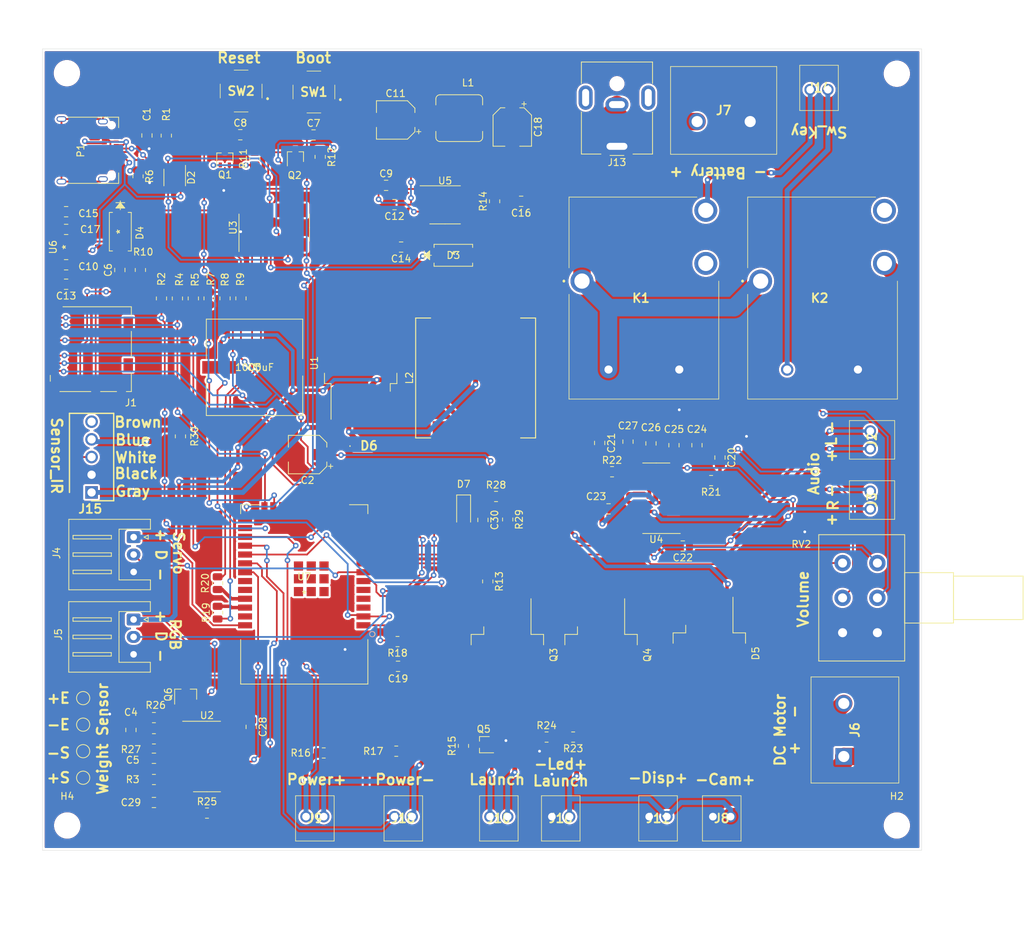
<source format=kicad_pcb>
(kicad_pcb (version 20171130) (host pcbnew "(5.1.10)-1")
  (layers (0 F.Cu signal) (31 B.Cu signal) (34 B.Paste user) (35 F.Paste user) (36 B.SilkS user) (37 F.SilkS user) (38 B.Mask user) (39 F.Mask user) (44 Edge.Cuts user))
  (net 0 "")
  (net 1 VBUS)
  (net 2 E-)
  (net 3 D+)
  (net 4 D-)
  (net 5 +3V3)
  (net 6 3V3_BATT)
  (net 7 3V3_USB)
  (net 8 +BATT)
  (net 9 "Net-(D6-Pad1)")
  (net 10 BatMes)
  (net 11 INFRARED)
  (net 12 "Net-(J15-Pad5)")
  (net 13 "Net-(C1-Pad1)")
  (net 14 "Net-(P1-PadA2)")
  (net 15 "Net-(P1-PadA3)")
  (net 16 CC)
  (net 17 "Net-(P1-PadA10)")
  (net 18 "Net-(P1-PadA8)")
  (net 19 "Net-(P1-PadA11)")
  (net 20 "Net-(P1-PadB2)")
  (net 21 "Net-(P1-PadB3)")
  (net 22 "Net-(P1-PadB5)")
  (net 23 "Net-(P1-PadB10)")
  (net 24 "Net-(P1-PadB11)")
  (net 25 RTS)
  (net 26 EN)
  (net 27 DTR)
  (net 28 IO0)
  (net 29 DC)
  (net 30 "Net-(J10-Pad2)")
  (net 31 Launch)
  (net 32 E+)
  (net 33 +5V)
  (net 34 "Net-(R26-Pad2)")
  (net 35 "Net-(C5-Pad2)")
  (net 36 "Net-(C29-Pad1)")
  (net 37 "Net-(C29-Pad2)")
  (net 38 SCK)
  (net 39 DT)
  (net 40 "Net-(U2-Pad13)")
  (net 41 "Net-(U3-Pad15)")
  (net 42 "Net-(U3-Pad12)")
  (net 43 "Net-(U3-Pad11)")
  (net 44 "Net-(U3-Pad10)")
  (net 45 "Net-(U3-Pad9)")
  (net 46 "Net-(U3-Pad8)")
  (net 47 "Net-(U3-Pad7)")
  (net 48 RXD)
  (net 49 TXD)
  (net 50 L+)
  (net 51 L-)
  (net 52 "Net-(R21-Pad2)")
  (net 53 "Net-(C22-Pad1)")
  (net 54 "Net-(R22-Pad2)")
  (net 55 R+)
  (net 56 R-)
  (net 57 "Net-(C9-Pad2)")
  (net 58 "Net-(C9-Pad1)")
  (net 59 "Net-(C14-Pad1)")
  (net 60 "Net-(R14-Pad2)")
  (net 61 "Net-(U5-Pad11)")
  (net 62 "Net-(U6-Pad4)")
  (net 63 "Net-(U6-Pad5)")
  (net 64 "Net-(U6-Pad7)")
  (net 65 "Net-(U7-Pad4)")
  (net 66 "Net-(U7-Pad5)")
  (net 67 "Net-(U7-Pad6)")
  (net 68 SERVO)
  (net 69 AudioL)
  (net 70 AudioR)
  (net 71 RGB)
  (net 72 CLK)
  (net 73 Data2)
  (net 74 "Net-(U7-Pad36)")
  (net 75 "Net-(R19-Pad2)")
  (net 76 "Net-(R20-Pad2)")
  (net 77 "Net-(U7-Pad33)")
  (net 78 "Net-(U7-Pad32)")
  (net 79 Power-)
  (net 80 Power+)
  (net 81 Data1)
  (net 82 Data3)
  (net 83 "Net-(U7-Pad17)")
  (net 84 "Net-(U7-Pad18)")
  (net 85 "Net-(U7-Pad19)")
  (net 86 "Net-(U7-Pad20)")
  (net 87 "Net-(U7-Pad21)")
  (net 88 "Net-(U7-Pad22)")
  (net 89 CMD)
  (net 90 Data0)
  (net 91 "Net-(U7-Pad39)")
  (net 92 "Net-(C6-Pad1)")
  (net 93 "Net-(C16-Pad2)")
  (net 94 LIN)
  (net 95 "Net-(C20-Pad2)")
  (net 96 "Net-(C21-Pad2)")
  (net 97 RIN)
  (net 98 Switch1)
  (net 99 "Net-(J10-Pad1)")
  (net 100 Switch2)
  (net 101 "Net-(J14-Pad2)")
  (net 102 "Net-(K1-Pad4)")
  (net 103 "Net-(K2-Pad5)")
  (net 104 S-)
  (net 105 S+)
  (net 106 "Net-(Q1-Pad1)")
  (net 107 "Net-(Q2-Pad1)")
  (net 108 "Net-(Q6-Pad1)")
  (net 109 "Net-(D5-Pad3)")
  (module Connector_BarrelJack:BarrelJack_CUI_PJ-063AH_Horizontal (layer F.Cu) (at 159.882 47.376 180)
    (fp_text reference J13 (at 0 -2.3) (layer F.SilkS))
    (fp_text value Conn_01x02)
    (pad 1 thru_hole rect (at 0 0 180) (size 4 2) (drill oval 3 1) (layers *.Cu *.Mask) (net 2 E-))
    (pad 2 thru_hole oval (at 0 6 180) (size 3.3 2) (drill oval 2.3 1) (layers *.Cu *.Mask) (net 98 Switch1))
    (pad MP thru_hole oval (at -4.5 7 180) (size 2 3.5) (drill oval 1 2.5) (layers *.Cu *.Mask))
    (pad MP thru_hole oval (at 4.5 7 180) (size 2 3.5) (drill oval 1 2.5) (layers *.Cu *.Mask))
    (pad "" np_thru_hole circle (at 0 9 180) (size 1.6 1.6) (drill 1.6) (layers *.Cu *.Mask))
  )
  (module Package_TO_SOT_SMD:SOT-143 (layer F.Cu) (at 96.374 51.848 270)
    (fp_text reference D2 (at 0.02 -2.38 90) (layer F.SilkS))
    (fp_text value PRTR5V0U2X)
    (pad 1 smd roundrect (at -1.1 -0.77 180) (size 1.2 1.4) (layers F.Cu F.Paste F.Mask) (net 2 E-))
    (pad 2 smd rect (at -1.1 0.95 180) (size 1 1.4) (layers F.Cu F.Paste F.Mask) (net 3 D+))
    (pad 3 smd rect (at 1.1 0.95 180) (size 1 1.4) (layers F.Cu F.Paste F.Mask) (net 4 D-))
    (pad 4 smd rect (at 1.1 -0.95 180) (size 1 1.4) (layers F.Cu F.Paste F.Mask) (net 1 VBUS))
  )
  (module VS-15MQ040NPBF:VS-15MQ040NPBF (layer F.Cu) (at 136.39 63.016)
    (fp_text reference D3 (at 0 0) (layer F.SilkS))
    (fp_text value VS-15MQ040HM3)
    (fp_text user * (at 0 0) (layer F.SilkS))
    (pad 1 smd rect (at -1.7018 0 90) (size 1.5748 2.1844) (layers F.Cu F.Paste F.Mask) (net 5 +3V3))
    (pad 2 smd rect (at 1.7018 0 90) (size 1.5748 2.1844) (layers F.Cu F.Paste F.Mask) (net 6 3V3_BATT))
  )
  (module VS-15MQ040NPBF:VS-15MQ040NPBF (layer F.Cu) (at 88.566 59.6282 270)
    (fp_text reference D4 (at 0.1778 -2.794 90) (layer F.SilkS))
    (fp_text value VS-15MQ040HM3)
    (fp_text user * (at 0 0 90) (layer F.SilkS))
    (pad 2 smd rect (at 1.7018 0) (size 1.5748 2.1844) (layers F.Cu F.Paste F.Mask) (net 7 3V3_USB))
    (pad 1 smd rect (at -1.7018 0) (size 1.5748 2.1844) (layers F.Cu F.Paste F.Mask) (net 5 +3V3))
  )
  (module Diode_SMD:D_SOD-123 (layer F.Cu) (at 137.866 99.684 270)
    (fp_text reference D7 (at -3.81 0 180) (layer F.SilkS))
    (fp_text value MMSZ5226B)
    (pad 1 smd rect (at -1.65 0 270) (size 0.9 1.2) (layers F.Cu F.Paste F.Mask) (net 10 BatMes))
    (pad 2 smd rect (at 1.65 0 270) (size 0.9 1.2) (layers F.Cu F.Paste F.Mask) (net 2 E-))
  )
  (module Package_TO_SOT_SMD:TO-263-5_TabPin3 (layer F.Cu) (at 123.078 78.497 90)
    (fp_text reference U1 (at 0 -6.65 90) (layer F.SilkS))
    (fp_text value LM2576HVS-5)
    (pad 1 smd rect (at -5.775 -3.4 90) (size 4.6 1.1) (layers F.Cu F.Paste F.Mask) (net 8 +BATT))
    (pad 2 smd rect (at -5.775 -1.7 90) (size 4.6 1.1) (layers F.Cu F.Paste F.Mask) (net 9 "Net-(D6-Pad1)"))
    (pad 3 smd rect (at -5.775 0 90) (size 4.6 1.1) (layers F.Cu F.Paste F.Mask) (net 2 E-))
    (pad 4 smd rect (at -5.775 1.7 90) (size 4.6 1.1) (layers F.Cu F.Paste F.Mask) (net 33 +5V))
    (pad 5 smd rect (at -5.775 3.4 90) (size 4.6 1.1) (layers F.Cu F.Paste F.Mask) (net 2 E-))
    (pad 3 smd rect (at 3.375 0 90) (size 9.4 10.8) (layers F.Cu F.Mask) (net 2 E-))
  )
  (module Package_SO:SOP-16_3.9x9.9mm_P1.27mm (layer F.Cu) (at 101.012 134.99)
    (fp_text reference U2 (at 0 -5.9) (layer F.SilkS))
    (fp_text value HX711)
    (pad 1 smd roundrect (at -2.5 -4.445) (size 2 0.6) (layers F.Cu F.Paste F.Mask) (net 33 +5V))
    (pad 2 smd roundrect (at -2.5 -3.175) (size 2 0.6) (layers F.Cu F.Paste F.Mask) (net 108 "Net-(Q6-Pad1)"))
    (pad 3 smd roundrect (at -2.5 -1.905) (size 2 0.6) (layers F.Cu F.Paste F.Mask) (net 32 E+))
    (pad 4 smd roundrect (at -2.5 -0.635) (size 2 0.6) (layers F.Cu F.Paste F.Mask) (net 34 "Net-(R26-Pad2)"))
    (pad 5 smd roundrect (at -2.5 0.635) (size 2 0.6) (layers F.Cu F.Paste F.Mask) (net 2 E-))
    (pad 6 smd roundrect (at -2.5 1.905) (size 2 0.6) (layers F.Cu F.Paste F.Mask) (net 35 "Net-(C5-Pad2)"))
    (pad 7 smd roundrect (at -2.5 3.175) (size 2 0.6) (layers F.Cu F.Paste F.Mask) (net 36 "Net-(C29-Pad1)"))
    (pad 8 smd roundrect (at -2.5 4.445) (size 2 0.6) (layers F.Cu F.Paste F.Mask) (net 37 "Net-(C29-Pad2)"))
    (pad 9 smd roundrect (at 2.5 4.445) (size 2 0.6) (layers F.Cu F.Paste F.Mask) (net 2 E-))
    (pad 10 smd roundrect (at 2.5 3.175) (size 2 0.6) (layers F.Cu F.Paste F.Mask) (net 2 E-))
    (pad 11 smd roundrect (at 2.5 1.905) (size 2 0.6) (layers F.Cu F.Paste F.Mask) (net 38 SCK))
    (pad 12 smd roundrect (at 2.5 0.635) (size 2 0.6) (layers F.Cu F.Paste F.Mask) (net 39 DT))
    (pad 13 smd roundrect (at 2.5 -0.635) (size 2 0.6) (layers F.Cu F.Paste F.Mask) (net 40 "Net-(U2-Pad13)"))
    (pad 14 smd roundrect (at 2.5 -1.905) (size 2 0.6) (layers F.Cu F.Paste F.Mask) (net 2 E-))
    (pad 15 smd roundrect (at 2.5 -3.175) (size 2 0.6) (layers F.Cu F.Paste F.Mask) (net 2 E-))
    (pad 16 smd roundrect (at 2.5 -4.445) (size 2 0.6) (layers F.Cu F.Paste F.Mask) (net 33 +5V))
  )
  (module Package_SO:SOIC-16_3.9x9.9mm_P1.27mm (layer F.Cu) (at 110.664 59.044 90)
    (fp_text reference U3 (at 0 -5.9 90) (layer F.SilkS))
    (fp_text value CH340C)
    (pad 16 smd roundrect (at 2.475 -4.445 90) (size 1.95 0.6) (layers F.Cu F.Paste F.Mask) (net 5 +3V3))
    (pad 15 smd roundrect (at 2.475 -3.175 90) (size 1.95 0.6) (layers F.Cu F.Paste F.Mask) (net 41 "Net-(U3-Pad15)"))
    (pad 14 smd roundrect (at 2.475 -1.905 90) (size 1.95 0.6) (layers F.Cu F.Paste F.Mask) (net 25 RTS))
    (pad 13 smd roundrect (at 2.475 -0.635 90) (size 1.95 0.6) (layers F.Cu F.Paste F.Mask) (net 27 DTR))
    (pad 12 smd roundrect (at 2.475 0.635 90) (size 1.95 0.6) (layers F.Cu F.Paste F.Mask) (net 42 "Net-(U3-Pad12)"))
    (pad 11 smd roundrect (at 2.475 1.905 90) (size 1.95 0.6) (layers F.Cu F.Paste F.Mask) (net 43 "Net-(U3-Pad11)"))
    (pad 10 smd roundrect (at 2.475 3.175 90) (size 1.95 0.6) (layers F.Cu F.Paste F.Mask) (net 44 "Net-(U3-Pad10)"))
    (pad 9 smd roundrect (at 2.475 4.445 90) (size 1.95 0.6) (layers F.Cu F.Paste F.Mask) (net 45 "Net-(U3-Pad9)"))
    (pad 8 smd roundrect (at -2.475 4.445 90) (size 1.95 0.6) (layers F.Cu F.Paste F.Mask) (net 46 "Net-(U3-Pad8)"))
    (pad 7 smd roundrect (at -2.475 3.175 90) (size 1.95 0.6) (layers F.Cu F.Paste F.Mask) (net 47 "Net-(U3-Pad7)"))
    (pad 6 smd roundrect (at -2.475 1.905 90) (size 1.95 0.6) (layers F.Cu F.Paste F.Mask) (net 4 D-))
    (pad 5 smd roundrect (at -2.475 0.635 90) (size 1.95 0.6) (layers F.Cu F.Paste F.Mask) (net 3 D+))
    (pad 4 smd roundrect (at -2.475 -0.635 90) (size 1.95 0.6) (layers F.Cu F.Paste F.Mask) (net 5 +3V3))
    (pad 3 smd roundrect (at -2.475 -1.905 90) (size 1.95 0.6) (layers F.Cu F.Paste F.Mask) (net 48 RXD))
    (pad 2 smd roundrect (at -2.475 -3.175 90) (size 1.95 0.6) (layers F.Cu F.Paste F.Mask) (net 49 TXD))
    (pad 1 smd roundrect (at -2.475 -4.445 90) (size 1.95 0.6) (layers F.Cu F.Paste F.Mask) (net 2 E-))
  )
  (module Package_SO:SOIC-16_3.9x9.9mm_P1.27mm (layer F.Cu) (at 165.528 97.906 180)
    (fp_text reference U4 (at 0 -5.9) (layer F.SilkS))
    (fp_text value PAM8403)
    (pad 1 smd roundrect (at -2.475 -4.445 180) (size 1.95 0.6) (layers F.Cu F.Paste F.Mask) (net 50 L+))
    (pad 2 smd roundrect (at -2.475 -3.175 180) (size 1.95 0.6) (layers F.Cu F.Paste F.Mask) (net 2 E-))
    (pad 3 smd roundrect (at -2.475 -1.905 180) (size 1.95 0.6) (layers F.Cu F.Paste F.Mask) (net 51 L-))
    (pad 4 smd roundrect (at -2.475 -0.635 180) (size 1.95 0.6) (layers F.Cu F.Paste F.Mask) (net 33 +5V))
    (pad 5 smd roundrect (at -2.475 0.635 180) (size 1.95 0.6) (layers F.Cu F.Paste F.Mask) (net 33 +5V))
    (pad 6 smd roundrect (at -2.475 1.905 180) (size 1.95 0.6) (layers F.Cu F.Paste F.Mask) (net 33 +5V))
    (pad 7 smd roundrect (at -2.475 3.175 180) (size 1.95 0.6) (layers F.Cu F.Paste F.Mask) (net 52 "Net-(R21-Pad2)"))
    (pad 8 smd roundrect (at -2.475 4.445 180) (size 1.95 0.6) (layers F.Cu F.Paste F.Mask) (net 53 "Net-(C22-Pad1)"))
    (pad 9 smd roundrect (at 2.475 4.445 180) (size 1.95 0.6) (layers F.Cu F.Paste F.Mask) (net 2 E-))
    (pad 10 smd roundrect (at 2.475 3.175 180) (size 1.95 0.6) (layers F.Cu F.Paste F.Mask) (net 54 "Net-(R22-Pad2)"))
    (pad 11 smd roundrect (at 2.475 1.905 180) (size 1.95 0.6) (layers F.Cu F.Paste F.Mask) (net 2 E-))
    (pad 12 smd roundrect (at 2.475 0.635 180) (size 1.95 0.6) (layers F.Cu F.Paste F.Mask) (net 33 +5V))
    (pad 13 smd roundrect (at 2.475 -0.635 180) (size 1.95 0.6) (layers F.Cu F.Paste F.Mask) (net 33 +5V))
    (pad 14 smd roundrect (at 2.475 -1.905 180) (size 1.95 0.6) (layers F.Cu F.Paste F.Mask) (net 55 R+))
    (pad 15 smd roundrect (at 2.475 -3.175 180) (size 1.95 0.6) (layers F.Cu F.Paste F.Mask) (net 2 E-))
    (pad 16 smd roundrect (at 2.475 -4.445 180) (size 1.95 0.6) (layers F.Cu F.Paste F.Mask) (net 56 R-))
  )
  (module Package_SO:TSSOP-16_4.4x5mm_P0.65mm (layer F.Cu) (at 135.202 55.772)
    (fp_text reference U5 (at 0 -3.45) (layer F.SilkS))
    (fp_text value LM2651MTCX-3.3_NOPB)
    (pad 1 smd roundrect (at -2.8625 -2.275) (size 1.475 0.4) (layers F.Cu F.Paste F.Mask) (net 57 "Net-(C9-Pad2)"))
    (pad 2 smd roundrect (at -2.8625 -1.625) (size 1.475 0.4) (layers F.Cu F.Paste F.Mask) (net 57 "Net-(C9-Pad2)"))
    (pad 3 smd roundrect (at -2.8625 -0.975) (size 1.475 0.4) (layers F.Cu F.Paste F.Mask) (net 8 +BATT))
    (pad 4 smd roundrect (at -2.8625 -0.325) (size 1.475 0.4) (layers F.Cu F.Paste F.Mask) (net 8 +BATT))
    (pad 5 smd roundrect (at -2.8625 0.325) (size 1.475 0.4) (layers F.Cu F.Paste F.Mask) (net 8 +BATT))
    (pad 6 smd roundrect (at -2.8625 0.975) (size 1.475 0.4) (layers F.Cu F.Paste F.Mask) (net 58 "Net-(C9-Pad1)"))
    (pad 7 smd roundrect (at -2.8625 1.625) (size 1.475 0.4) (layers F.Cu F.Paste F.Mask) (net 8 +BATT))
    (pad 8 smd roundrect (at -2.8625 2.275) (size 1.475 0.4) (layers F.Cu F.Paste F.Mask) (net 59 "Net-(C14-Pad1)"))
    (pad 9 smd roundrect (at 2.8625 2.275) (size 1.475 0.4) (layers F.Cu F.Paste F.Mask) (net 6 3V3_BATT))
    (pad 10 smd roundrect (at 2.8625 1.625) (size 1.475 0.4) (layers F.Cu F.Paste F.Mask) (net 60 "Net-(R14-Pad2)"))
    (pad 11 smd roundrect (at 2.8625 0.975) (size 1.475 0.4) (layers F.Cu F.Paste F.Mask) (net 61 "Net-(U5-Pad11)"))
    (pad 12 smd roundrect (at 2.8625 0.325) (size 1.475 0.4) (layers F.Cu F.Paste F.Mask) (net 2 E-))
    (pad 13 smd roundrect (at 2.8625 -0.325) (size 1.475 0.4) (layers F.Cu F.Paste F.Mask) (net 2 E-))
    (pad 14 smd roundrect (at 2.8625 -0.975) (size 1.475 0.4) (layers F.Cu F.Paste F.Mask) (net 2 E-))
    (pad 15 smd roundrect (at 2.8625 -1.625) (size 1.475 0.4) (layers F.Cu F.Paste F.Mask) (net 2 E-))
    (pad 16 smd roundrect (at 2.8625 -2.275) (size 1.475 0.4) (layers F.Cu F.Paste F.Mask) (net 2 E-))
  )
  (module MIC5528-3.3YMT-TR:MIC5528-3.3YMT-TR (layer F.Cu) (at 80.786 61.84 270)
    (fp_text reference U6 (at -0.002 1.872 90) (layer F.SilkS))
    (fp_text value MIC5528-3.3YMT-TR)
    (fp_text user * (at 0 0 90) (layer F.SilkS))
    (pad 1 smd roundrect (at -0.6223 -0.4064 270) (size 0.5588 0.127) (layers F.Cu F.Paste F.Mask) (net 7 3V3_USB))
    (pad 2 smd rect (at -0.6223 0 270) (size 0.5588 0.127) (layers F.Cu F.Paste F.Mask) (net 7 3V3_USB))
    (pad 3 smd rect (at -0.6223 0.4064 270) (size 0.5588 0.127) (layers F.Cu F.Paste F.Mask) (net 2 E-))
    (pad 4 smd rect (at 0.6223 0.4064 270) (size 0.5588 0.127) (layers F.Cu F.Paste F.Mask) (net 62 "Net-(U6-Pad4)"))
    (pad 5 smd rect (at 0.6223 0 270) (size 0.5588 0.127) (layers F.Cu F.Paste F.Mask) (net 63 "Net-(U6-Pad5)"))
    (pad 6 smd rect (at 0.6223 -0.4064 270) (size 0.5588 0.127) (layers F.Cu F.Paste F.Mask) (net 1 VBUS))
    (pad 7 smd rect (at 0 0 270) (size 0.3 0.94) (layers F.Cu F.Paste F.Mask) (net 64 "Net-(U6-Pad7)"))
  )
  (module "ESP32WROM:ESP32-WROOM-32 8MB" (layer F.Cu) (at 114.98 111.714 180)
    (fp_text reference U7 (at 0 2.551303) (layer F.SilkS))
    (fp_text value ESP32-WROOM-ESP32-footprints-Shem-Lib)
    (fp_text user * (at 0 0) (layer F.SilkS))
    (pad 1 smd rect (at -8.500001 -5.703697 180) (size 2.0066 0.889) (layers F.Cu F.Paste F.Mask) (net 2 E-))
    (pad 2 smd rect (at -8.500001 -4.433697 180) (size 2.0066 0.889) (layers F.Cu F.Paste F.Mask) (net 5 +3V3))
    (pad 3 smd rect (at -8.500001 -3.163697 180) (size 2.0066 0.889) (layers F.Cu F.Paste F.Mask) (net 26 EN))
    (pad 4 smd rect (at -8.500001 -1.893697 180) (size 2.0066 0.889) (layers F.Cu F.Paste F.Mask) (net 65 "Net-(U7-Pad4)"))
    (pad 5 smd rect (at -8.500001 -0.623697 180) (size 2.0066 0.889) (layers F.Cu F.Paste F.Mask) (net 66 "Net-(U7-Pad5)"))
    (pad 6 smd rect (at -8.500001 0.646303 180) (size 2.0066 0.889) (layers F.Cu F.Paste F.Mask) (net 67 "Net-(U7-Pad6)"))
    (pad 7 smd rect (at -8.500001 1.916303 180) (size 2.0066 0.889) (layers F.Cu F.Paste F.Mask) (net 10 BatMes))
    (pad 8 smd rect (at -8.500001 3.186303 180) (size 2.0066 0.889) (layers F.Cu F.Paste F.Mask) (net 68 SERVO))
    (pad 9 smd rect (at -8.500001 4.456303 180) (size 2.0066 0.889) (layers F.Cu F.Paste F.Mask) (net 29 DC))
    (pad 10 smd rect (at -8.500001 5.726303 180) (size 2.0066 0.889) (layers F.Cu F.Paste F.Mask) (net 69 AudioL))
    (pad 11 smd rect (at -8.500001 6.996303 180) (size 2.0066 0.889) (layers F.Cu F.Paste F.Mask) (net 70 AudioR))
    (pad 12 smd rect (at -8.500001 8.266303 180) (size 2.0066 0.889) (layers F.Cu F.Paste F.Mask) (net 71 RGB))
    (pad 13 smd rect (at -8.500001 9.536303 180) (size 2.0066 0.889) (layers F.Cu F.Paste F.Mask) (net 72 CLK))
    (pad 14 smd rect (at -8.500001 10.806303 180) (size 2.0066 0.889) (layers F.Cu F.Paste F.Mask) (net 73 Data2))
    (pad 38 smd rect (at 8.500001 -5.703697 180) (size 2.0066 0.889) (layers F.Cu F.Paste F.Mask) (net 2 E-))
    (pad 37 smd rect (at 8.500001 -4.433697 180) (size 2.0066 0.889) (layers F.Cu F.Paste F.Mask) (net 11 INFRARED))
    (pad 36 smd rect (at 8.500001 -3.163697 180) (size 2.0066 0.889) (layers F.Cu F.Paste F.Mask) (net 74 "Net-(U7-Pad36)"))
    (pad 35 smd rect (at 8.500001 -1.893697 180) (size 2.0066 0.889) (layers F.Cu F.Paste F.Mask) (net 75 "Net-(R19-Pad2)"))
    (pad 34 smd rect (at 8.500001 -0.623697 180) (size 2.0066 0.889) (layers F.Cu F.Paste F.Mask) (net 76 "Net-(R20-Pad2)"))
    (pad 33 smd rect (at 8.500001 0.646303 180) (size 2.0066 0.889) (layers F.Cu F.Paste F.Mask) (net 77 "Net-(U7-Pad33)"))
    (pad 32 smd rect (at 8.500001 1.916303 180) (size 2.0066 0.889) (layers F.Cu F.Paste F.Mask) (net 78 "Net-(U7-Pad32)"))
    (pad 31 smd rect (at 8.500001 3.186303 180) (size 2.0066 0.889) (layers F.Cu F.Paste F.Mask) (net 39 DT))
    (pad 30 smd rect (at 8.500001 4.456303 180) (size 2.0066 0.889) (layers F.Cu F.Paste F.Mask) (net 38 SCK))
    (pad 29 smd rect (at 8.500001 5.726303 180) (size 2.0066 0.889) (layers F.Cu F.Paste F.Mask) (net 31 Launch))
    (pad 28 smd rect (at 8.500001 6.996303 180) (size 2.0066 0.889) (layers F.Cu F.Paste F.Mask) (net 79 Power-))
    (pad 27 smd rect (at 8.500001 8.266303 180) (size 2.0066 0.889) (layers F.Cu F.Paste F.Mask) (net 80 Power+))
    (pad 26 smd rect (at 8.500001 9.536303 180) (size 2.0066 0.889) (layers F.Cu F.Paste F.Mask) (net 81 Data1))
    (pad 25 smd rect (at 8.500001 10.806303 180) (size 2.0066 0.889) (layers F.Cu F.Paste F.Mask) (net 28 IO0))
    (pad 15 smd rect (at -5.715 12.247499 180) (size 0.889 2.0066) (layers F.Cu F.Paste F.Mask) (net 2 E-))
    (pad 16 smd rect (at -4.445 12.247499 180) (size 0.889 2.0066) (layers F.Cu F.Paste F.Mask) (net 82 Data3))
    (pad 17 smd rect (at -3.175 12.247499 180) (size 0.889 2.0066) (layers F.Cu F.Paste F.Mask) (net 83 "Net-(U7-Pad17)"))
    (pad 18 smd rect (at -1.905 12.247499 180) (size 0.889 2.0066) (layers F.Cu F.Paste F.Mask) (net 84 "Net-(U7-Pad18)"))
    (pad 19 smd rect (at -0.635 12.247499 180) (size 0.889 2.0066) (layers F.Cu F.Paste F.Mask) (net 85 "Net-(U7-Pad19)"))
    (pad 20 smd rect (at 0.635 12.247499 180) (size 0.889 2.0066) (layers F.Cu F.Paste F.Mask) (net 86 "Net-(U7-Pad20)"))
    (pad 21 smd rect (at 1.905 12.247499 180) (size 0.889 2.0066) (layers F.Cu F.Paste F.Mask) (net 87 "Net-(U7-Pad21)"))
    (pad 22 smd rect (at 3.175 12.247499 180) (size 0.889 2.0066) (layers F.Cu F.Paste F.Mask) (net 88 "Net-(U7-Pad22)"))
    (pad 23 smd rect (at 4.445 12.247499 180) (size 0.889 2.0066) (layers F.Cu F.Paste F.Mask) (net 89 CMD))
    (pad 24 smd rect (at 5.715 12.247499 180) (size 0.889 2.0066) (layers F.Cu F.Paste F.Mask) (net 90 Data0))
    (pad 42 smd rect (at -2.839291 2.24028 180) (size 1.3208 1.3208) (layers F.Cu F.Paste F.Mask))
    (pad 43 smd rect (at -1.004291 2.24028 180) (size 1.3208 1.3208) (layers F.Cu F.Paste F.Mask))
    (pad 44 smd rect (at 0.83071 2.24028 180) (size 1.3208 1.3208) (layers F.Cu F.Paste F.Mask))
    (pad 39 smd rect (at -2.839291 0.40528 180) (size 1.3208 1.3208) (layers F.Cu F.Paste F.Mask) (net 91 "Net-(U7-Pad39)"))
    (pad 40 smd rect (at -1.004291 0.40528 180) (size 1.3208 1.3208) (layers F.Cu F.Paste F.Mask))
    (pad 41 smd rect (at 0.83071 0.40528 180) (size 1.3208 1.3208) (layers F.Cu F.Paste F.Mask))
    (pad 45 smd rect (at -2.839291 4.07528 180) (size 1.3208 1.3208) (layers F.Cu F.Paste F.Mask))
    (pad 46 smd rect (at -1.004291 4.07528 180) (size 1.3208 1.3208) (layers F.Cu F.Paste F.Mask))
    (pad 47 smd rect (at 0.83071 4.07528 180) (size 1.3208 1.3208) (layers F.Cu F.Paste F.Mask))
  )
  (module SS3040HE_R1_00001:SS3040HE_R1_00001 (layer F.Cu) (at 124.348 90.362)
    (fp_text reference D6 (at -0.075 0) (layer F.SilkS) (effects (font (size 1.27 1.27) (thickness 0.254))))
    (fp_text value 1N5822 hide)
    (pad 1 smd rect (at -0.975 0 90) (size 1.4 2.6) (layers F.Cu F.Paste F.Mask) (net 9 "Net-(D6-Pad1)"))
    (pad 2 smd rect (at 1.475 0) (size 1.3 1.4) (layers F.Cu F.Paste F.Mask) (net 2 E-))
  )
  (module Capacitor_SMD:CP_Elec_5x5.8 (layer F.Cu) (at 115.458 91.632 180)
    (fp_text reference C2 (at 0 -3.7) (layer F.SilkS))
    (fp_text value 100uF)
    (pad 1 smd roundrect (at -2.2 0 180) (size 3 1.6) (layers F.Cu F.Paste F.Mask) (roundrect_rratio 0.15625) (net 8 +BATT))
    (pad 2 smd roundrect (at 2.2 0 180) (size 3 1.6) (layers F.Cu F.Paste F.Mask) (roundrect_rratio 0.15625) (net 2 E-))
  )
  (module UUG1A102MNQ1MS:UUG1A102MNQ1MS (layer F.Cu) (at 107.838 79.11)
    (fp_text reference C3 (at 0 0) (layer F.SilkS))
    (fp_text value 1000uF (at 0 0) (layer F.SilkS))
    (fp_text user * (at 0 0) (layer F.SilkS))
    (pad 1 smd rect (at -4.8006 0) (size 5.4102 1.8034) (layers F.Cu F.Paste F.Mask) (net 33 +5V))
    (pad 2 smd rect (at 4.8006 0) (size 5.4102 1.8034) (layers F.Cu F.Paste F.Mask) (net 2 E-))
  )
  (module Capacitor_SMD:CP_Elec_5x5.8 (layer F.Cu) (at 128.104 43.586 180)
    (fp_text reference C11 (at 0 3.81) (layer F.SilkS))
    (fp_text value 100uF)
    (pad 1 smd roundrect (at -2.2 0 180) (size 3 1.6) (layers F.Cu F.Paste F.Mask) (roundrect_rratio 0.15625) (net 8 +BATT))
    (pad 2 smd roundrect (at 2.2 0 180) (size 3 1.6) (layers F.Cu F.Paste F.Mask) (roundrect_rratio 0.15625) (net 2 E-))
  )
  (module Capacitor_SMD:CP_Elec_5x5.8 (layer F.Cu) (at 144.854 44.596 270)
    (fp_text reference C18 (at 0 -3.7 90) (layer F.SilkS))
    (fp_text value 120uF)
    (pad 2 smd roundrect (at 2.2 0 270) (size 3 1.6) (layers F.Cu F.Paste F.Mask) (roundrect_rratio 0.15625) (net 2 E-))
    (pad 1 smd roundrect (at -2.2 0 270) (size 3 1.6) (layers F.Cu F.Paste F.Mask) (roundrect_rratio 0.15625) (net 6 3V3_BATT))
  )
  (module Connector_Card:microSD_HC_Molex_104031-0811 (layer F.Cu) (at 84.33 76.52 90)
    (fp_text reference J1 (at -7.67 5.76 180) (layer F.SilkS))
    (fp_text value Micro_SD_Card)
    (pad 1 smd rect (at -3.105 -5.45 90) (size 0.85 1.1) (layers F.Cu F.Paste F.Mask) (net 73 Data2))
    (pad 8 smd rect (at 4.545 -5.45 90) (size 0.75 1.1) (layers F.Cu F.Paste F.Mask) (net 81 Data1))
    (pad 2 smd rect (at -2.005 -5.45 90) (size 0.85 1.1) (layers F.Cu F.Paste F.Mask) (net 82 Data3))
    (pad 3 smd rect (at -0.905 -5.45 90) (size 0.85 1.1) (layers F.Cu F.Paste F.Mask) (net 89 CMD))
    (pad 4 smd rect (at 0.195 -5.45 90) (size 0.85 1.1) (layers F.Cu F.Paste F.Mask) (net 5 +3V3))
    (pad 5 smd rect (at 1.295 -5.45 90) (size 0.85 1.1) (layers F.Cu F.Paste F.Mask) (net 72 CLK))
    (pad 6 smd rect (at 2.395 -5.45 90) (size 0.85 1.1) (layers F.Cu F.Paste F.Mask) (net 2 E-))
    (pad 7 smd rect (at 3.495 -5.45 90) (size 0.85 1.1) (layers F.Cu F.Paste F.Mask) (net 90 Data0))
    (pad 11 smd rect (at 5.755 -5.1 90) (size 1.17 1.8) (layers F.Cu F.Paste F.Mask))
    (pad 11 smd rect (at -5.565 -5.325 90) (size 1.55 1.35) (layers F.Cu F.Paste F.Mask))
    (pad 10 smd rect (at -5.74 4.4 90) (size 1.2 1) (layers F.Cu F.Paste F.Mask))
    (pad 9 smd rect (at -5.74 0.7 90) (size 1.2 1) (layers F.Cu F.Paste F.Mask) (net 92 "Net-(C6-Pad1)"))
    (pad 11 smd rect (at -2.24 5.375 90) (size 1.9 1.35) (layers F.Cu F.Paste F.Mask))
    (pad 11 smd rect (at 3.73 5.375 90) (size 1.9 1.35) (layers F.Cu F.Paste F.Mask))
  )
  (module 397730002:397730002 (layer F.Cu) (at 196.262 88.254 270)
    (fp_text reference J2 (at 1.27 -0.25 90) (layer F.SilkS) (effects (font (size 1.27 1.27) (thickness 0.254))))
    (fp_text value Conn_01x02 hide)
    (pad 2 thru_hole circle (at 2.54 0 270) (size 1.65 1.65) (drill 1.1) (layers *.Cu *.Mask) (net 50 L+))
    (pad 1 thru_hole circle (at 0 0 270) (size 1.65 1.65) (drill 1.1) (layers *.Cu *.Mask) (net 51 L-))
  )
  (module 397730002:397730002 (layer F.Cu) (at 196.262 96.89 270)
    (fp_text reference J3 (at 1.27 -0.25 90) (layer F.SilkS) (effects (font (size 1.27 1.27) (thickness 0.254))))
    (fp_text value Conn_01x02 hide)
    (pad 1 thru_hole circle (at 0 0 270) (size 1.65 1.65) (drill 1.1) (layers *.Cu *.Mask) (net 56 R-))
    (pad 2 thru_hole circle (at 2.54 0 270) (size 1.65 1.65) (drill 1.1) (layers *.Cu *.Mask) (net 55 R+))
  )
  (module Connector_JST:JST_XH_S3B-XH-A_1x03_P2.50mm_Horizontal (layer F.Cu) (at 90.48 103.49 270)
    (fp_text reference J4 (at 2.29 11.058 90) (layer F.SilkS))
    (fp_text value Conn_01x03)
    (pad 3 thru_hole oval (at 5 0 270) (size 1.7 1.95) (drill 0.95) (layers *.Cu *.Mask) (net 2 E-))
    (pad 2 thru_hole oval (at 2.5 0 270) (size 1.7 1.95) (drill 0.95) (layers *.Cu *.Mask) (net 68 SERVO))
    (pad 1 thru_hole roundrect (at 0 0 270) (size 1.7 1.95) (drill 0.95) (layers *.Cu *.Mask) (roundrect_rratio 0.1470588235294118) (net 33 +5V))
  )
  (module Connector_JST:JST_XH_S3B-XH-A_1x03_P2.50mm_Horizontal (layer F.Cu) (at 90.47 115.32 270)
    (fp_text reference J5 (at 2.144 10.794 90) (layer F.SilkS))
    (fp_text value Conn_01x03)
    (pad 1 thru_hole roundrect (at 0 0 270) (size 1.7 1.95) (drill 0.95) (layers *.Cu *.Mask) (roundrect_rratio 0.1470588235294118) (net 33 +5V))
    (pad 2 thru_hole oval (at 2.5 0 270) (size 1.7 1.95) (drill 0.95) (layers *.Cu *.Mask) (net 71 RGB))
    (pad 3 thru_hole oval (at 5 0 270) (size 1.7 1.95) (drill 0.95) (layers *.Cu *.Mask) (net 2 E-))
  )
  (module TB00576202BE:TB00576202BE (layer F.Cu) (at 192.452 134.99 90)
    (fp_text reference J6 (at 3.81 1.6 90) (layer F.SilkS) (effects (font (size 1.27 1.27) (thickness 0.254))))
    (fp_text value Conn_01x02 hide)
    (pad 1 thru_hole rect (at 0 0 90) (size 2.4 2.4) (drill 1.6) (layers *.Cu *.Mask) (net 8 +BATT))
    (pad 2 thru_hole circle (at 7.62 0 90) (size 2.4 2.4) (drill 1.6) (layers *.Cu *.Mask) (net 109 "Net-(D5-Pad3)"))
  )
  (module TB00576202BE:TB00576202BE (layer F.Cu) (at 179.012 43.816 180)
    (fp_text reference J7 (at 3.81 1.6) (layer F.SilkS) (effects (font (size 1.27 1.27) (thickness 0.254))))
    (fp_text value Conn_01x02 hide)
    (pad 2 thru_hole circle (at 7.62 0 180) (size 2.4 2.4) (drill 1.6) (layers *.Cu *.Mask) (net 98 Switch1))
    (pad 1 thru_hole rect (at 0 0 180) (size 2.4 2.4) (drill 1.6) (layers *.Cu *.Mask) (net 2 E-))
  )
  (module 397730002:397730002 (layer F.Cu) (at 176.196 143.626 180)
    (fp_text reference J8 (at 1.27 -0.25) (layer F.SilkS) (effects (font (size 1.27 1.27) (thickness 0.254))))
    (fp_text value Conn_01x02 hide)
    (pad 2 thru_hole circle (at 2.54 0 180) (size 1.65 1.65) (drill 1.1) (layers *.Cu *.Mask) (net 2 E-))
    (pad 1 thru_hole circle (at 0 0 180) (size 1.65 1.65) (drill 1.1) (layers *.Cu *.Mask) (net 8 +BATT))
  )
  (module 397730002:397730002 (layer F.Cu) (at 117.776 143.626 180)
    (fp_text reference J9 (at 1.27 -0.25) (layer F.SilkS) (effects (font (size 1.27 1.27) (thickness 0.254))))
    (fp_text value Conn_01x02 hide)
    (pad 2 thru_hole circle (at 2.54 0 180) (size 1.65 1.65) (drill 1.1) (layers *.Cu *.Mask) (net 80 Power+))
    (pad 1 thru_hole circle (at 0 0 180) (size 1.65 1.65) (drill 1.1) (layers *.Cu *.Mask) (net 5 +3V3))
  )
  (module 397730002:397730002 (layer F.Cu) (at 144.192 143.626 180)
    (fp_text reference J10 (at 1.27 -0.25) (layer F.SilkS) (effects (font (size 1.27 1.27) (thickness 0.254))))
    (fp_text value Conn_01x02 hide)
    (pad 1 thru_hole circle (at 0 0 180) (size 1.65 1.65) (drill 1.1) (layers *.Cu *.Mask) (net 99 "Net-(J10-Pad1)"))
    (pad 2 thru_hole circle (at 2.54 0 180) (size 1.65 1.65) (drill 1.1) (layers *.Cu *.Mask) (net 30 "Net-(J10-Pad2)"))
  )
  (module 397730002:397730002 (layer F.Cu) (at 167.052 143.626 180)
    (fp_text reference J11 (at 1.27 -0.25) (layer F.SilkS) (effects (font (size 1.27 1.27) (thickness 0.254))))
    (fp_text value Conn_01x02 hide)
    (pad 1 thru_hole circle (at 0 0 180) (size 1.65 1.65) (drill 1.1) (layers *.Cu *.Mask) (net 8 +BATT))
    (pad 2 thru_hole circle (at 2.54 0 180) (size 1.65 1.65) (drill 1.1) (layers *.Cu *.Mask) (net 2 E-))
  )
  (module 397730002:397730002 (layer F.Cu) (at 187.626 39.232)
    (fp_text reference J14 (at 1.27 -0.25) (layer F.SilkS) (effects (font (size 1.27 1.27) (thickness 0.254))))
    (fp_text value Conn_01x02 hide)
    (pad 1 thru_hole circle (at 0 0) (size 1.65 1.65) (drill 1.1) (layers *.Cu *.Mask) (net 100 Switch2))
    (pad 2 thru_hole circle (at 2.54 0) (size 1.65 1.65) (drill 1.1) (layers *.Cu *.Mask) (net 101 "Net-(J14-Pad2)"))
  )
  (module 397730002:397730002 (layer F.Cu) (at 153.082 143.626 180)
    (fp_text reference J16 (at 1.27 -0.25) (layer F.SilkS) (effects (font (size 1.27 1.27) (thickness 0.254))))
    (fp_text value Conn_01x02 hide)
    (pad 1 thru_hole circle (at 0 0 180) (size 1.65 1.65) (drill 1.1) (layers *.Cu *.Mask) (net 8 +BATT))
    (pad 2 thru_hole circle (at 2.54 0 180) (size 1.65 1.65) (drill 1.1) (layers *.Cu *.Mask) (net 2 E-))
  )
  (module 397730002:397730002 (layer F.Cu) (at 130.476 143.626 180)
    (fp_text reference J18 (at 1.27 -0.25) (layer F.SilkS) (effects (font (size 1.27 1.27) (thickness 0.254))))
    (fp_text value Conn_01x02 hide)
    (pad 2 thru_hole circle (at 2.54 0 180) (size 1.65 1.65) (drill 1.1) (layers *.Cu *.Mask) (net 79 Power-))
    (pad 1 thru_hole circle (at 0 0 180) (size 1.65 1.65) (drill 1.1) (layers *.Cu *.Mask) (net 5 +3V3))
  )
  (module T9GV5L145:T9GV5L145 (layer F.Cu) (at 154.86 66.664)
    (fp_text reference K1 (at 8.47 2.5) (layer F.SilkS) (effects (font (size 1.27 1.27) (thickness 0.254))))
    (fp_text value T9GV5L14-15 hide)
    (pad 1 thru_hole circle (at 0 0.06) (size 3.29 3.29) (drill 2.19) (layers *.Cu *.Mask) (net 98 Switch1))
    (pad 2 thru_hole circle (at 3.81 12.76) (size 1.77 1.77) (drill 1.17) (layers *.Cu *.Mask) (net 98 Switch1))
    (pad 3 thru_hole circle (at 13.97 12.76) (size 1.77 1.77) (drill 1.17) (layers *.Cu *.Mask) (net 2 E-))
    (pad 4 thru_hole circle (at 17.78 -2.48) (size 3.29 3.29) (drill 2.19) (layers *.Cu *.Mask) (net 102 "Net-(K1-Pad4)"))
    (pad 5 thru_hole circle (at 17.78 -10.1) (size 3.29 3.29) (drill 2.19) (layers *.Cu *.Mask) (net 100 Switch2))
  )
  (module T9GV5L145:T9GV5L145 (layer F.Cu) (at 180.514 66.664)
    (fp_text reference K2 (at 8.47 2.5) (layer F.SilkS) (effects (font (size 1.27 1.27) (thickness 0.254))))
    (fp_text value T9GV5L14-12 hide)
    (pad 5 thru_hole circle (at 17.78 -10.1) (size 3.29 3.29) (drill 2.19) (layers *.Cu *.Mask) (net 103 "Net-(K2-Pad5)"))
    (pad 4 thru_hole circle (at 17.78 -2.48) (size 3.29 3.29) (drill 2.19) (layers *.Cu *.Mask) (net 8 +BATT))
    (pad 3 thru_hole circle (at 13.97 12.76) (size 1.77 1.77) (drill 1.17) (layers *.Cu *.Mask) (net 2 E-))
    (pad 2 thru_hole circle (at 3.81 12.76) (size 1.77 1.77) (drill 1.17) (layers *.Cu *.Mask) (net 101 "Net-(J14-Pad2)"))
    (pad 1 thru_hole circle (at 0 0.06) (size 3.29 3.29) (drill 2.19) (layers *.Cu *.Mask) (net 98 Switch1))
  )
  (module Inductor_SMD:L_Sumida_CDMC6D28_7.25x6.5mm (layer F.Cu) (at 137.234 43.326 180)
    (fp_text reference L1 (at -1.27 5.08) (layer F.SilkS))
    (fp_text value 22uH)
    (pad 1 smd rect (at -2.85 0 180) (size 2 3.4) (layers F.Cu F.Paste F.Mask) (net 6 3V3_BATT))
    (pad 2 smd rect (at 2.85 0 180) (size 2 3.4) (layers F.Cu F.Paste F.Mask) (net 57 "Net-(C9-Pad2)"))
  )
  (module Inductor_SMD:L_Vishay_IHLP-6767 (layer F.Cu) (at 139.588 80.634 90)
    (fp_text reference L2 (at 0 -9.509 90) (layer F.SilkS))
    (fp_text value 100uH)
    (pad 1 smd rect (at -8.1225 0 90) (size 3.825 12.32) (layers F.Cu F.Paste F.Mask) (net 33 +5V))
    (pad 2 smd rect (at 8.1225 0 90) (size 3.825 12.32) (layers F.Cu F.Paste F.Mask) (net 9 "Net-(D6-Pad1)"))
  )
  (module Potentiometer_THT:Potentiometer_Alps_RK163_Dual_Horizontal (layer F.Cu) (at 197.278 117.21)
    (fp_text reference RV2 (at -10.922 -12.7) (layer F.SilkS))
    (fp_text value R_POT_Dual)
    (pad 3 thru_hole circle (at 0 -10) (size 2.34 2.34) (drill 1.3) (layers *.Cu *.Mask) (net 70 AudioR))
    (pad 2 thru_hole circle (at 0 -5) (size 2.34 2.34) (drill 1.3) (layers *.Cu *.Mask) (net 97 RIN))
    (pad 1 thru_hole circle (at 0 0) (size 2.34 2.34) (drill 1.3) (layers *.Cu *.Mask) (net 2 E-))
    (pad 6 thru_hole circle (at -5 -10) (size 2.34 2.34) (drill 1.3) (layers *.Cu *.Mask) (net 69 AudioL))
    (pad 5 thru_hole circle (at -5 -5) (size 2.34 2.34) (drill 1.3) (layers *.Cu *.Mask) (net 94 LIN))
    (pad 4 thru_hole circle (at -5 0) (size 2.34 2.34) (drill 1.3) (layers *.Cu *.Mask) (net 2 E-))
  )
  (module LL3301AF065QJ:LL3301FF065QJ (layer F.Cu) (at 116.364 39.572 180)
    (fp_text reference SW1 (at 0 0) (layer F.SilkS) (effects (font (size 1.27 1.27) (thickness 0.254))))
    (fp_text value BOOT hide)
    (pad 1 smd rect (at -3 -2.25 270) (size 1.4 2.1) (layers F.Cu F.Paste F.Mask) (net 2 E-))
    (pad 2 smd rect (at 3 -2.25 270) (size 1.4 2.1) (layers F.Cu F.Paste F.Mask) (net 28 IO0))
    (pad 3 smd rect (at -3 2.25 270) (size 1.4 2.1) (layers F.Cu F.Paste F.Mask))
    (pad 4 smd rect (at 3 2.25 270) (size 1.4 2.1) (layers F.Cu F.Paste F.Mask))
  )
  (module LL3301AF065QJ:LL3301FF065QJ (layer F.Cu) (at 105.914 39.432 180)
    (fp_text reference SW2 (at 0 0) (layer F.SilkS) (effects (font (size 1.27 1.27) (thickness 0.254))))
    (fp_text value RESET hide)
    (pad 4 smd rect (at 3 2.25 270) (size 1.4 2.1) (layers F.Cu F.Paste F.Mask))
    (pad 3 smd rect (at -3 2.25 270) (size 1.4 2.1) (layers F.Cu F.Paste F.Mask))
    (pad 2 smd rect (at 3 -2.25 270) (size 1.4 2.1) (layers F.Cu F.Paste F.Mask) (net 26 EN))
    (pad 1 smd rect (at -3 -2.25 270) (size 1.4 2.1) (layers F.Cu F.Paste F.Mask) (net 2 E-))
  )
  (module 171856-0105:171856-0105 (layer F.Cu) (at 84.44 97.07 90)
    (fp_text reference J15 (at -2.36 -0.192 180) (layer F.SilkS) (effects (font (size 1.27 1.27) (thickness 0.254))))
    (fp_text value Sensor_Connector_E3K hide)
    (pad 1 thru_hole rect (at 0 0 90) (size 1.8 1.8) (drill 1.2) (layers *.Cu *.Mask) (net 8 +BATT))
    (pad 2 thru_hole circle (at 2.54 0 90) (size 1.8 1.8) (drill 1.2) (layers *.Cu *.Mask) (net 2 E-))
    (pad 3 thru_hole circle (at 5.08 0 90) (size 1.8 1.8) (drill 1.2) (layers *.Cu *.Mask) (net 5 +3V3))
    (pad 4 thru_hole circle (at 7.62 0 90) (size 1.8 1.8) (drill 1.2) (layers *.Cu *.Mask) (net 11 INFRARED))
    (pad 5 thru_hole circle (at 10.16 0 90) (size 1.8 1.8) (drill 1.2) (layers *.Cu *.Mask) (net 12 "Net-(J15-Pad5)"))
  )
  (module Connector_USB:USB_C_Receptacle_Amphenol_12401610E4-2A (layer F.Cu) (at 82.958 47.94 270)
    (fp_text reference P1 (at 0.05 0.08 90) (layer F.SilkS))
    (fp_text value USB_C_Plug)
    (pad S1 thru_hole oval (at -4.13 -3.11 270) (size 0.8 1.4) (drill oval 0.5 1.1) (layers *.Cu *.Mask) (net 13 "Net-(C1-Pad1)"))
    (pad A1 smd rect (at -2.75 -5.02 270) (size 0.3 0.7) (layers F.Cu F.Paste F.Mask) (net 2 E-))
    (pad A2 smd rect (at -2.25 -5.02 270) (size 0.3 0.7) (layers F.Cu F.Paste F.Mask) (net 14 "Net-(P1-PadA2)"))
    (pad A3 smd rect (at -1.75 -5.02 270) (size 0.3 0.7) (layers F.Cu F.Paste F.Mask) (net 15 "Net-(P1-PadA3)"))
    (pad A4 smd rect (at -1.25 -5.02 270) (size 0.3 0.7) (layers F.Cu F.Paste F.Mask) (net 1 VBUS))
    (pad A5 smd rect (at -0.75 -5.02 270) (size 0.3 0.7) (layers F.Cu F.Paste F.Mask) (net 16 CC))
    (pad A6 smd rect (at -0.25 -5.02 270) (size 0.3 0.7) (layers F.Cu F.Paste F.Mask) (net 3 D+))
    (pad A7 smd rect (at 0.25 -5.02 270) (size 0.3 0.7) (layers F.Cu F.Paste F.Mask) (net 4 D-))
    (pad A12 smd rect (at 2.75 -5.02 270) (size 0.3 0.7) (layers F.Cu F.Paste F.Mask) (net 2 E-))
    (pad A10 smd rect (at 1.75 -5.02 270) (size 0.3 0.7) (layers F.Cu F.Paste F.Mask) (net 17 "Net-(P1-PadA10)"))
    (pad A9 smd rect (at 1.25 -5.02 270) (size 0.3 0.7) (layers F.Cu F.Paste F.Mask) (net 1 VBUS))
    (pad A8 smd rect (at 0.75 -5.02 270) (size 0.3 0.7) (layers F.Cu F.Paste F.Mask) (net 18 "Net-(P1-PadA8)"))
    (pad A11 smd rect (at 2.25 -5.02 270) (size 0.3 0.7) (layers F.Cu F.Paste F.Mask) (net 19 "Net-(P1-PadA11)"))
    (pad B1 smd rect (at 2.5 -3.32 270) (size 0.3 0.7) (layers F.Cu F.Paste F.Mask) (net 2 E-))
    (pad S1 thru_hole oval (at 4.13 -3.11 270) (size 0.8 1.4) (drill oval 0.5 1.1) (layers *.Cu *.Mask) (net 13 "Net-(C1-Pad1)"))
    (pad S1 thru_hole oval (at 4.49 2.84 270) (size 0.8 1.4) (drill oval 0.5 1.1) (layers *.Cu *.Mask) (net 13 "Net-(C1-Pad1)"))
    (pad S1 thru_hole oval (at -4.49 2.84 270) (size 0.8 1.4) (drill oval 0.5 1.1) (layers *.Cu *.Mask) (net 13 "Net-(C1-Pad1)"))
    (pad "" np_thru_hole oval (at 3.6 -4.36 270) (size 0.95 0.65) (drill oval 0.95 0.65) (layers *.Cu *.Mask))
    (pad "" np_thru_hole circle (at -3.6 -4.36 270) (size 0.65 0.65) (drill 0.65) (layers *.Cu *.Mask))
    (pad B2 smd rect (at 2 -3.32 270) (size 0.3 0.7) (layers F.Cu F.Paste F.Mask) (net 20 "Net-(P1-PadB2)"))
    (pad B3 smd rect (at 1.5 -3.32 270) (size 0.3 0.7) (layers F.Cu F.Paste F.Mask) (net 21 "Net-(P1-PadB3)"))
    (pad B4 smd rect (at 1 -3.32 270) (size 0.3 0.7) (layers F.Cu F.Paste F.Mask) (net 1 VBUS))
    (pad B5 smd rect (at 0.5 -3.32 270) (size 0.3 0.7) (layers F.Cu F.Paste F.Mask) (net 22 "Net-(P1-PadB5)"))
    (pad B6 smd rect (at 0 -3.32 270) (size 0.3 0.7) (layers F.Cu F.Paste F.Mask))
    (pad B7 smd rect (at -0.5 -3.32 270) (size 0.3 0.7) (layers F.Cu F.Paste F.Mask))
    (pad B8 smd rect (at -1 -3.32 270) (size 0.3 0.7) (layers F.Cu F.Paste F.Mask) (net 16 CC))
    (pad B9 smd rect (at -1.5 -3.32 270) (size 0.3 0.7) (layers F.Cu F.Paste F.Mask) (net 1 VBUS))
    (pad B10 smd rect (at -2 -3.32 270) (size 0.3 0.7) (layers F.Cu F.Paste F.Mask) (net 23 "Net-(P1-PadB10)"))
    (pad B11 smd rect (at -2.5 -3.32 270) (size 0.3 0.7) (layers F.Cu F.Paste F.Mask) (net 24 "Net-(P1-PadB11)"))
    (pad B12 smd rect (at -3 -3.32 270) (size 0.3 0.7) (layers F.Cu F.Paste F.Mask) (net 2 E-))
  )
  (module Package_TO_SOT_SMD:SOT-323_SC-70 (layer F.Cu) (at 103.576 49.052 90)
    (fp_text reference Q1 (at -2.41 0.02 180) (layer F.SilkS))
    (fp_text value MMBT3904)
    (pad 1 smd rect (at -1 -0.65) (size 0.45 0.7) (layers F.Cu F.Paste F.Mask) (net 106 "Net-(Q1-Pad1)"))
    (pad 2 smd rect (at -1 0.65) (size 0.45 0.7) (layers F.Cu F.Paste F.Mask) (net 25 RTS))
    (pad 3 smd rect (at 1 0) (size 0.45 0.7) (layers F.Cu F.Paste F.Mask) (net 26 EN))
  )
  (module Package_TO_SOT_SMD:SOT-323_SC-70 (layer F.Cu) (at 113.712 48.884 90)
    (fp_text reference Q2 (at -2.65 -0.11 180) (layer F.SilkS))
    (fp_text value MMBT3904)
    (pad 3 smd rect (at 1 0) (size 0.45 0.7) (layers F.Cu F.Paste F.Mask) (net 28 IO0))
    (pad 2 smd rect (at -1 0.65) (size 0.45 0.7) (layers F.Cu F.Paste F.Mask) (net 27 DTR))
    (pad 1 smd rect (at -1 -0.65) (size 0.45 0.7) (layers F.Cu F.Paste F.Mask) (net 107 "Net-(Q2-Pad1)"))
  )
  (module Package_TO_SOT_SMD:TO-263-2 (layer F.Cu) (at 144.148 120.406 270)
    (fp_text reference Q3 (at 0 -6.65 90) (layer F.SilkS))
    (fp_text value IRF540N)
    (pad 1 smd rect (at -5.775 -2.54 270) (size 4.6 1.1) (layers F.Cu F.Paste F.Mask) (net 29 DC))
    (pad 3 smd rect (at -5.775 2.54 270) (size 4.6 1.1) (layers F.Cu F.Paste F.Mask) (net 2 E-))
    (pad 2 smd rect (at 3.375 0 270) (size 9.4 10.8) (layers F.Cu F.Mask) (net 109 "Net-(D5-Pad3)"))
  )
  (module Package_TO_SOT_SMD:TO-263-2 (layer F.Cu) (at 157.598 120.406 270)
    (fp_text reference Q4 (at 0 -6.65 90) (layer F.SilkS))
    (fp_text value IRF540N)
    (pad 2 smd rect (at 3.375 0 270) (size 9.4 10.8) (layers F.Cu F.Mask) (net 109 "Net-(D5-Pad3)"))
    (pad 3 smd rect (at -5.775 2.54 270) (size 4.6 1.1) (layers F.Cu F.Paste F.Mask) (net 2 E-))
    (pad 1 smd rect (at -5.775 -2.54 270) (size 4.6 1.1) (layers F.Cu F.Paste F.Mask) (net 29 DC))
  )
  (module Package_TO_SOT_SMD:SOT-323_SC-70 (layer F.Cu) (at 140.872 133.296 180)
    (fp_text reference Q5 (at 0.13 2.24) (layer F.SilkS))
    (fp_text value BC817-25)
    (pad 1 smd rect (at -1 -0.65 90) (size 0.45 0.7) (layers F.Cu F.Paste F.Mask) (net 30 "Net-(J10-Pad2)"))
    (pad 2 smd rect (at -1 0.65 90) (size 0.45 0.7) (layers F.Cu F.Paste F.Mask) (net 2 E-))
    (pad 3 smd rect (at 1 0 90) (size 0.45 0.7) (layers F.Cu F.Paste F.Mask) (net 31 Launch))
  )
  (module Package_TO_SOT_SMD:SOT-23 (layer F.Cu) (at 97.95 126.08 90)
    (fp_text reference Q6 (at 0 -2.5 90) (layer F.SilkS))
    (fp_text value MMSS8550-L-TP)
    (pad 1 smd rect (at -1 -0.95 90) (size 0.9 0.8) (layers F.Cu F.Paste F.Mask) (net 108 "Net-(Q6-Pad1)"))
    (pad 2 smd rect (at -1 0.95 90) (size 0.9 0.8) (layers F.Cu F.Paste F.Mask) (net 33 +5V))
    (pad 3 smd rect (at 1 0 90) (size 0.9 0.8) (layers F.Cu F.Paste F.Mask) (net 32 E+))
  )
  (module MountingHole:MountingHole_3.2mm_M3 (layer F.Cu) (at 80.9 36.87)
    (fp_text reference H1 (at 0.02 0.14) (layer F.SilkS))
    (fp_text value MountingHole)
    (pad 1 np_thru_hole circle (at 0 0) (size 3.2 3.2) (drill 3.2) (layers *.Cu *.Mask))
  )
  (module MountingHole:MountingHole_3.2mm_M3 (layer F.Cu) (at 200.072 144.896)
    (fp_text reference H2 (at 0 -4.2) (layer F.SilkS))
    (fp_text value MountingHole)
    (pad 1 np_thru_hole circle (at 0 0) (size 3.2 3.2) (drill 3.2) (layers *.Cu *.Mask))
  )
  (module MountingHole:MountingHole_3.2mm_M3 (layer F.Cu) (at 200.072 36.946)
    (fp_text reference H3)
    (fp_text value MountingHole)
    (pad 1 np_thru_hole circle (at 0 0) (size 3.2 3.2) (drill 3.2) (layers *.Cu *.Mask))
  )
  (module MountingHole:MountingHole_3.2mm_M3 (layer F.Cu) (at 80.946 144.896)
    (fp_text reference H4 (at 0 -4.2) (layer F.SilkS))
    (fp_text value MountingHole)
    (pad 1 np_thru_hole circle (at 0 0) (size 3.2 3.2) (drill 3.2) (layers *.Cu *.Mask))
  )
  (module Package_TO_SOT_SMD:TO-263-2 (layer F.Cu) (at 173.148 120.185 270)
    (fp_text reference D5 (at 0 -6.65 90) (layer F.SilkS))
    (fp_text value Diode_motor)
    (pad 1 smd rect (at -5.775 -2.54 270) (size 4.6 1.1) (layers F.Cu F.Paste F.Mask) (net 8 +BATT))
    (pad 3 smd rect (at -5.775 2.54 270) (size 4.6 1.1) (layers F.Cu F.Paste F.Mask) (net 109 "Net-(D5-Pad3)"))
    (pad 2 smd rect (at 3.375 0 270) (size 9.4 10.8) (layers F.Cu F.Mask))
  )
  (module Capacitor_SMD:C_0805_2012Metric (layer F.Cu) (at 92.39 45.812 270)
    (fp_text reference C1 (at -3.024 0.014 270) (layer F.SilkS))
    (fp_text value 4.7nF)
    (pad 2 smd roundrect (at 0.95 0 270) (size 1 1.45) (layers F.Cu F.Paste F.Mask) (net 2 E-))
    (pad 1 smd roundrect (at -0.95 0 270) (size 1 1.45) (layers F.Cu F.Paste F.Mask) (net 13 "Net-(C1-Pad1)"))
  )
  (module Capacitor_SMD:C_0805_2012Metric (layer F.Cu) (at 90.09 131.18 270)
    (fp_text reference C4 (at -2.54 0 180) (layer F.SilkS))
    (fp_text value 10uF)
    (pad 2 smd roundrect (at 0.95 0 270) (size 1 1.45) (layers F.Cu F.Paste F.Mask) (net 2 E-))
    (pad 1 smd roundrect (at -0.95 0 270) (size 1 1.45) (layers F.Cu F.Paste F.Mask) (net 32 E+))
  )
  (module Capacitor_SMD:C_0805_2012Metric (layer F.Cu) (at 93.392 135.244 180)
    (fp_text reference C5 (at 3.048 -0.254) (layer F.SilkS))
    (fp_text value 0.1uF)
    (pad 1 smd roundrect (at -0.95 0 180) (size 1 1.45) (layers F.Cu F.Paste F.Mask) (net 2 E-))
    (pad 2 smd roundrect (at 0.95 0 180) (size 1 1.45) (layers F.Cu F.Paste F.Mask) (net 35 "Net-(C5-Pad2)"))
  )
  (module Capacitor_SMD:C_0805_2012Metric (layer F.Cu) (at 88.5 65.13 90)
    (fp_text reference C6 (at 0 -1.68 90) (layer F.SilkS))
    (fp_text value 4.7nF)
    (pad 1 smd roundrect (at -0.95 0 90) (size 1 1.45) (layers F.Cu F.Paste F.Mask) (net 92 "Net-(C6-Pad1)"))
    (pad 2 smd roundrect (at 0.95 0 90) (size 1 1.45) (layers F.Cu F.Paste F.Mask) (net 2 E-))
  )
  (module Capacitor_SMD:C_0805_2012Metric (layer F.Cu) (at 116.314 45.736)
    (fp_text reference C7 (at 0 -1.68) (layer F.SilkS))
    (fp_text value 0.1uF)
    (pad 1 smd roundrect (at -0.95 0) (size 1 1.45) (layers F.Cu F.Paste F.Mask) (net 28 IO0))
    (pad 2 smd roundrect (at 0.95 0) (size 1 1.45) (layers F.Cu F.Paste F.Mask) (net 2 E-))
  )
  (module Capacitor_SMD:C_0805_2012Metric (layer F.Cu) (at 105.794 45.706)
    (fp_text reference C8 (at 0 -1.68) (layer F.SilkS))
    (fp_text value 0.1uF)
    (pad 2 smd roundrect (at 0.95 0) (size 1 1.45) (layers F.Cu F.Paste F.Mask) (net 2 E-))
    (pad 1 smd roundrect (at -0.95 0) (size 1 1.45) (layers F.Cu F.Paste F.Mask) (net 26 EN))
  )
  (module Capacitor_SMD:C_0805_2012Metric (layer F.Cu) (at 126.732 52.978)
    (fp_text reference C9 (at 0 -1.68) (layer F.SilkS))
    (fp_text value 0.1uF)
    (pad 1 smd roundrect (at -0.95 0) (size 1 1.45) (layers F.Cu F.Paste F.Mask) (net 58 "Net-(C9-Pad1)"))
    (pad 2 smd roundrect (at 0.95 0) (size 1 1.45) (layers F.Cu F.Paste F.Mask) (net 57 "Net-(C9-Pad2)"))
  )
  (module Capacitor_SMD:C_0805_2012Metric (layer F.Cu) (at 80.786 64.38 180)
    (fp_text reference C10 (at -3.208 -0.252) (layer F.SilkS))
    (fp_text value 10uF)
    (pad 1 smd roundrect (at -0.95 0 180) (size 1 1.45) (layers F.Cu F.Paste F.Mask) (net 1 VBUS))
    (pad 2 smd roundrect (at 0.95 0 180) (size 1 1.45) (layers F.Cu F.Paste F.Mask) (net 2 E-))
  )
  (module Capacitor_SMD:C_0805_2012Metric (layer F.Cu) (at 127.936 55.742 180)
    (fp_text reference C12 (at 0 -1.68) (layer F.SilkS))
    (fp_text value 0.1uF)
    (pad 1 smd roundrect (at -0.95 0 180) (size 1 1.45) (layers F.Cu F.Paste F.Mask) (net 8 +BATT))
    (pad 2 smd roundrect (at 0.95 0 180) (size 1 1.45) (layers F.Cu F.Paste F.Mask) (net 2 E-))
  )
  (module Capacitor_SMD:C_0805_2012Metric (layer F.Cu) (at 80.786 67.172 180)
    (fp_text reference C13 (at 0 -1.68) (layer F.SilkS))
    (fp_text value 0.1uF)
    (pad 2 smd roundrect (at 0.95 0 180) (size 1 1.45) (layers F.Cu F.Paste F.Mask) (net 2 E-))
    (pad 1 smd roundrect (at -0.95 0 180) (size 1 1.45) (layers F.Cu F.Paste F.Mask) (net 1 VBUS))
  )
  (module Capacitor_SMD:C_0805_2012Metric (layer F.Cu) (at 128.886 61.838 180)
    (fp_text reference C14 (at 0 -1.68) (layer F.SilkS))
    (fp_text value 4.7nF)
    (pad 1 smd roundrect (at -0.95 0 180) (size 1 1.45) (layers F.Cu F.Paste F.Mask) (net 59 "Net-(C14-Pad1)"))
    (pad 2 smd roundrect (at 0.95 0 180) (size 1 1.45) (layers F.Cu F.Paste F.Mask) (net 2 E-))
  )
  (module Capacitor_SMD:C_0805_2012Metric (layer F.Cu) (at 80.786 56.76 180)
    (fp_text reference C15 (at -3.208 -0.252) (layer F.SilkS))
    (fp_text value 10uF)
    (pad 2 smd roundrect (at 0.95 0 180) (size 1 1.45) (layers F.Cu F.Paste F.Mask) (net 2 E-))
    (pad 1 smd roundrect (at -0.95 0 180) (size 1 1.45) (layers F.Cu F.Paste F.Mask) (net 7 3V3_USB))
  )
  (module Capacitor_SMD:C_0805_2012Metric (layer F.Cu) (at 146.124 55.264 180)
    (fp_text reference C16 (at 0 -1.68) (layer F.SilkS))
    (fp_text value 2.2nF)
    (pad 2 smd roundrect (at 0.95 0 180) (size 1 1.45) (layers F.Cu F.Paste F.Mask) (net 93 "Net-(C16-Pad2)"))
    (pad 1 smd roundrect (at -0.95 0 180) (size 1 1.45) (layers F.Cu F.Paste F.Mask) (net 2 E-))
  )
  (module Capacitor_SMD:C_0805_2012Metric (layer F.Cu) (at 80.786 59.3 180)
    (fp_text reference C17 (at -3.462 0.002) (layer F.SilkS))
    (fp_text value 0.1uF)
    (pad 1 smd roundrect (at -0.95 0 180) (size 1 1.45) (layers F.Cu F.Paste F.Mask) (net 7 3V3_USB))
    (pad 2 smd roundrect (at 0.95 0 180) (size 1 1.45) (layers F.Cu F.Paste F.Mask) (net 2 E-))
  )
  (module Capacitor_SMD:C_0805_2012Metric (layer F.Cu) (at 128.444 122.036)
    (fp_text reference C19 (at 0 1.778 180) (layer F.SilkS))
    (fp_text value 0.1uF)
    (pad 1 smd roundrect (at -0.95 0) (size 1 1.45) (layers F.Cu F.Paste F.Mask) (net 26 EN))
    (pad 2 smd roundrect (at 0.95 0) (size 1 1.45) (layers F.Cu F.Paste F.Mask) (net 2 E-))
  )
  (module Capacitor_SMD:C_0805_2012Metric (layer F.Cu) (at 174.672 92.064 270)
    (fp_text reference C20 (at 0 -1.68 90) (layer F.SilkS))
    (fp_text value 220nF)
    (pad 1 smd roundrect (at -0.95 0 270) (size 1 1.45) (layers F.Cu F.Paste F.Mask) (net 94 LIN))
    (pad 2 smd roundrect (at 0.95 0 270) (size 1 1.45) (layers F.Cu F.Paste F.Mask) (net 95 "Net-(C20-Pad2)"))
  )
  (module Capacitor_SMD:C_0805_2012Metric (layer F.Cu) (at 157.4 89.966 270)
    (fp_text reference C21 (at 0 -1.68 90) (layer F.SilkS))
    (fp_text value 220nF)
    (pad 2 smd roundrect (at 0.95 0 270) (size 1 1.45) (layers F.Cu F.Paste F.Mask) (net 96 "Net-(C21-Pad2)"))
    (pad 1 smd roundrect (at -0.95 0 270) (size 1 1.45) (layers F.Cu F.Paste F.Mask) (net 97 RIN))
  )
  (module Capacitor_SMD:C_0805_2012Metric (layer F.Cu) (at 169.338 104.764 180)
    (fp_text reference C22 (at 0 -1.68) (layer F.SilkS))
    (fp_text value 1uF)
    (pad 2 smd roundrect (at 0.95 0 180) (size 1 1.45) (layers F.Cu F.Paste F.Mask) (net 2 E-))
    (pad 1 smd roundrect (at -0.95 0 180) (size 1 1.45) (layers F.Cu F.Paste F.Mask) (net 53 "Net-(C22-Pad1)"))
  )
  (module Capacitor_SMD:C_0805_2012Metric (layer F.Cu) (at 158.67 99.43)
    (fp_text reference C23 (at -1.778 -1.778) (layer F.SilkS))
    (fp_text value 1uF)
    (pad 1 smd roundrect (at -0.95 0) (size 1 1.45) (layers F.Cu F.Paste F.Mask) (net 33 +5V))
    (pad 2 smd roundrect (at 0.95 0) (size 1 1.45) (layers F.Cu F.Paste F.Mask) (net 2 E-))
  )
  (module Capacitor_SMD:C_0805_2012Metric (layer F.Cu) (at 171.37 90.286 270)
    (fp_text reference C24 (at -2.286 0 180) (layer F.SilkS))
    (fp_text value 10uF)
    (pad 1 smd roundrect (at -0.95 0 270) (size 1 1.45) (layers F.Cu F.Paste F.Mask) (net 2 E-))
    (pad 2 smd roundrect (at 0.95 0 270) (size 1 1.45) (layers F.Cu F.Paste F.Mask) (net 33 +5V))
  )
  (module Capacitor_SMD:C_0805_2012Metric (layer F.Cu) (at 168.068 90.286 270)
    (fp_text reference C25 (at -2.286 0 180) (layer F.SilkS))
    (fp_text value 1uF)
    (pad 2 smd roundrect (at 0.95 0 270) (size 1 1.45) (layers F.Cu F.Paste F.Mask) (net 33 +5V))
    (pad 1 smd roundrect (at -0.95 0 270) (size 1 1.45) (layers F.Cu F.Paste F.Mask) (net 2 E-))
  )
  (module Capacitor_SMD:C_0805_2012Metric (layer F.Cu) (at 164.766 90.032 270)
    (fp_text reference C26 (at -2.286 0 180) (layer F.SilkS))
    (fp_text value 1uF)
    (pad 1 smd roundrect (at -0.95 0 270) (size 1 1.45) (layers F.Cu F.Paste F.Mask) (net 2 E-))
    (pad 2 smd roundrect (at 0.95 0 270) (size 1 1.45) (layers F.Cu F.Paste F.Mask) (net 33 +5V))
  )
  (module Capacitor_SMD:C_0805_2012Metric (layer F.Cu) (at 161.464 89.778 270)
    (fp_text reference C27 (at -2.286 0 180) (layer F.SilkS))
    (fp_text value 10uF)
    (pad 2 smd roundrect (at 0.95 0 270) (size 1 1.45) (layers F.Cu F.Paste F.Mask) (net 33 +5V))
    (pad 1 smd roundrect (at -0.95 0 270) (size 1 1.45) (layers F.Cu F.Paste F.Mask) (net 2 E-))
  )
  (module Capacitor_SMD:C_0805_2012Metric (layer F.Cu) (at 107.362 130.738 270)
    (fp_text reference C28 (at 0 -1.68 90) (layer F.SilkS))
    (fp_text value 10uF)
    (pad 2 smd roundrect (at 0.95 0 270) (size 1 1.45) (layers F.Cu F.Paste F.Mask) (net 2 E-))
    (pad 1 smd roundrect (at -0.95 0 270) (size 1 1.45) (layers F.Cu F.Paste F.Mask) (net 33 +5V))
  )
  (module Capacitor_SMD:C_0805_2012Metric (layer F.Cu) (at 93.392 141.594)
    (fp_text reference C29 (at -3.302 0) (layer F.SilkS))
    (fp_text value 0.1uF)
    (pad 2 smd roundrect (at 0.95 0) (size 1 1.45) (layers F.Cu F.Paste F.Mask) (net 37 "Net-(C29-Pad2)"))
    (pad 1 smd roundrect (at -0.95 0) (size 1 1.45) (layers F.Cu F.Paste F.Mask) (net 36 "Net-(C29-Pad1)"))
  )
  (module Capacitor_SMD:C_0805_2012Metric (layer F.Cu) (at 140.636 101.02 270)
    (fp_text reference C30 (at 0 -1.68 90) (layer F.SilkS))
    (fp_text value 0.1uF)
    (pad 2 smd roundrect (at 0.95 0 270) (size 1 1.45) (layers F.Cu F.Paste F.Mask) (net 2 E-))
    (pad 1 smd roundrect (at -0.95 0 270) (size 1 1.45) (layers F.Cu F.Paste F.Mask) (net 10 BatMes))
  )
  (module Resistor_SMD:R_0805_2012Metric (layer F.Cu) (at 95.17 45.832 270)
    (fp_text reference R1 (at -3.044 0 270) (layer F.SilkS))
    (fp_text value 1M)
    (pad 1 smd roundrect (at -0.9125 0 270) (size 1.025 1.4) (layers F.Cu F.Paste F.Mask) (roundrect_rratio 0.2439014634146341) (net 13 "Net-(C1-Pad1)"))
    (pad 2 smd roundrect (at 0.9125 0 270) (size 1.025 1.4) (layers F.Cu F.Paste F.Mask) (roundrect_rratio 0.2439014634146341) (net 2 E-))
  )
  (module Resistor_SMD:R_0805_2012Metric (layer F.Cu) (at 94.478 69.212 270)
    (fp_text reference R2 (at -2.794 0 90) (layer F.SilkS))
    (fp_text value 10K)
    (pad 2 smd roundrect (at 0.9125 0 270) (size 1.025 1.4) (layers F.Cu F.Paste F.Mask) (roundrect_rratio 0.2439014634146341) (net 81 Data1))
    (pad 1 smd roundrect (at -0.9125 0 270) (size 1.025 1.4) (layers F.Cu F.Paste F.Mask) (roundrect_rratio 0.2439014634146341) (net 5 +3V3))
  )
  (module Resistor_SMD:R_0805_2012Metric (layer F.Cu) (at 93.392 138.292)
    (fp_text reference R3 (at -3.048 0) (layer F.SilkS))
    (fp_text value 1k)
    (pad 2 smd roundrect (at 0.9125 0) (size 1.025 1.4) (layers F.Cu F.Paste F.Mask) (roundrect_rratio 0.2439014634146341) (net 36 "Net-(C29-Pad1)"))
    (pad 1 smd roundrect (at -0.9125 0) (size 1.025 1.4) (layers F.Cu F.Paste F.Mask) (roundrect_rratio 0.2439014634146341) (net 104 S-))
  )
  (module Resistor_SMD:R_0805_2012Metric (layer F.Cu) (at 96.764 69.212 270)
    (fp_text reference R4 (at -2.724 -0.29 90) (layer F.SilkS))
    (fp_text value 10K)
    (pad 2 smd roundrect (at 0.9125 0 270) (size 1.025 1.4) (layers F.Cu F.Paste F.Mask) (roundrect_rratio 0.2439014634146341) (net 90 Data0))
    (pad 1 smd roundrect (at -0.9125 0 270) (size 1.025 1.4) (layers F.Cu F.Paste F.Mask) (roundrect_rratio 0.2439014634146341) (net 5 +3V3))
  )
  (module Resistor_SMD:R_0805_2012Metric (layer F.Cu) (at 99.05 69.212 270)
    (fp_text reference R5 (at -2.694 -0.254 90) (layer F.SilkS))
    (fp_text value 10K)
    (pad 2 smd roundrect (at 0.9125 0 270) (size 1.025 1.4) (layers F.Cu F.Paste F.Mask) (roundrect_rratio 0.2439014634146341) (net 72 CLK))
    (pad 1 smd roundrect (at -0.9125 0 270) (size 1.025 1.4) (layers F.Cu F.Paste F.Mask) (roundrect_rratio 0.2439014634146341) (net 5 +3V3))
  )
  (module Resistor_SMD:R_0805_2012Metric (layer F.Cu) (at 91.106 51.678 270)
    (fp_text reference R6 (at 0 -1.65 270) (layer F.SilkS))
    (fp_text value 5.1K)
    (pad 2 smd roundrect (at 0.9125 0 270) (size 1.025 1.4) (layers F.Cu F.Paste F.Mask) (roundrect_rratio 0.2439014634146341) (net 2 E-))
    (pad 1 smd roundrect (at -0.9125 0 270) (size 1.025 1.4) (layers F.Cu F.Paste F.Mask) (roundrect_rratio 0.2439014634146341) (net 16 CC))
  )
  (module Resistor_SMD:R_0805_2012Metric (layer F.Cu) (at 101.316 69.202 270)
    (fp_text reference R7 (at -2.794 -0.254 90) (layer F.SilkS))
    (fp_text value 10K)
    (pad 1 smd roundrect (at -0.9125 0 270) (size 1.025 1.4) (layers F.Cu F.Paste F.Mask) (roundrect_rratio 0.2439014634146341) (net 5 +3V3))
    (pad 2 smd roundrect (at 0.9125 0 270) (size 1.025 1.4) (layers F.Cu F.Paste F.Mask) (roundrect_rratio 0.2439014634146341) (net 89 CMD))
  )
  (module Resistor_SMD:R_0805_2012Metric (layer F.Cu) (at 103.602 69.202 270)
    (fp_text reference R8 (at -2.694 0 90) (layer F.SilkS))
    (fp_text value 10K)
    (pad 2 smd roundrect (at 0.9125 0 270) (size 1.025 1.4) (layers F.Cu F.Paste F.Mask) (roundrect_rratio 0.2439014634146341) (net 82 Data3))
    (pad 1 smd roundrect (at -0.9125 0 270) (size 1.025 1.4) (layers F.Cu F.Paste F.Mask) (roundrect_rratio 0.2439014634146341) (net 5 +3V3))
  )
  (module Resistor_SMD:R_0805_2012Metric (layer F.Cu) (at 105.888 69.202 270)
    (fp_text reference R9 (at -2.744 0.082 90) (layer F.SilkS))
    (fp_text value 10K)
    (pad 1 smd roundrect (at -0.9125 0 270) (size 1.025 1.4) (layers F.Cu F.Paste F.Mask) (roundrect_rratio 0.2439014634146341) (net 5 +3V3))
    (pad 2 smd roundrect (at 0.9125 0 270) (size 1.025 1.4) (layers F.Cu F.Paste F.Mask) (roundrect_rratio 0.2439014634146341) (net 73 Data2))
  )
  (module Resistor_SMD:R_0805_2012Metric (layer F.Cu) (at 91.45 65.13 90)
    (fp_text reference R10 (at 2.59 0.4 180) (layer F.SilkS))
    (fp_text value 1M)
    (pad 1 smd roundrect (at -0.9125 0 90) (size 1.025 1.4) (layers F.Cu F.Paste F.Mask) (roundrect_rratio 0.2439014634146341) (net 92 "Net-(C6-Pad1)"))
    (pad 2 smd roundrect (at 0.9125 0 90) (size 1.025 1.4) (layers F.Cu F.Paste F.Mask) (roundrect_rratio 0.2439014634146341) (net 2 E-))
  )
  (module Resistor_SMD:R_0805_2012Metric (layer F.Cu) (at 107.87 49.138 90)
    (fp_text reference R11 (at 0 -1.65 90) (layer F.SilkS))
    (fp_text value 10K)
    (pad 1 smd roundrect (at -0.9125 0 90) (size 1.025 1.4) (layers F.Cu F.Paste F.Mask) (roundrect_rratio 0.2439014634146341) (net 106 "Net-(Q1-Pad1)"))
    (pad 2 smd roundrect (at 0.9125 0 90) (size 1.025 1.4) (layers F.Cu F.Paste F.Mask) (roundrect_rratio 0.2439014634146341) (net 27 DTR))
  )
  (module Resistor_SMD:R_0805_2012Metric (layer F.Cu) (at 117.268 48.884 270)
    (fp_text reference R12 (at 0 -1.65 90) (layer F.SilkS))
    (fp_text value 10K)
    (pad 2 smd roundrect (at 0.9125 0 270) (size 1.025 1.4) (layers F.Cu F.Paste F.Mask) (roundrect_rratio 0.2439014634146341) (net 25 RTS))
    (pad 1 smd roundrect (at -0.9125 0 270) (size 1.025 1.4) (layers F.Cu F.Paste F.Mask) (roundrect_rratio 0.2439014634146341) (net 107 "Net-(Q2-Pad1)"))
  )
  (module Resistor_SMD:R_0805_2012Metric (layer F.Cu) (at 141.33 109.85 270)
    (fp_text reference R13 (at 0 -1.65 90) (layer F.SilkS))
    (fp_text value 10k)
    (pad 1 smd roundrect (at -0.9125 0 270) (size 1.025 1.4) (layers F.Cu F.Paste F.Mask) (roundrect_rratio 0.2439014634146341) (net 29 DC))
    (pad 2 smd roundrect (at 0.9125 0 270) (size 1.025 1.4) (layers F.Cu F.Paste F.Mask) (roundrect_rratio 0.2439014634146341) (net 2 E-))
  )
  (module Resistor_SMD:R_0805_2012Metric (layer F.Cu) (at 142.314 55.264 90)
    (fp_text reference R14 (at 0 -1.65 90) (layer F.SilkS))
    (fp_text value 15K)
    (pad 2 smd roundrect (at 0.9125 0 90) (size 1.025 1.4) (layers F.Cu F.Paste F.Mask) (roundrect_rratio 0.2439014634146341) (net 60 "Net-(R14-Pad2)"))
    (pad 1 smd roundrect (at -0.9125 0 90) (size 1.025 1.4) (layers F.Cu F.Paste F.Mask) (roundrect_rratio 0.2439014634146341) (net 93 "Net-(C16-Pad2)"))
  )
  (module Resistor_SMD:R_0805_2012Metric (layer F.Cu) (at 137.842 133.466 90)
    (fp_text reference R15 (at 0 -1.65 90) (layer F.SilkS))
    (fp_text value 10K)
    (pad 2 smd roundrect (at 0.9125 0 90) (size 1.025 1.4) (layers F.Cu F.Paste F.Mask) (roundrect_rratio 0.2439014634146341) (net 5 +3V3))
    (pad 1 smd roundrect (at -0.9125 0 90) (size 1.025 1.4) (layers F.Cu F.Paste F.Mask) (roundrect_rratio 0.2439014634146341) (net 31 Launch))
  )
  (module Resistor_SMD:R_0805_2012Metric (layer F.Cu) (at 117.776 134.482 180)
    (fp_text reference R16 (at 3.302 0) (layer F.SilkS))
    (fp_text value 10K)
    (pad 1 smd roundrect (at -0.9125 0 180) (size 1.025 1.4) (layers F.Cu F.Paste F.Mask) (roundrect_rratio 0.2439014634146341) (net 2 E-))
    (pad 2 smd roundrect (at 0.9125 0 180) (size 1.025 1.4) (layers F.Cu F.Paste F.Mask) (roundrect_rratio 0.2439014634146341) (net 80 Power+))
  )
  (module Resistor_SMD:R_0805_2012Metric (layer F.Cu) (at 128.19 134.228 180)
    (fp_text reference R17 (at 3.302 0) (layer F.SilkS))
    (fp_text value 10K)
    (pad 1 smd roundrect (at -0.9125 0 180) (size 1.025 1.4) (layers F.Cu F.Paste F.Mask) (roundrect_rratio 0.2439014634146341) (net 2 E-))
    (pad 2 smd roundrect (at 0.9125 0 180) (size 1.025 1.4) (layers F.Cu F.Paste F.Mask) (roundrect_rratio 0.2439014634146341) (net 79 Power-))
  )
  (module Resistor_SMD:R_0805_2012Metric (layer F.Cu) (at 128.369 118.484 180)
    (fp_text reference R18 (at 0 -1.65 180) (layer F.SilkS))
    (fp_text value 620)
    (pad 1 smd roundrect (at -0.9125 0 180) (size 1.025 1.4) (layers F.Cu F.Paste F.Mask) (roundrect_rratio 0.2439014634146341) (net 5 +3V3))
    (pad 2 smd roundrect (at 0.9125 0 180) (size 1.025 1.4) (layers F.Cu F.Paste F.Mask) (roundrect_rratio 0.2439014634146341) (net 26 EN))
  )
  (module Resistor_SMD:R_0805_2012Metric (layer F.Cu) (at 102.536 114.334 90)
    (fp_text reference R19 (at 0 -1.65 90) (layer F.SilkS))
    (fp_text value 150)
    (pad 2 smd roundrect (at 0.9125 0 90) (size 1.025 1.4) (layers F.Cu F.Paste F.Mask) (roundrect_rratio 0.2439014634146341) (net 75 "Net-(R19-Pad2)"))
    (pad 1 smd roundrect (at -0.9125 0 90) (size 1.025 1.4) (layers F.Cu F.Paste F.Mask) (roundrect_rratio 0.2439014634146341) (net 48 RXD))
  )
  (module Resistor_SMD:R_0805_2012Metric (layer F.Cu) (at 102.536 110.098 270)
    (fp_text reference R20 (at 0 1.778 90) (layer F.SilkS))
    (fp_text value 150)
    (pad 1 smd roundrect (at -0.9125 0 270) (size 1.025 1.4) (layers F.Cu F.Paste F.Mask) (roundrect_rratio 0.2439014634146341) (net 49 TXD))
    (pad 2 smd roundrect (at 0.9125 0 270) (size 1.025 1.4) (layers F.Cu F.Paste F.Mask) (roundrect_rratio 0.2439014634146341) (net 76 "Net-(R20-Pad2)"))
  )
  (module Resistor_SMD:R_0805_2012Metric (layer F.Cu) (at 173.402 95.366 180)
    (fp_text reference R21 (at 0 -1.65) (layer F.SilkS))
    (fp_text value 10k)
    (pad 1 smd roundrect (at -0.9125 0 180) (size 1.025 1.4) (layers F.Cu F.Paste F.Mask) (roundrect_rratio 0.2439014634146341) (net 95 "Net-(C20-Pad2)"))
    (pad 2 smd roundrect (at 0.9125 0 180) (size 1.025 1.4) (layers F.Cu F.Paste F.Mask) (roundrect_rratio 0.2439014634146341) (net 52 "Net-(R21-Pad2)"))
  )
  (module Resistor_SMD:R_0805_2012Metric (layer F.Cu) (at 159.178 94.096)
    (fp_text reference R22 (at 0 -1.65) (layer F.SilkS))
    (fp_text value 10k)
    (pad 2 smd roundrect (at 0.9125 0) (size 1.025 1.4) (layers F.Cu F.Paste F.Mask) (roundrect_rratio 0.2439014634146341) (net 54 "Net-(R22-Pad2)"))
    (pad 1 smd roundrect (at -0.9125 0) (size 1.025 1.4) (layers F.Cu F.Paste F.Mask) (roundrect_rratio 0.2439014634146341) (net 96 "Net-(C21-Pad2)"))
  )
  (module Resistor_SMD:R_0805_2012Metric (layer F.Cu) (at 153.59 132.196 180)
    (fp_text reference R23 (at 0 -1.65) (layer F.SilkS))
    (fp_text value 15k)
    (pad 2 smd roundrect (at 0.9125 0 180) (size 1.025 1.4) (layers F.Cu F.Paste F.Mask) (roundrect_rratio 0.2439014634146341) (net 99 "Net-(J10-Pad1)"))
    (pad 1 smd roundrect (at -0.9125 0 180) (size 1.025 1.4) (layers F.Cu F.Paste F.Mask) (roundrect_rratio 0.2439014634146341) (net 8 +BATT))
  )
  (module Resistor_SMD:R_0805_2012Metric (layer F.Cu) (at 149.78 132.196)
    (fp_text reference R24 (at 0 -1.65) (layer F.SilkS))
    (fp_text value 10k)
    (pad 1 smd roundrect (at -0.9125 0) (size 1.025 1.4) (layers F.Cu F.Paste F.Mask) (roundrect_rratio 0.2439014634146341) (net 99 "Net-(J10-Pad1)"))
    (pad 2 smd roundrect (at 0.9125 0) (size 1.025 1.4) (layers F.Cu F.Paste F.Mask) (roundrect_rratio 0.2439014634146341) (net 2 E-))
  )
  (module Resistor_SMD:R_0805_2012Metric (layer F.Cu) (at 101.012 143.118)
    (fp_text reference R25 (at 0 -1.65) (layer F.SilkS))
    (fp_text value 1k)
    (pad 1 smd roundrect (at -0.9125 0) (size 1.025 1.4) (layers F.Cu F.Paste F.Mask) (roundrect_rratio 0.2439014634146341) (net 105 S+))
    (pad 2 smd roundrect (at 0.9125 0) (size 1.025 1.4) (layers F.Cu F.Paste F.Mask) (roundrect_rratio 0.2439014634146341) (net 37 "Net-(C29-Pad2)"))
  )
  (module Resistor_SMD:R_0805_2012Metric (layer F.Cu) (at 93.392 129.402 180)
    (fp_text reference R26 (at -0.254 1.778) (layer F.SilkS))
    (fp_text value 20k)
    (pad 2 smd roundrect (at 0.9125 0 180) (size 1.025 1.4) (layers F.Cu F.Paste F.Mask) (roundrect_rratio 0.2439014634146341) (net 34 "Net-(R26-Pad2)"))
    (pad 1 smd roundrect (at -0.9125 0 180) (size 1.025 1.4) (layers F.Cu F.Paste F.Mask) (roundrect_rratio 0.2439014634146341) (net 32 E+))
  )
  (module Resistor_SMD:R_0805_2012Metric (layer F.Cu) (at 93.392 132.45 180)
    (fp_text reference R27 (at 3.302 -1.524) (layer F.SilkS))
    (fp_text value 8.2k)
    (pad 1 smd roundrect (at -0.9125 0 180) (size 1.025 1.4) (layers F.Cu F.Paste F.Mask) (roundrect_rratio 0.2439014634146341) (net 34 "Net-(R26-Pad2)"))
    (pad 2 smd roundrect (at 0.9125 0 180) (size 1.025 1.4) (layers F.Cu F.Paste F.Mask) (roundrect_rratio 0.2439014634146341) (net 2 E-))
  )
  (module Resistor_SMD:R_0805_2012Metric (layer F.Cu) (at 142.5175 97.652)
    (fp_text reference R28 (at 0 -1.65) (layer F.SilkS))
    (fp_text value 1.2M)
    (pad 2 smd roundrect (at 0.9125 0) (size 1.025 1.4) (layers F.Cu F.Paste F.Mask) (roundrect_rratio 0.2439014634146341) (net 10 BatMes))
    (pad 1 smd roundrect (at -0.9125 0) (size 1.025 1.4) (layers F.Cu F.Paste F.Mask) (roundrect_rratio 0.2439014634146341) (net 8 +BATT))
  )
  (module Resistor_SMD:R_0805_2012Metric (layer F.Cu) (at 144.192 100.954 270)
    (fp_text reference R29 (at 0 -1.65 90) (layer F.SilkS))
    (fp_text value 330k)
    (pad 1 smd roundrect (at -0.9125 0 270) (size 1.025 1.4) (layers F.Cu F.Paste F.Mask) (roundrect_rratio 0.2439014634146341) (net 10 BatMes))
    (pad 2 smd roundrect (at 0.9125 0 270) (size 1.025 1.4) (layers F.Cu F.Paste F.Mask) (roundrect_rratio 0.2439014634146341) (net 2 E-))
  )
  (module Resistor_SMD:R_0805_2012Metric (layer F.Cu) (at 97.202 89.016 90)
    (fp_text reference R30 (at 0 2.032 90) (layer F.SilkS))
    (fp_text value 10K)
    (pad 2 smd roundrect (at 0.9125 0 90) (size 1.025 1.4) (layers F.Cu F.Paste F.Mask) (roundrect_rratio 0.2439014634146341) (net 11 INFRARED))
    (pad 1 smd roundrect (at -0.9125 0 90) (size 1.025 1.4) (layers F.Cu F.Paste F.Mask) (roundrect_rratio 0.2439014634146341) (net 2 E-))
  )
  (module TestPoint:TestPoint_Pad_D1.5mm (layer F.Cu) (at 83.232 126.608)
    (fp_text reference TP1)
    (fp_text value TestPoint_Flag)
    (pad 1 smd rect (at 0 0) (size 3 3) (layers F.Cu F.Mask) (net 32 E+))
  )
  (module TestPoint:TestPoint_Pad_D1.5mm (layer F.Cu) (at 83.232 130.418)
    (fp_text reference TP2)
    (fp_text value TestPoint_Flag)
    (pad 1 smd rect (at 0 0) (size 3 3) (layers F.Cu F.Mask) (net 2 E-))
  )
  (module TestPoint:TestPoint_Pad_D1.5mm (layer F.Cu) (at 83.232 134.228)
    (fp_text reference TP3)
    (fp_text value TestPoint_Flag)
    (pad 1 smd rect (at 0 0) (size 3 3) (layers F.Cu F.Mask) (net 104 S-))
  )
  (module TestPoint:TestPoint_Pad_D1.5mm (layer F.Cu) (at 83.232 138.038)
    (fp_text reference TP4)
    (fp_text value TestPoint_Flag)
    (pad 1 smd rect (at 0 0) (size 3 3) (layers F.Cu F.Mask) (net 105 S+))
  )
  (gr_text Boot (at 116.252 34.66) (layer F.SilkS) (effects (font (size 1.5 1.5) (thickness 0.3))))
  (gr_text Reset (at 105.584 34.66) (layer F.SilkS) (effects (font (size 1.5 1.5) (thickness 0.3))))
  (gr_text Volume (at 186.61 112.384 90) (layer F.SilkS) (effects (font (size 1.5 1.5) (thickness 0.3))))
  (gr_text Power+ (at 116.76 138.292) (layer F.SilkS) (effects (font (size 1.5 1.5) (thickness 0.3))))
  (gr_text Power- (at 129.46 138.292) (layer F.SilkS) (effects (font (size 1.5 1.5) (thickness 0.3))))
  (gr_text "-Led+\nLaunch" (at 151.812 137.276) (layer F.SilkS) (effects (font (size 1.5 1.5) (thickness 0.3))))
  (gr_text Launch (at 142.668 138.292) (layer F.SilkS) (effects (font (size 1.5 1.5) (thickness 0.3))))
  (gr_text -Disp+ (at 165.782 138.038) (layer F.SilkS) (effects (font (size 1.5 1.5) (thickness 0.3))))
  (gr_text -Cam+ (at 175.434 138.292) (layer F.SilkS) (effects (font (size 1.5 1.5) (thickness 0.3))))
  (gr_text Sensor_IR (at 79.422 91.81 -90) (layer F.SilkS) (effects (font (size 1.5 1.5) (thickness 0.3))))
  (gr_text Gray (at 90.344 96.89) (layer F.SilkS) (effects (font (size 1.5 1.5) (thickness 0.3))))
  (gr_text Black (at 90.852 94.35) (layer F.SilkS) (effects (font (size 1.5 1.5) (thickness 0.3))))
  (gr_text White (at 90.852 92.064) (layer F.SilkS) (effects (font (size 1.5 1.5) (thickness 0.3))))
  (gr_text Blue (at 90.344 89.524) (layer F.SilkS) (effects (font (size 1.5 1.5) (thickness 0.3))))
  (gr_text Brown (at 91.106 86.984) (layer F.SilkS) (effects (font (size 1.5 1.5) (thickness 0.3))))
  (gr_text Servo (at 96.948 105.78 -90) (layer F.SilkS) (effects (font (size 1.5 1.5) (thickness 0.3))))
  (gr_text RGB (at 96.44 117.464 -90) (layer F.SilkS) (effects (font (size 1.5 1.5) (thickness 0.3))))
  (gr_text "+ D -" (at 94.408 117.718 270) (layer F.SilkS) (effects (font (size 1.5 1.5) (thickness 0.3))))
  (gr_text "+ D -" (at 94.408 106.034 -90) (layer F.SilkS) (effects (font (size 1.5 1.5) (thickness 0.3))))
  (gr_text Sw_Key (at 188.896 45.328 180) (layer F.SilkS) (effects (font (size 1.5 1.5) (thickness 0.3))))
  (gr_text "- Battery +" (at 174.418 51.17 180) (layer F.SilkS) (effects (font (size 1.5 1.5) (thickness 0.3))))
  (gr_text "+   -" (at 185.34 131.18 90) (layer F.SilkS) (effects (font (size 1.5 1.5) (thickness 0.3))))
  (gr_text "Weight Sensor" (at 86.026 132.45 90) (layer F.SilkS) (effects (font (size 1.5 1.5) (thickness 0.3))))
  (gr_text +S (at 79.676 138.038) (layer F.SilkS) (effects (font (size 1.5 1.5) (thickness 0.3))))
  (gr_text -S (at 79.676 134.482) (layer F.SilkS) (effects (font (size 1.5 1.5) (thickness 0.3))))
  (gr_text +E (at 79.676 126.608) (layer F.SilkS) (effects (font (size 1.5 1.5) (thickness 0.3))))
  (gr_text -E (at 79.676 130.418) (layer F.SilkS) (effects (font (size 1.5 1.5) (thickness 0.3))))
  (gr_text L (at 190.674 89.778 90) (layer F.SilkS) (effects (font (size 1.5 1.5) (thickness 0.3))))
  (gr_text "+  -" (at 190.674 89.778 90) (layer F.SilkS) (effects (font (size 1.5 1.5) (thickness 0.3))))
  (gr_text "+  -" (at 190.674 98.922 90) (layer F.SilkS) (effects (font (size 1.5 1.5) (thickness 0.3))))
  (gr_text R (at 190.928 98.922 90) (layer F.SilkS) (effects (font (size 1.5 1.5) (thickness 0.3))))
  (gr_text Audio (at 188.134 94.35 90) (layer F.SilkS) (effects (font (size 1.5 1.5) (thickness 0.3))))
  (gr_text "DC Motor" (at 183.308 131.18 90) (layer F.SilkS) (effects (font (size 1.5 1.5) (thickness 0.3))))
  (gr_line (start 77.39 33.39) (end 77.39 148.452) (layer Edge.Cuts) (width 0.05))
  (gr_line (start 77.39 148.452) (end 203.628 148.452) (layer Edge.Cuts) (width 0.05))
  (gr_line (start 203.628 33.39) (end 203.628 148.452) (layer Edge.Cuts) (width 0.05))
  (gr_line (start 77.39 33.39) (end 203.628 33.39) (layer Edge.Cuts) (width 0.05))
  (segment (start 81.1924 62.4623) (end 81.1924 63.1004) (width 0.2) (layer F.Cu) (net 1))
  (segment (start 81.736 63.644) (end 81.736 64.38) (width 0.2) (layer F.Cu) (net 1))
  (segment (start 81.1924 63.1004) (end 81.736 63.644) (width 0.2) (layer F.Cu) (net 1))
  (segment (start 81.736 64.38) (end 81.736 67.172) (width 0.25) (layer F.Cu) (net 1))
  (segment (start 86.624999 46.464999) (end 86.884999 46.464999) (width 0.25) (layer F.Cu) (net 1))
  (segment (start 86.6 46.44) (end 86.624999 46.464999) (width 0.25) (layer F.Cu) (net 1))
  (segment (start 86.278 46.44) (end 86.6 46.44) (width 0.25) (layer F.Cu) (net 1))
  (segment (start 87.11 46.69) (end 87.978 46.69) (width 0.25) (layer F.Cu) (net 1))
  (segment (start 86.884999 46.464999) (end 87.11 46.69) (width 0.25) (layer F.Cu) (net 1))
  (segment (start 87.953001 49.165001) (end 87.978 49.19) (width 0.25) (layer F.Cu) (net 1))
  (segment (start 87.367999 49.165001) (end 87.953001 49.165001) (width 0.25) (layer F.Cu) (net 1))
  (segment (start 87.142998 48.94) (end 87.367999 49.165001) (width 0.25) (layer F.Cu) (net 1))
  (segment (start 86.278 48.94) (end 87.142998 48.94) (width 0.25) (layer F.Cu) (net 1))
  (via (at 89.87 49.72) (size 0.8) (drill 0.4) (layers F.Cu B.Cu) (net 1))
  (segment (start 89.34 49.19) (end 89.87 49.72) (width 0.25) (layer F.Cu) (net 1))
  (segment (start 87.978 49.19) (end 89.34 49.19) (width 0.25) (layer F.Cu) (net 1))
  (via (at 97.23 54.61) (size 0.8) (drill 0.4) (layers F.Cu B.Cu) (net 1))
  (segment (start 97.23 53.042) (end 97.324 52.948) (width 0.25) (layer F.Cu) (net 1))
  (segment (start 97.23 54.61) (end 97.23 53.042) (width 0.25) (layer F.Cu) (net 1))
  (segment (start 87.142998 46.722998) (end 87.11 46.69) (width 0.25) (layer F.Cu) (net 1))
  (segment (start 87.142998 48.94) (end 87.142998 46.722998) (width 0.25) (layer F.Cu) (net 1))
  (segment (start 90.97 54.61) (end 97.23 54.61) (width 0.25) (layer B.Cu) (net 1))
  (segment (start 89.2 52.84) (end 90.97 54.61) (width 0.25) (layer B.Cu) (net 1))
  (segment (start 89.2 50.39) (end 89.2 52.84) (width 0.25) (layer B.Cu) (net 1))
  (segment (start 89.87 49.72) (end 89.2 50.39) (width 0.25) (layer B.Cu) (net 1))
  (via (at 84.59 62.3) (size 0.8) (drill 0.4) (layers F.Cu B.Cu) (net 1))
  (segment (start 84.4277 62.4623) (end 84.59 62.3) (width 0.25) (layer F.Cu) (net 1))
  (segment (start 81.1924 62.4623) (end 84.4277 62.4623) (width 0.25) (layer F.Cu) (net 1))
  (segment (start 84.59 62.3) (end 85.6 61.29) (width 0.25) (layer B.Cu) (net 1))
  (segment (start 85.6 56.44) (end 89.2 52.84) (width 0.25) (layer B.Cu) (net 1))
  (segment (start 85.6 61.29) (end 85.6 56.44) (width 0.25) (layer B.Cu) (net 1))
  (segment (start 108.914 41.682) (end 108.914 41.882) (width 0.25) (layer F.Cu) (net 2))
  (segment (start 79.836 64.38) (end 79.836 67.172) (width 0.25) (layer F.Cu) (net 2))
  (segment (start 108.886 41.71) (end 108.914 41.682) (width 0.25) (layer F.Cu) (net 2))
  (segment (start 119.3 41.886) (end 119.364 41.822) (width 0.5) (layer F.Cu) (net 2))
  (segment (start 125.79 43.7) (end 125.904 43.586) (width 0.5) (layer F.Cu) (net 2))
  (segment (start 161.464 88.828) (end 162.8 88.828) (width 0.7) (layer F.Cu) (net 2))
  (segment (start 163.054 89.082) (end 164.766 89.082) (width 0.7) (layer F.Cu) (net 2))
  (segment (start 162.8 88.828) (end 163.054 89.082) (width 0.7) (layer F.Cu) (net 2))
  (segment (start 164.766 89.082) (end 166.102 89.082) (width 0.7) (layer F.Cu) (net 2))
  (segment (start 166.356 89.336) (end 168.068 89.336) (width 0.7) (layer F.Cu) (net 2))
  (segment (start 166.102 89.082) (end 166.356 89.336) (width 0.7) (layer F.Cu) (net 2))
  (segment (start 168.068 89.336) (end 171.37 89.336) (width 0.7) (layer F.Cu) (net 2))
  (segment (start 163.053 101.081) (end 160.321 101.081) (width 0.5) (layer F.Cu) (net 2))
  (segment (start 159.62 100.38) (end 159.62 99.43) (width 0.5) (layer F.Cu) (net 2))
  (segment (start 160.321 101.081) (end 159.62 100.38) (width 0.5) (layer F.Cu) (net 2))
  (segment (start 168.388 104.764) (end 167.56 104.764) (width 0.5) (layer F.Cu) (net 2))
  (segment (start 167.56 104.764) (end 165.528 102.732) (width 0.5) (layer F.Cu) (net 2))
  (segment (start 165.528 101.208) (end 165.401 101.081) (width 0.5) (layer F.Cu) (net 2))
  (segment (start 165.528 102.732) (end 165.528 101.208) (width 0.5) (layer F.Cu) (net 2))
  (segment (start 165.401 101.081) (end 168.003 101.081) (width 0.5) (layer F.Cu) (net 2))
  (segment (start 163.053 101.081) (end 165.401 101.081) (width 0.5) (layer F.Cu) (net 2))
  (segment (start 192.278 117.21) (end 197.278 117.21) (width 0.7) (layer B.Cu) (net 2))
  (segment (start 163.053 96.001) (end 160.575 96.001) (width 0.5) (layer F.Cu) (net 2))
  (segment (start 159.62 96.956) (end 159.62 99.43) (width 0.5) (layer F.Cu) (net 2))
  (segment (start 160.575 96.001) (end 159.62 96.956) (width 0.5) (layer F.Cu) (net 2))
  (segment (start 92.442 132.4875) (end 92.4795 132.45) (width 0.5) (layer F.Cu) (net 2))
  (segment (start 92.1595 132.13) (end 92.4795 132.45) (width 0.5) (layer F.Cu) (net 2))
  (segment (start 90.09 132.13) (end 92.1595 132.13) (width 0.5) (layer F.Cu) (net 2))
  (segment (start 83.232 130.418) (end 86.534 130.418) (width 0.5) (layer F.Cu) (net 2))
  (segment (start 88.246 132.13) (end 90.09 132.13) (width 0.5) (layer F.Cu) (net 2))
  (segment (start 91.4125 64.18) (end 91.45 64.2175) (width 0.5) (layer F.Cu) (net 2))
  (segment (start 88.5 64.18) (end 91.4125 64.18) (width 0.5) (layer F.Cu) (net 2))
  (via (at 150.542 137.53) (size 0.8) (drill 0.4) (layers F.Cu B.Cu) (net 2))
  (segment (start 150.542 143.626) (end 150.542 137.53) (width 0.7) (layer B.Cu) (net 2))
  (segment (start 150.542 132.3465) (end 150.6925 132.196) (width 0.7) (layer F.Cu) (net 2))
  (via (at 148.764 134.228) (size 0.8) (drill 0.4) (layers F.Cu B.Cu) (net 2))
  (segment (start 150.542 137.53) (end 150.542 134.228) (width 0.7) (layer F.Cu) (net 2))
  (segment (start 150.542 134.228) (end 148.764 134.228) (width 0.7) (layer F.Cu) (net 2))
  (segment (start 150.542 134.228) (end 150.542 132.3465) (width 0.7) (layer F.Cu) (net 2))
  (segment (start 148.764 134.228) (end 146.478 134.228) (width 0.7) (layer B.Cu) (net 2))
  (via (at 143.938 132.704) (size 0.8) (drill 0.4) (layers F.Cu B.Cu) (net 2))
  (segment (start 144.954 132.704) (end 143.938 132.704) (width 0.7) (layer B.Cu) (net 2))
  (segment (start 146.478 134.228) (end 144.954 132.704) (width 0.7) (layer B.Cu) (net 2))
  (segment (start 141.93 132.704) (end 141.872 132.646) (width 0.5) (layer F.Cu) (net 2))
  (segment (start 143.938 132.704) (end 141.93 132.704) (width 0.5) (layer F.Cu) (net 2))
  (segment (start 126.478 89.707) (end 126.478 84.272) (width 0.7) (layer F.Cu) (net 2))
  (segment (start 125.823 90.362) (end 126.478 89.707) (width 0.7) (layer F.Cu) (net 2))
  (segment (start 123.078 84.272) (end 123.078 75.122) (width 0.7) (layer F.Cu) (net 2))
  (segment (start 119.09 79.11) (end 123.078 75.122) (width 0.7) (layer F.Cu) (net 2))
  (segment (start 123.078 66.696) (end 127.936 61.838) (width 0.7) (layer F.Cu) (net 2))
  (segment (start 123.078 75.122) (end 123.078 66.696) (width 0.7) (layer F.Cu) (net 2))
  (via (at 92.376 94.096) (size 0.8) (drill 0.4) (layers F.Cu B.Cu) (net 2))
  (segment (start 96.5435 89.9285) (end 92.376 94.096) (width 0.7) (layer F.Cu) (net 2))
  (segment (start 97.202 89.9285) (end 96.5435 89.9285) (width 0.7) (layer F.Cu) (net 2))
  (segment (start 91.942 94.53) (end 84.44 94.53) (width 0.7) (layer B.Cu) (net 2))
  (segment (start 92.376 94.096) (end 91.942 94.53) (width 0.7) (layer B.Cu) (net 2))
  (segment (start 90.48 108.49) (end 89.92 108.49) (width 0.7) (layer B.Cu) (net 2))
  (segment (start 89.92 108.49) (end 88.312 110.098) (width 0.7) (layer B.Cu) (net 2))
  (segment (start 88.312 110.098) (end 88.312 118.988) (width 0.7) (layer B.Cu) (net 2))
  (segment (start 89.644 120.32) (end 90.47 120.32) (width 0.7) (layer B.Cu) (net 2))
  (segment (start 88.312 118.988) (end 89.644 120.32) (width 0.7) (layer B.Cu) (net 2))
  (via (at 87.042 128.894) (size 0.8) (drill 0.4) (layers F.Cu B.Cu) (net 2))
  (segment (start 90.47 125.466) (end 87.042 128.894) (width 0.7) (layer B.Cu) (net 2))
  (segment (start 90.47 120.32) (end 90.47 125.466) (width 0.7) (layer B.Cu) (net 2))
  (segment (start 87.042 130.164) (end 86.661 130.545) (width 0.7) (layer F.Cu) (net 2))
  (segment (start 87.042 128.894) (end 87.042 130.164) (width 0.7) (layer F.Cu) (net 2))
  (segment (start 86.661 130.545) (end 88.246 132.13) (width 0.5) (layer F.Cu) (net 2))
  (segment (start 86.534 130.418) (end 86.661 130.545) (width 0.5) (layer F.Cu) (net 2))
  (segment (start 164.512 143.626) (end 164.512 145.15) (width 0.7) (layer B.Cu) (net 2))
  (segment (start 164.512 145.15) (end 165.528 146.166) (width 0.7) (layer B.Cu) (net 2))
  (segment (start 171.116 146.166) (end 173.656 143.626) (width 0.7) (layer B.Cu) (net 2))
  (segment (start 165.528 146.166) (end 171.116 146.166) (width 0.7) (layer B.Cu) (net 2))
  (segment (start 164.512 143.626) (end 158.416 143.626) (width 0.7) (layer B.Cu) (net 2))
  (segment (start 158.416 143.626) (end 156.384 145.658) (width 0.7) (layer B.Cu) (net 2))
  (segment (start 156.384 145.658) (end 151.304 145.658) (width 0.7) (layer B.Cu) (net 2))
  (segment (start 150.542 144.896) (end 150.542 143.626) (width 0.7) (layer B.Cu) (net 2))
  (segment (start 151.304 145.658) (end 150.542 144.896) (width 0.7) (layer B.Cu) (net 2))
  (via (at 178.482 89.016) (size 0.8) (drill 0.4) (layers F.Cu B.Cu) (net 2))
  (segment (start 178.162 89.336) (end 178.482 89.016) (width 0.7) (layer F.Cu) (net 2))
  (segment (start 171.37 89.336) (end 178.162 89.336) (width 0.7) (layer F.Cu) (net 2))
  (segment (start 188.074 79.424) (end 194.484 79.424) (width 0.7) (layer B.Cu) (net 2))
  (segment (start 178.482 89.016) (end 188.074 79.424) (width 0.7) (layer B.Cu) (net 2))
  (via (at 168.83 85.206) (size 0.8) (drill 0.4) (layers F.Cu B.Cu) (net 2))
  (segment (start 168.83 79.424) (end 168.83 85.206) (width 0.7) (layer B.Cu) (net 2))
  (segment (start 168.83 88.574) (end 168.068 89.336) (width 0.7) (layer F.Cu) (net 2))
  (segment (start 168.83 85.206) (end 168.83 88.574) (width 0.7) (layer F.Cu) (net 2))
  (segment (start 127.936 61.838) (end 127.936 58.79) (width 0.5) (layer F.Cu) (net 2))
  (segment (start 126.986 57.84) (end 126.986 55.742) (width 0.5) (layer F.Cu) (net 2))
  (segment (start 127.936 58.79) (end 126.986 57.84) (width 0.5) (layer F.Cu) (net 2))
  (segment (start 138.0645 56.097) (end 138.0645 55.447) (width 0.25) (layer F.Cu) (net 2))
  (segment (start 138.0645 55.447) (end 138.0645 54.797) (width 0.25) (layer F.Cu) (net 2))
  (segment (start 138.0645 54.797) (end 138.0645 54.147) (width 0.25) (layer F.Cu) (net 2))
  (segment (start 138.0645 54.147) (end 138.0645 53.497) (width 0.2) (layer F.Cu) (net 2))
  (segment (start 147.074 53.036) (end 141.564 53.036) (width 0.2) (layer F.Cu) (net 2))
  (segment (start 147.074 55.264) (end 147.074 53.036) (width 0.7) (layer F.Cu) (net 2))
  (segment (start 141.103 53.497) (end 138.0645 53.497) (width 0.2) (layer F.Cu) (net 2))
  (segment (start 141.564 53.036) (end 141.103 53.497) (width 0.2) (layer F.Cu) (net 2))
  (segment (start 86.528 50.69) (end 87.978 50.69) (width 0.25) (layer F.Cu) (net 2))
  (segment (start 86.278 50.44) (end 86.528 50.69) (width 0.25) (layer F.Cu) (net 2))
  (via (at 92.77 52.6) (size 0.8) (drill 0.4) (layers F.Cu B.Cu) (net 2))
  (segment (start 92.7605 52.5905) (end 92.77 52.6) (width 0.25) (layer F.Cu) (net 2))
  (segment (start 91.106 52.5905) (end 92.7605 52.5905) (width 0.25) (layer F.Cu) (net 2))
  (via (at 92.7 47.71) (size 0.8) (drill 0.4) (layers F.Cu B.Cu) (net 2))
  (segment (start 92.77 47.78) (end 92.7 47.71) (width 0.25) (layer B.Cu) (net 2))
  (segment (start 92.77 52.6) (end 92.77 47.78) (width 0.25) (layer B.Cu) (net 2))
  (segment (start 92.7 47.072) (end 92.39 46.762) (width 0.25) (layer F.Cu) (net 2))
  (segment (start 92.7 47.71) (end 92.7 47.072) (width 0.25) (layer F.Cu) (net 2))
  (segment (start 86.863002 44.94) (end 86.278 44.94) (width 0.25) (layer F.Cu) (net 2))
  (segment (start 87.113002 45.19) (end 86.863002 44.94) (width 0.25) (layer F.Cu) (net 2))
  (segment (start 87.978 45.19) (end 87.113002 45.19) (width 0.25) (layer F.Cu) (net 2))
  (via (at 103.42 53.71) (size 0.8) (drill 0.4) (layers F.Cu B.Cu) (net 2))
  (via (at 105.85 59.63) (size 0.8) (drill 0.4) (layers F.Cu B.Cu) (net 2))
  (via (at 186.85 102.73) (size 0.8) (drill 0.4) (layers F.Cu B.Cu) (net 2))
  (via (at 120.84 119.62) (size 0.8) (drill 0.4) (layers F.Cu B.Cu) (net 2))
  (via (at 90.19 47.69) (size 0.8) (drill 0.4) (layers F.Cu B.Cu) (net 3))
  (segment (start 87.978 47.69) (end 90.19 47.69) (width 0.25) (layer F.Cu) (net 3))
  (segment (start 93.97401 50.748) (end 91.831 48.60499) (width 0.25) (layer F.Cu) (net 3))
  (via (at 91.831 48.60499) (size 0.8) (drill 0.4) (layers F.Cu B.Cu) (net 3))
  (segment (start 90.19 47.69) (end 90.91601 47.69) (width 0.25) (layer B.Cu) (net 3))
  (segment (start 95.424 50.748) (end 93.97401 50.748) (width 0.25) (layer F.Cu) (net 3))
  (segment (start 90.91601 47.69) (end 91.831 48.60499) (width 0.25) (layer B.Cu) (net 3))
  (via (at 110.97 59.58) (size 0.8) (drill 0.4) (layers F.Cu B.Cu) (net 3))
  (segment (start 111.299 59.909) (end 110.97 59.58) (width 0.25) (layer F.Cu) (net 3))
  (segment (start 111.299 61.519) (end 111.299 59.909) (width 0.25) (layer F.Cu) (net 3))
  (via (at 95.4 49.11) (size 0.8) (drill 0.4) (layers F.Cu B.Cu) (net 3))
  (segment (start 95.424 49.134) (end 95.4 49.11) (width 0.25) (layer F.Cu) (net 3))
  (segment (start 95.424 50.748) (end 95.424 49.134) (width 0.25) (layer F.Cu) (net 3))
  (segment (start 95.4 49.11) (end 108.42 49.11) (width 0.25) (layer B.Cu) (net 3))
  (segment (start 110.97 51.66) (end 110.97 59.58) (width 0.25) (layer B.Cu) (net 3))
  (segment (start 108.42 49.11) (end 110.97 51.66) (width 0.25) (layer B.Cu) (net 3))
  (segment (start 94.07 52.62) (end 94.398 52.948) (width 0.25) (layer F.Cu) (net 4))
  (segment (start 91.86 49.33) (end 94.07 51.54) (width 0.25) (layer F.Cu) (net 4))
  (segment (start 94.398 52.948) (end 95.424 52.948) (width 0.25) (layer F.Cu) (net 4))
  (segment (start 94.07 51.54) (end 94.07 52.62) (width 0.25) (layer F.Cu) (net 4))
  (segment (start 90.756998 49.33) (end 91.86 49.33) (width 0.25) (layer F.Cu) (net 4))
  (segment (start 89.616998 48.19) (end 90.756998 49.33) (width 0.25) (layer F.Cu) (net 4))
  (segment (start 87.978 48.19) (end 89.616998 48.19) (width 0.25) (layer F.Cu) (net 4))
  (via (at 95.48 55.34) (size 0.8) (drill 0.4) (layers F.Cu B.Cu) (net 4))
  (segment (start 95.424 55.284) (end 95.48 55.34) (width 0.25) (layer F.Cu) (net 4))
  (segment (start 95.424 52.948) (end 95.424 55.284) (width 0.25) (layer F.Cu) (net 4))
  (segment (start 95.48 55.34) (end 95.48 61.86) (width 0.25) (layer B.Cu) (net 4))
  (via (at 112.64 63.66) (size 0.8) (drill 0.4) (layers F.Cu B.Cu) (net 4))
  (segment (start 97.28 63.66) (end 112.64 63.66) (width 0.25) (layer B.Cu) (net 4))
  (segment (start 95.48 61.86) (end 97.28 63.66) (width 0.25) (layer B.Cu) (net 4))
  (segment (start 112.64 61.59) (end 112.569 61.519) (width 0.25) (layer F.Cu) (net 4))
  (segment (start 112.64 63.66) (end 112.64 61.59) (width 0.25) (layer F.Cu) (net 4))
  (segment (start 117.776 143.626) (end 117.776 138.546) (width 0.7) (layer B.Cu) (net 5))
  (segment (start 117.776 138.546) (end 130.73 138.546) (width 0.7) (layer B.Cu) (net 5))
  (segment (start 130.73 143.372) (end 130.476 143.626) (width 0.7) (layer B.Cu) (net 5))
  (segment (start 130.73 138.546) (end 130.73 143.372) (width 0.7) (layer B.Cu) (net 5))
  (via (at 131.492 136.26) (size 0.8) (drill 0.4) (layers F.Cu B.Cu) (net 5))
  (segment (start 130.73 137.022) (end 131.492 136.26) (width 0.7) (layer B.Cu) (net 5))
  (segment (start 130.73 138.546) (end 130.73 137.022) (width 0.7) (layer B.Cu) (net 5))
  (segment (start 135.1985 132.5535) (end 137.842 132.5535) (width 0.7) (layer F.Cu) (net 5))
  (segment (start 106.219 56.569) (end 106.219 57.909) (width 0.25) (layer F.Cu) (net 5))
  (segment (start 106.219 57.909) (end 107.25 58.94) (width 0.25) (layer F.Cu) (net 5))
  (segment (start 107.25 58.94) (end 109.02 58.94) (width 0.25) (layer F.Cu) (net 5))
  (segment (start 110.029 59.949) (end 110.029 61.519) (width 0.25) (layer F.Cu) (net 5))
  (segment (start 109.02 58.94) (end 110.029 59.949) (width 0.25) (layer F.Cu) (net 5))
  (via (at 131.98 63.15) (size 0.8) (drill 0.4) (layers F.Cu B.Cu) (net 5))
  (segment (start 132.114 63.016) (end 131.98 63.15) (width 0.25) (layer F.Cu) (net 5))
  (segment (start 134.6882 63.016) (end 132.114 63.016) (width 0.25) (layer F.Cu) (net 5))
  (via (at 110.17 64.77) (size 0.8) (drill 0.4) (layers F.Cu B.Cu) (net 5))
  (segment (start 130.36 64.77) (end 110.17 64.77) (width 0.25) (layer B.Cu) (net 5))
  (segment (start 131.98 63.15) (end 130.36 64.77) (width 0.25) (layer B.Cu) (net 5))
  (segment (start 110.17 61.66) (end 110.029 61.519) (width 0.25) (layer F.Cu) (net 5))
  (segment (start 110.17 64.77) (end 110.17 61.66) (width 0.25) (layer F.Cu) (net 5))
  (segment (start 123.480001 116.147697) (end 128.737697 116.147697) (width 0.25) (layer F.Cu) (net 5))
  (segment (start 129.2815 116.6915) (end 129.2815 118.484) (width 0.25) (layer F.Cu) (net 5))
  (segment (start 128.737697 116.147697) (end 129.2815 116.6915) (width 0.25) (layer F.Cu) (net 5))
  (segment (start 101.316 68.2895) (end 105.888 68.2895) (width 0.25) (layer F.Cu) (net 5))
  (segment (start 101.306 68.2995) (end 101.316 68.2895) (width 0.25) (layer F.Cu) (net 5))
  (segment (start 94.478 68.2995) (end 101.306 68.2995) (width 0.25) (layer F.Cu) (net 5))
  (segment (start 78.88 76.325) (end 82.805 76.325) (width 0.25) (layer F.Cu) (net 5))
  (via (at 83.8 68.22) (size 0.8) (drill 0.4) (layers F.Cu B.Cu) (net 5))
  (segment (start 83.8 75.33) (end 83.8 68.22) (width 0.25) (layer F.Cu) (net 5))
  (segment (start 82.805 76.325) (end 83.8 75.33) (width 0.25) (layer F.Cu) (net 5))
  (via (at 86.53 68.25) (size 0.8) (drill 0.4) (layers F.Cu B.Cu) (net 5))
  (segment (start 86.5 68.22) (end 86.53 68.25) (width 0.25) (layer B.Cu) (net 5))
  (segment (start 83.8 68.22) (end 86.5 68.22) (width 0.25) (layer B.Cu) (net 5))
  (segment (start 94.4285 68.25) (end 94.478 68.2995) (width 0.25) (layer F.Cu) (net 5))
  (segment (start 86.53 68.25) (end 94.4285 68.25) (width 0.25) (layer F.Cu) (net 5))
  (segment (start 105.888 68.2895) (end 105.888 63.598) (width 0.25) (layer F.Cu) (net 5))
  (segment (start 104.361 62.071) (end 104.361 56.569) (width 0.25) (layer F.Cu) (net 5))
  (segment (start 105.888 63.598) (end 104.361 62.071) (width 0.25) (layer F.Cu) (net 5))
  (segment (start 106.219 56.569) (end 104.361 56.569) (width 0.25) (layer F.Cu) (net 5))
  (segment (start 92.1864 57.9264) (end 88.566 57.9264) (width 0.25) (layer F.Cu) (net 5))
  (segment (start 93.5438 56.569) (end 92.1864 57.9264) (width 0.25) (layer F.Cu) (net 5))
  (segment (start 104.361 56.569) (end 93.5438 56.569) (width 0.25) (layer F.Cu) (net 5))
  (segment (start 84.44 91.99) (end 82.72 91.99) (width 0.25) (layer F.Cu) (net 5))
  (segment (start 82.805 76.325) (end 82.805 83.255) (width 0.25) (layer F.Cu) (net 5))
  (segment (start 82.805 83.255) (end 81.25 84.81) (width 0.25) (layer F.Cu) (net 5))
  (segment (start 81.25 90.52) (end 82.72 91.99) (width 0.25) (layer F.Cu) (net 5))
  (segment (start 81.25 84.81) (end 81.25 90.52) (width 0.25) (layer F.Cu) (net 5))
  (segment (start 82.72 91.99) (end 82.72 119.61) (width 0.25) (layer F.Cu) (net 5))
  (segment (start 82.72 119.61) (end 86.48 123.37) (width 0.25) (layer F.Cu) (net 5))
  (segment (start 86.48 123.37) (end 122.51 123.37) (width 0.25) (layer F.Cu) (net 5))
  (segment (start 133.446 134.306) (end 135.1985 132.5535) (width 0.7) (layer F.Cu) (net 5))
  (segment (start 131.492 136.26) (end 133.446 134.306) (width 0.7) (layer F.Cu) (net 5))
  (segment (start 129.2815 118.484) (end 131.114 118.484) (width 0.25) (layer F.Cu) (net 5))
  (segment (start 131.114 118.484) (end 133.446 120.816) (width 0.25) (layer F.Cu) (net 5))
  (segment (start 125.206 126.066) (end 125.205 126.065) (width 0.25) (layer F.Cu) (net 5))
  (segment (start 125.205 126.065) (end 133.446 134.306) (width 0.25) (layer F.Cu) (net 5))
  (segment (start 122.51 123.37) (end 125.205 126.065) (width 0.25) (layer F.Cu) (net 5))
  (segment (start 133.364 123.996) (end 131.294 126.066) (width 0.25) (layer F.Cu) (net 5))
  (segment (start 133.446 123.996) (end 133.364 123.996) (width 0.25) (layer F.Cu) (net 5))
  (segment (start 131.294 126.066) (end 125.206 126.066) (width 0.25) (layer F.Cu) (net 5))
  (segment (start 133.446 120.816) (end 133.446 123.996) (width 0.25) (layer F.Cu) (net 5))
  (segment (start 140.084 43.326) (end 142.384 43.326) (width 0.7) (layer F.Cu) (net 6))
  (segment (start 143.314 42.396) (end 144.854 42.396) (width 0.7) (layer F.Cu) (net 6))
  (segment (start 142.384 43.326) (end 143.314 42.396) (width 0.7) (layer F.Cu) (net 6))
  (segment (start 138.0645 58.047) (end 135.829 58.047) (width 0.2) (layer F.Cu) (net 6))
  (segment (start 135.829 58.047) (end 134.794 57.012) (width 0.2) (layer F.Cu) (net 6))
  (segment (start 134.794 48.616) (end 140.084 43.326) (width 0.2) (layer F.Cu) (net 6))
  (segment (start 134.794 57.012) (end 134.794 48.616) (width 0.2) (layer F.Cu) (net 6))
  (segment (start 138.0918 58.0743) (end 138.0645 58.047) (width 0.2) (layer F.Cu) (net 6))
  (segment (start 138.0918 63.016) (end 138.0918 58.0743) (width 0.2) (layer F.Cu) (net 6))
  (segment (start 80.786 61.2177) (end 81.1924 61.2177) (width 0.2) (layer F.Cu) (net 7))
  (segment (start 81.1924 61.2177) (end 81.5663 61.2177) (width 0.2) (layer F.Cu) (net 7))
  (segment (start 81.736 61.048) (end 81.736 59.3) (width 0.2) (layer F.Cu) (net 7))
  (segment (start 81.5663 61.2177) (end 81.736 61.048) (width 0.2) (layer F.Cu) (net 7))
  (segment (start 81.736 56.76) (end 81.736 59.3) (width 0.5) (layer F.Cu) (net 7))
  (segment (start 88.284 61.048) (end 88.566 61.33) (width 0.25) (layer F.Cu) (net 7))
  (segment (start 81.736 61.048) (end 88.284 61.048) (width 0.25) (layer F.Cu) (net 7))
  (segment (start 132.3395 56.097) (end 132.3395 55.447) (width 0.25) (layer F.Cu) (net 8))
  (segment (start 132.3395 55.447) (end 132.3395 54.797) (width 0.25) (layer F.Cu) (net 8))
  (via (at 154.098 137.784) (size 0.8) (drill 0.4) (layers F.Cu B.Cu) (net 8))
  (segment (start 153.082 138.8) (end 154.098 137.784) (width 0.7) (layer B.Cu) (net 8))
  (segment (start 154.098 132.6005) (end 154.5025 132.196) (width 0.7) (layer F.Cu) (net 8))
  (segment (start 154.098 137.784) (end 154.098 132.6005) (width 0.7) (layer F.Cu) (net 8))
  (segment (start 117.658 91.632) (end 117.658 90.404) (width 0.7) (layer F.Cu) (net 8))
  (segment (start 117.658 90.404) (end 119.678 88.384) (width 0.7) (layer F.Cu) (net 8))
  (via (at 115.49 87.746) (size 0.8) (drill 0.4) (layers F.Cu B.Cu) (net 8))
  (segment (start 106.166 97.07) (end 115.49 87.746) (width 0.7) (layer B.Cu) (net 8))
  (segment (start 84.44 97.07) (end 106.166 97.07) (width 0.7) (layer B.Cu) (net 8))
  (segment (start 119.554 87.746) (end 119.678 87.87) (width 0.7) (layer F.Cu) (net 8))
  (segment (start 115.49 87.746) (end 119.554 87.746) (width 0.7) (layer F.Cu) (net 8))
  (segment (start 119.678 87.87) (end 119.678 84.272) (width 0.7) (layer F.Cu) (net 8))
  (segment (start 119.678 88.384) (end 119.678 87.87) (width 0.7) (layer F.Cu) (net 8))
  (segment (start 176.196 142.61) (end 176.196 143.626) (width 0.7) (layer B.Cu) (net 8))
  (segment (start 175.18 141.594) (end 176.196 142.61) (width 0.7) (layer B.Cu) (net 8))
  (segment (start 169.084 141.594) (end 175.18 141.594) (width 0.7) (layer B.Cu) (net 8))
  (segment (start 167.052 143.626) (end 169.084 141.594) (width 0.7) (layer B.Cu) (net 8))
  (segment (start 167.052 143.626) (end 164.512 141.086) (width 0.7) (layer B.Cu) (net 8))
  (segment (start 164.512 141.086) (end 153.082 141.086) (width 0.7) (layer B.Cu) (net 8))
  (segment (start 153.082 141.086) (end 153.082 138.8) (width 0.7) (layer B.Cu) (net 8))
  (segment (start 153.082 143.626) (end 153.082 141.086) (width 0.7) (layer B.Cu) (net 8))
  (segment (start 131.025 55.447) (end 132.3395 55.447) (width 0.25) (layer F.Cu) (net 8))
  (segment (start 130.73 55.742) (end 131.025 55.447) (width 0.25) (layer F.Cu) (net 8))
  (segment (start 133.778 56.504) (end 133.371 56.097) (width 0.25) (layer F.Cu) (net 8))
  (segment (start 133.371 56.097) (end 132.3395 56.097) (width 0.25) (layer F.Cu) (net 8))
  (segment (start 133.778 57.012) (end 133.778 56.504) (width 0.25) (layer F.Cu) (net 8))
  (segment (start 133.393 57.397) (end 133.778 57.012) (width 0.25) (layer F.Cu) (net 8))
  (segment (start 132.3395 57.397) (end 133.393 57.397) (width 0.25) (layer F.Cu) (net 8))
  (via (at 130.3 52.54) (size 0.8) (drill 0.4) (layers F.Cu B.Cu) (net 8))
  (segment (start 130.304 52.536) (end 130.3 52.54) (width 0.25) (layer F.Cu) (net 8))
  (via (at 130.31 54.79) (size 0.8) (drill 0.4) (layers F.Cu B.Cu) (net 8))
  (segment (start 130.3 54.78) (end 130.31 54.79) (width 0.25) (layer B.Cu) (net 8))
  (segment (start 130.3 52.54) (end 130.3 54.78) (width 0.25) (layer B.Cu) (net 8))
  (segment (start 130.31 55.69) (end 130.258 55.742) (width 0.25) (layer F.Cu) (net 8))
  (segment (start 130.31 54.79) (end 130.31 55.69) (width 0.25) (layer F.Cu) (net 8))
  (segment (start 130.258 55.742) (end 130.73 55.742) (width 0.25) (layer F.Cu) (net 8))
  (segment (start 128.886 55.742) (end 130.258 55.742) (width 0.25) (layer F.Cu) (net 8))
  (segment (start 198.294 64.184) (end 201.14 67.03) (width 2.5) (layer F.Cu) (net 8))
  (segment (start 194.38 134.99) (end 192.452 134.99) (width 2.5) (layer F.Cu) (net 8))
  (segment (start 201.14 128.23) (end 194.38 134.99) (width 2.5) (layer F.Cu) (net 8))
  (segment (start 175.688 114.41) (end 182.28 114.41) (width 2.5) (layer F.Cu) (net 8))
  (segment (start 190.56 122.69) (end 201.14 122.69) (width 2.5) (layer F.Cu) (net 8))
  (segment (start 201.14 122.69) (end 201.14 128.23) (width 2.5) (layer F.Cu) (net 8))
  (segment (start 182.28 114.41) (end 190.56 122.69) (width 2.5) (layer F.Cu) (net 8))
  (segment (start 201.14 67.03) (end 201.14 122.69) (width 2.5) (layer F.Cu) (net 8))
  (segment (start 192.452 134.99) (end 192.452 135.808) (width 2.5) (layer F.Cu) (net 8))
  (segment (start 184.634 143.626) (end 176.196 143.626) (width 2.5) (layer F.Cu) (net 8))
  (segment (start 192.452 135.808) (end 184.634 143.626) (width 2.5) (layer F.Cu) (net 8))
  (via (at 141.74 92.52) (size 0.8) (drill 0.4) (layers F.Cu B.Cu) (net 8))
  (segment (start 141.605 92.655) (end 141.74 92.52) (width 0.25) (layer F.Cu) (net 8))
  (via (at 120.26 91.71) (size 0.8) (drill 0.4) (layers F.Cu B.Cu) (net 8))
  (segment (start 140.93 91.71) (end 120.26 91.71) (width 0.25) (layer B.Cu) (net 8))
  (segment (start 141.74 92.52) (end 140.93 91.71) (width 0.25) (layer B.Cu) (net 8))
  (segment (start 117.736 91.71) (end 117.658 91.632) (width 0.25) (layer F.Cu) (net 8))
  (segment (start 120.26 91.71) (end 117.736 91.71) (width 0.25) (layer F.Cu) (net 8))
  (via (at 114.93 67.36) (size 0.8) (drill 0.4) (layers F.Cu B.Cu) (net 8))
  (segment (start 115.49 67.92) (end 114.93 67.36) (width 0.25) (layer B.Cu) (net 8))
  (segment (start 115.49 87.746) (end 115.49 67.92) (width 0.25) (layer B.Cu) (net 8))
  (segment (start 114.93 67.36) (end 123.25 59.04) (width 0.25) (layer F.Cu) (net 8))
  (segment (start 123.25 59.04) (end 123.25 52.05) (width 0.25) (layer F.Cu) (net 8))
  (segment (start 123.25 52.05) (end 125.386 49.914) (width 0.25) (layer F.Cu) (net 8))
  (segment (start 125.386 49.914) (end 130.304 49.914) (width 0.25) (layer F.Cu) (net 8))
  (segment (start 130.304 49.914) (end 130.304 52.536) (width 0.25) (layer F.Cu) (net 8))
  (segment (start 130.304 43.586) (end 130.304 49.914) (width 0.25) (layer F.Cu) (net 8))
  (via (at 175.83 110.2) (size 0.8) (drill 0.4) (layers F.Cu B.Cu) (net 8))
  (segment (start 175.688 110.342) (end 175.83 110.2) (width 0.5) (layer F.Cu) (net 8))
  (segment (start 175.688 114.41) (end 175.688 110.342) (width 0.5) (layer F.Cu) (net 8))
  (segment (start 175.83 110.2) (end 173.32 107.69) (width 0.5) (layer B.Cu) (net 8))
  (via (at 153.86 103.26) (size 0.8) (drill 0.4) (layers F.Cu B.Cu) (net 8))
  (segment (start 158.29 107.69) (end 153.86 103.26) (width 0.5) (layer B.Cu) (net 8))
  (segment (start 173.32 107.69) (end 158.29 107.69) (width 0.5) (layer B.Cu) (net 8))
  (segment (start 146.025 95.425) (end 141.605 95.425) (width 0.5) (layer F.Cu) (net 8))
  (segment (start 153.86 103.26) (end 146.025 95.425) (width 0.5) (layer F.Cu) (net 8))
  (segment (start 141.605 95.425) (end 141.605 92.655) (width 0.25) (layer F.Cu) (net 8))
  (segment (start 141.605 97.652) (end 141.605 95.425) (width 0.25) (layer F.Cu) (net 8))
  (segment (start 121.378 88.367) (end 123.373 90.362) (width 0.7) (layer F.Cu) (net 9))
  (segment (start 121.378 84.272) (end 121.378 88.367) (width 0.7) (layer F.Cu) (net 9))
  (via (at 139.57 81.58) (size 0.8) (drill 0.4) (layers F.Cu B.Cu) (net 9))
  (segment (start 139.588 81.562) (end 139.57 81.58) (width 0.7) (layer F.Cu) (net 9))
  (segment (start 139.588 72.5115) (end 139.588 81.562) (width 0.7) (layer F.Cu) (net 9))
  (via (at 121.378 88.367) (size 0.8) (drill 0.4) (layers F.Cu B.Cu) (net 9))
  (segment (start 132.783 88.367) (end 121.378 88.367) (width 0.7) (layer B.Cu) (net 9))
  (segment (start 139.57 81.58) (end 132.783 88.367) (width 0.7) (layer B.Cu) (net 9))
  (segment (start 140.636 100.07) (end 140.636 98.856) (width 0.25) (layer F.Cu) (net 10))
  (segment (start 139.814 98.034) (end 137.866 98.034) (width 0.25) (layer F.Cu) (net 10))
  (segment (start 140.636 98.856) (end 139.814 98.034) (width 0.25) (layer F.Cu) (net 10))
  (segment (start 144.1635 100.07) (end 144.192 100.0415) (width 0.25) (layer F.Cu) (net 10))
  (segment (start 140.636 100.07) (end 144.1635 100.07) (width 0.25) (layer F.Cu) (net 10))
  (segment (start 143.43 97.652) (end 145.162 97.652) (width 0.25) (layer F.Cu) (net 10))
  (segment (start 145.162 97.652) (end 146.16 98.65) (width 0.25) (layer F.Cu) (net 10))
  (segment (start 146.16 98.65) (end 146.16 99.66) (width 0.25) (layer F.Cu) (net 10))
  (segment (start 145.7785 100.0415) (end 144.192 100.0415) (width 0.25) (layer F.Cu) (net 10))
  (segment (start 146.16 99.66) (end 145.7785 100.0415) (width 0.25) (layer F.Cu) (net 10))
  (segment (start 137.866 98.034) (end 135.506 98.034) (width 0.25) (layer F.Cu) (net 10))
  (via (at 133.63 103.75) (size 0.8) (drill 0.4) (layers F.Cu B.Cu) (net 10))
  (segment (start 133.63 99.91) (end 133.63 103.75) (width 0.25) (layer F.Cu) (net 10))
  (segment (start 135.506 98.034) (end 133.63 99.91) (width 0.25) (layer F.Cu) (net 10))
  (via (at 133.56 108.95) (size 0.8) (drill 0.4) (layers F.Cu B.Cu) (net 10))
  (segment (start 133.63 108.88) (end 133.56 108.95) (width 0.25) (layer B.Cu) (net 10))
  (segment (start 133.63 103.75) (end 133.63 108.88) (width 0.25) (layer B.Cu) (net 10))
  (segment (start 125.911999 111.945001) (end 125.33 111.363002) (width 0.25) (layer F.Cu) (net 10))
  (segment (start 130.564999 111.945001) (end 125.911999 111.945001) (width 0.25) (layer F.Cu) (net 10))
  (segment (start 133.56 108.95) (end 130.564999 111.945001) (width 0.25) (layer F.Cu) (net 10))
  (segment (start 124.733301 109.797697) (end 123.480001 109.797697) (width 0.25) (layer F.Cu) (net 10))
  (segment (start 125.33 110.394396) (end 124.733301 109.797697) (width 0.25) (layer F.Cu) (net 10))
  (segment (start 125.33 111.363002) (end 125.33 110.394396) (width 0.25) (layer F.Cu) (net 10))
  (segment (start 97.202 88.1035) (end 94.5585 88.1035) (width 0.7) (layer F.Cu) (net 11))
  (via (at 92.376 89.778) (size 0.8) (drill 0.4) (layers F.Cu B.Cu) (net 11))
  (segment (start 92.884 89.778) (end 92.376 89.778) (width 0.7) (layer F.Cu) (net 11))
  (segment (start 94.5585 88.1035) (end 92.884 89.778) (width 0.7) (layer F.Cu) (net 11))
  (segment (start 84.768 89.778) (end 84.44 89.45) (width 0.7) (layer B.Cu) (net 11))
  (segment (start 92.376 89.778) (end 84.768 89.778) (width 0.7) (layer B.Cu) (net 11))
  (segment (start 98.915001 107.231999) (end 90.173002 98.49) (width 0.25) (layer F.Cu) (net 11))
  (segment (start 98.915001 113.151191) (end 98.915001 107.231999) (width 0.25) (layer F.Cu) (net 11))
  (segment (start 101.911507 116.147697) (end 98.915001 113.151191) (width 0.25) (layer F.Cu) (net 11))
  (segment (start 106.479999 116.147697) (end 101.911507 116.147697) (width 0.25) (layer F.Cu) (net 11))
  (segment (start 90.173002 91.980998) (end 92.376 89.778) (width 0.25) (layer F.Cu) (net 11))
  (segment (start 90.173002 98.49) (end 90.173002 91.980998) (width 0.25) (layer F.Cu) (net 11))
  (segment (start 85.708 52.43) (end 86.068 52.07) (width 0.25) (layer F.Cu) (net 13))
  (segment (start 80.118 52.43) (end 85.708 52.43) (width 0.25) (layer F.Cu) (net 13))
  (segment (start 85.708 43.45) (end 86.068 43.81) (width 0.25) (layer F.Cu) (net 13))
  (segment (start 80.118 43.45) (end 85.708 43.45) (width 0.25) (layer F.Cu) (net 13))
  (segment (start 95.1125 44.862) (end 95.17 44.9195) (width 0.25) (layer F.Cu) (net 13))
  (segment (start 92.39 44.862) (end 95.1125 44.862) (width 0.25) (layer F.Cu) (net 13))
  (segment (start 86.068 43.81) (end 86.068 43.222) (width 0.25) (layer F.Cu) (net 13))
  (segment (start 86.068 43.222) (end 86.65 42.64) (width 0.25) (layer F.Cu) (net 13))
  (segment (start 86.65 42.64) (end 91.5 42.64) (width 0.25) (layer F.Cu) (net 13))
  (segment (start 92.39 43.53) (end 92.39 44.862) (width 0.25) (layer F.Cu) (net 13))
  (segment (start 91.5 42.64) (end 92.39 43.53) (width 0.25) (layer F.Cu) (net 13))
  (segment (start 80.118 43.45) (end 80.118 52.43) (width 0.25) (layer F.Cu) (net 13))
  (via (at 89.41 46.75) (size 0.8) (drill 0.4) (layers F.Cu B.Cu) (net 16))
  (segment (start 88.97 47.19) (end 89.41 46.75) (width 0.25) (layer F.Cu) (net 16))
  (segment (start 87.978 47.19) (end 88.97 47.19) (width 0.25) (layer F.Cu) (net 16))
  (via (at 83.47 46.63) (size 0.8) (drill 0.4) (layers F.Cu B.Cu) (net 16))
  (segment (start 89.41 46.75) (end 83.59 46.75) (width 0.25) (layer B.Cu) (net 16))
  (segment (start 83.59 46.75) (end 83.47 46.63) (width 0.25) (layer B.Cu) (net 16))
  (segment (start 86.278 46.94) (end 83.78 46.94) (width 0.25) (layer F.Cu) (net 16))
  (segment (start 83.78 46.94) (end 83.47 46.63) (width 0.25) (layer F.Cu) (net 16))
  (via (at 89.97 50.88) (size 0.8) (drill 0.4) (layers F.Cu B.Cu) (net 16))
  (segment (start 90.0845 50.7655) (end 89.97 50.88) (width 0.25) (layer F.Cu) (net 16))
  (segment (start 91.106 50.7655) (end 90.0845 50.7655) (width 0.25) (layer F.Cu) (net 16))
  (segment (start 89.41 47.983002) (end 89.41 46.75) (width 0.25) (layer B.Cu) (net 16))
  (segment (start 90.595001 49.168003) (end 89.41 47.983002) (width 0.25) (layer B.Cu) (net 16))
  (segment (start 90.595001 50.254999) (end 90.595001 49.168003) (width 0.25) (layer B.Cu) (net 16))
  (segment (start 89.97 50.88) (end 90.595001 50.254999) (width 0.25) (layer B.Cu) (net 16))
  (segment (start 104.226 50.052) (end 104.226 51.826) (width 0.25) (layer F.Cu) (net 25))
  (segment (start 104.226 51.826) (end 105.87 53.47) (width 0.25) (layer F.Cu) (net 25))
  (segment (start 105.87 53.47) (end 107.61 53.47) (width 0.25) (layer F.Cu) (net 25))
  (segment (start 117.268 49.7965) (end 117.268 53.082) (width 0.25) (layer F.Cu) (net 25))
  (segment (start 116.88 53.47) (end 107.61 53.47) (width 0.25) (layer F.Cu) (net 25))
  (segment (start 117.268 53.082) (end 116.88 53.47) (width 0.25) (layer F.Cu) (net 25))
  (segment (start 108.759 53.47) (end 108.759 56.569) (width 0.25) (layer F.Cu) (net 25))
  (segment (start 107.61 53.47) (end 108.759 53.47) (width 0.25) (layer F.Cu) (net 25))
  (segment (start 103.044 41.812) (end 102.914 41.682) (width 0.25) (layer F.Cu) (net 26))
  (segment (start 127.494 118.5215) (end 127.4565 118.484) (width 0.5) (layer F.Cu) (net 26))
  (segment (start 127.494 122.036) (end 127.494 118.5215) (width 0.5) (layer F.Cu) (net 26))
  (segment (start 102.914 41.682) (end 102.914 44.614) (width 0.25) (layer F.Cu) (net 26))
  (segment (start 104.006 45.706) (end 104.844 45.706) (width 0.25) (layer F.Cu) (net 26))
  (segment (start 102.914 44.614) (end 104.006 45.706) (width 0.25) (layer F.Cu) (net 26))
  (segment (start 103.576 46.136) (end 104.006 45.706) (width 0.25) (layer F.Cu) (net 26))
  (segment (start 103.576 48.052) (end 103.576 46.136) (width 0.25) (layer F.Cu) (net 26))
  (segment (start 103.576 48.052) (end 100.898 48.052) (width 0.25) (layer F.Cu) (net 26))
  (via (at 100.61 55.48) (size 0.8) (drill 0.4) (layers F.Cu B.Cu) (net 26))
  (segment (start 100.61 48.34) (end 100.61 55.48) (width 0.25) (layer F.Cu) (net 26))
  (segment (start 100.898 48.052) (end 100.61 48.34) (width 0.25) (layer F.Cu) (net 26))
  (via (at 100.56 62.87) (size 0.8) (drill 0.4) (layers F.Cu B.Cu) (net 26))
  (segment (start 100.61 62.82) (end 100.56 62.87) (width 0.25) (layer B.Cu) (net 26))
  (segment (start 100.61 55.48) (end 100.61 62.82) (width 0.25) (layer B.Cu) (net 26))
  (via (at 100.67 65.23) (size 0.8) (drill 0.4) (layers F.Cu B.Cu) (net 26))
  (segment (start 100.56 65.12) (end 100.67 65.23) (width 0.25) (layer F.Cu) (net 26))
  (segment (start 100.56 62.87) (end 100.56 65.12) (width 0.25) (layer F.Cu) (net 26))
  (via (at 102.52 99.04) (size 0.8) (drill 0.4) (layers F.Cu B.Cu) (net 26))
  (via (at 121.22 114.68) (size 0.8) (drill 0.4) (layers F.Cu B.Cu) (net 26))
  (segment (start 123.282304 114.68) (end 123.480001 114.877697) (width 0.25) (layer F.Cu) (net 26))
  (segment (start 121.22 114.68) (end 123.282304 114.68) (width 0.25) (layer F.Cu) (net 26))
  (via (at 127.2 114.88) (size 0.8) (drill 0.4) (layers F.Cu B.Cu) (net 26))
  (segment (start 127.197697 114.877697) (end 127.2 114.88) (width 0.25) (layer F.Cu) (net 26))
  (segment (start 123.480001 114.877697) (end 127.197697 114.877697) (width 0.25) (layer F.Cu) (net 26))
  (via (at 125.91 118.32) (size 0.8) (drill 0.4) (layers F.Cu B.Cu) (net 26))
  (segment (start 125.91 116.17) (end 125.91 118.32) (width 0.25) (layer B.Cu) (net 26))
  (segment (start 127.2 114.88) (end 125.91 116.17) (width 0.25) (layer B.Cu) (net 26))
  (segment (start 127.2925 118.32) (end 127.4565 118.484) (width 0.25) (layer F.Cu) (net 26))
  (segment (start 125.91 118.32) (end 127.2925 118.32) (width 0.25) (layer F.Cu) (net 26))
  (segment (start 102.52 82.41) (end 103.58 81.35) (width 0.25) (layer F.Cu) (net 26))
  (segment (start 102.52 99.04) (end 102.52 82.41) (width 0.25) (layer F.Cu) (net 26))
  (via (at 103.58 81.35) (size 0.8) (drill 0.4) (layers F.Cu B.Cu) (net 26))
  (segment (start 102.52 99.04) (end 104.88 101.4) (width 0.25) (layer B.Cu) (net 26))
  (segment (start 115.29 101.4) (end 121.22 107.33) (width 0.25) (layer B.Cu) (net 26))
  (segment (start 104.88 101.4) (end 115.29 101.4) (width 0.25) (layer B.Cu) (net 26))
  (segment (start 121.22 107.33) (end 121.22 114.114315) (width 0.25) (layer B.Cu) (net 26))
  (segment (start 121.22 114.114315) (end 121.22 114.68) (width 0.25) (layer B.Cu) (net 26))
  (segment (start 102.17 79.94) (end 103.58 81.35) (width 0.25) (layer B.Cu) (net 26))
  (segment (start 102.17 66.73) (end 102.17 79.94) (width 0.25) (layer B.Cu) (net 26))
  (segment (start 100.67 65.23) (end 102.17 66.73) (width 0.25) (layer B.Cu) (net 26))
  (segment (start 112.0655 48.2255) (end 112.69 48.85) (width 0.25) (layer F.Cu) (net 27))
  (segment (start 112.69 48.85) (end 114.18 48.85) (width 0.25) (layer F.Cu) (net 27))
  (segment (start 114.362 49.032) (end 114.362 49.884) (width 0.25) (layer F.Cu) (net 27))
  (segment (start 114.18 48.85) (end 114.362 49.032) (width 0.25) (layer F.Cu) (net 27))
  (segment (start 110.0245 48.2255) (end 112.0655 48.2255) (width 0.25) (layer F.Cu) (net 27))
  (segment (start 110.029 48.23) (end 110.0245 48.2255) (width 0.25) (layer F.Cu) (net 27))
  (via (at 110 54.84) (size 0.8) (drill 0.4) (layers F.Cu B.Cu) (net 27))
  (segment (start 110.029 54.869) (end 110 54.84) (width 0.25) (layer F.Cu) (net 27))
  (segment (start 110.029 56.569) (end 110.029 54.869) (width 0.25) (layer F.Cu) (net 27))
  (segment (start 110 52.01) (end 109.8 51.81) (width 0.25) (layer B.Cu) (net 27))
  (via (at 109.8 51.81) (size 0.8) (drill 0.4) (layers F.Cu B.Cu) (net 27))
  (segment (start 110 54.84) (end 110 52.01) (width 0.25) (layer B.Cu) (net 27))
  (segment (start 109.8 51.81) (end 109.8 48.24) (width 0.25) (layer F.Cu) (net 27))
  (segment (start 109.8 48.24) (end 109.8145 48.2255) (width 0.25) (layer F.Cu) (net 27))
  (segment (start 109.8145 48.2255) (end 110.0245 48.2255) (width 0.25) (layer F.Cu) (net 27))
  (segment (start 107.87 48.2255) (end 109.8145 48.2255) (width 0.25) (layer F.Cu) (net 27))
  (segment (start 113.458 41.916) (end 113.364 41.822) (width 0.25) (layer F.Cu) (net 28))
  (segment (start 113.204 41.982) (end 113.364 41.822) (width 0.5) (layer F.Cu) (net 28))
  (segment (start 113.364 41.822) (end 113.364 44.304) (width 0.25) (layer F.Cu) (net 28))
  (segment (start 114.796 45.736) (end 115.364 45.736) (width 0.25) (layer F.Cu) (net 28))
  (segment (start 113.364 44.304) (end 114.796 45.736) (width 0.25) (layer F.Cu) (net 28))
  (segment (start 113.712 47.884) (end 114.756 47.884) (width 0.25) (layer F.Cu) (net 28))
  (segment (start 115.364 47.276) (end 115.364 45.736) (width 0.25) (layer F.Cu) (net 28))
  (segment (start 114.756 47.884) (end 115.364 47.276) (width 0.25) (layer F.Cu) (net 28))
  (via (at 115.33 52.69) (size 0.8) (drill 0.4) (layers F.Cu B.Cu) (net 28))
  (segment (start 115.364 52.656) (end 115.33 52.69) (width 0.25) (layer F.Cu) (net 28))
  (segment (start 115.364 47.276) (end 115.364 52.656) (width 0.25) (layer F.Cu) (net 28))
  (via (at 115.3 63.82) (size 0.8) (drill 0.4) (layers F.Cu B.Cu) (net 28))
  (segment (start 115.33 63.79) (end 115.3 63.82) (width 0.25) (layer B.Cu) (net 28))
  (segment (start 115.33 52.69) (end 115.33 63.79) (width 0.25) (layer B.Cu) (net 28))
  (via (at 115.35 65.58) (size 0.8) (drill 0.4) (layers F.Cu B.Cu) (net 28))
  (segment (start 115.3 65.53) (end 115.35 65.58) (width 0.25) (layer F.Cu) (net 28))
  (segment (start 115.3 63.82) (end 115.3 65.53) (width 0.25) (layer F.Cu) (net 28))
  (segment (start 116.215001 66.445001) (end 116.215001 93.374999) (width 0.25) (layer B.Cu) (net 28))
  (segment (start 115.35 65.58) (end 116.215001 66.445001) (width 0.25) (layer B.Cu) (net 28))
  (via (at 106.69 99.11) (size 0.8) (drill 0.4) (layers F.Cu B.Cu) (net 28))
  (segment (start 110.48 99.11) (end 106.69 99.11) (width 0.25) (layer B.Cu) (net 28))
  (segment (start 116.215001 93.374999) (end 110.48 99.11) (width 0.25) (layer B.Cu) (net 28))
  (segment (start 106.69 100.697696) (end 106.479999 100.907697) (width 0.25) (layer F.Cu) (net 28))
  (segment (start 106.69 99.11) (end 106.69 100.697696) (width 0.25) (layer F.Cu) (net 28))
  (segment (start 146.688 114.631) (end 146.688 109.428) (width 0.25) (layer F.Cu) (net 29))
  (segment (start 146.688 109.428) (end 158.868 109.428) (width 0.25) (layer F.Cu) (net 29))
  (segment (start 160.138 110.698) (end 160.138 114.631) (width 0.25) (layer F.Cu) (net 29))
  (segment (start 158.868 109.428) (end 160.138 110.698) (width 0.25) (layer F.Cu) (net 29))
  (segment (start 143.217 108.9375) (end 141.33 108.9375) (width 0.25) (layer F.Cu) (net 29))
  (segment (start 146.1975 108.9375) (end 143.217 108.9375) (width 0.25) (layer F.Cu) (net 29))
  (segment (start 146.688 109.428) (end 146.1975 108.9375) (width 0.25) (layer F.Cu) (net 29))
  (segment (start 141.33 108.9375) (end 141.33 108.17) (width 0.25) (layer F.Cu) (net 29))
  (segment (start 140.417697 107.257697) (end 123.480001 107.257697) (width 0.25) (layer F.Cu) (net 29))
  (segment (start 141.33 108.17) (end 140.417697 107.257697) (width 0.25) (layer F.Cu) (net 29))
  (via (at 141.906 137.276) (size 0.8) (drill 0.4) (layers F.Cu B.Cu) (net 30))
  (segment (start 141.652 137.53) (end 141.906 137.276) (width 0.7) (layer B.Cu) (net 30))
  (segment (start 141.652 143.626) (end 141.652 137.53) (width 0.7) (layer B.Cu) (net 30))
  (segment (start 141.906 133.98) (end 141.872 133.946) (width 0.5) (layer F.Cu) (net 30))
  (segment (start 141.906 137.276) (end 141.906 133.98) (width 0.5) (layer F.Cu) (net 30))
  (segment (start 137.842 134.3785) (end 138.7075 134.3785) (width 0.5) (layer F.Cu) (net 31))
  (segment (start 139.79 133.296) (end 139.872 133.296) (width 0.5) (layer F.Cu) (net 31))
  (segment (start 138.7075 134.3785) (end 139.79 133.296) (width 0.5) (layer F.Cu) (net 31))
  (segment (start 139.872 132.821) (end 139.85 132.799) (width 0.25) (layer F.Cu) (net 31))
  (segment (start 139.872 133.296) (end 139.872 132.821) (width 0.25) (layer F.Cu) (net 31))
  (segment (start 139.85 132.799) (end 139.85 131.61) (width 0.25) (layer F.Cu) (net 31))
  (segment (start 139.85 131.61) (end 138.57 130.33) (width 0.25) (layer F.Cu) (net 31))
  (segment (start 138.57 130.33) (end 136.29 130.33) (width 0.25) (layer F.Cu) (net 31))
  (via (at 134.7 109.97) (size 0.8) (drill 0.4) (layers F.Cu B.Cu) (net 31))
  (segment (start 134.7 128.74) (end 134.7 109.97) (width 0.25) (layer F.Cu) (net 31))
  (segment (start 136.29 130.33) (end 134.7 128.74) (width 0.25) (layer F.Cu) (net 31))
  (via (at 118.17 103.19) (size 0.8) (drill 0.4) (layers F.Cu B.Cu) (net 31))
  (segment (start 115.372303 105.987697) (end 106.479999 105.987697) (width 0.25) (layer F.Cu) (net 31))
  (segment (start 118.17 103.19) (end 115.372303 105.987697) (width 0.25) (layer F.Cu) (net 31))
  (segment (start 134.7 109.97) (end 124.95 109.97) (width 0.25) (layer B.Cu) (net 31))
  (segment (start 124.95 109.97) (end 118.17 103.19) (width 0.25) (layer B.Cu) (net 31))
  (segment (start 94.3045 129.8775) (end 94.3045 129.402) (width 0.5) (layer F.Cu) (net 32))
  (segment (start 97.512 133.085) (end 94.3045 129.8775) (width 0.5) (layer F.Cu) (net 32))
  (segment (start 98.512 133.085) (end 97.512 133.085) (width 0.5) (layer F.Cu) (net 32))
  (segment (start 83.298 126.674) (end 83.232 126.608) (width 0.5) (layer F.Cu) (net 32))
  (segment (start 90.09 130.23) (end 90.09 127.08) (width 0.25) (layer F.Cu) (net 32))
  (segment (start 89.618 126.608) (end 83.232 126.608) (width 0.25) (layer F.Cu) (net 32))
  (segment (start 90.09 127.08) (end 89.618 126.608) (width 0.25) (layer F.Cu) (net 32))
  (segment (start 95.71 125.08) (end 97.95 125.08) (width 0.25) (layer F.Cu) (net 32))
  (segment (start 94.3045 126.4855) (end 95.71 125.08) (width 0.25) (layer F.Cu) (net 32))
  (segment (start 94.22 127.08) (end 94.3045 126.9955) (width 0.25) (layer F.Cu) (net 32))
  (segment (start 94.3045 126.9955) (end 94.3045 126.4855) (width 0.25) (layer F.Cu) (net 32))
  (segment (start 90.09 127.08) (end 94.22 127.08) (width 0.25) (layer F.Cu) (net 32))
  (segment (start 94.3045 129.402) (end 94.3045 126.9955) (width 0.25) (layer F.Cu) (net 32))
  (segment (start 168.068 91.236) (end 171.37 91.236) (width 0.7) (layer F.Cu) (net 33))
  (segment (start 168.068 91.236) (end 166.356 91.236) (width 0.7) (layer F.Cu) (net 33))
  (segment (start 166.102 90.982) (end 164.766 90.982) (width 0.7) (layer F.Cu) (net 33))
  (segment (start 166.356 91.236) (end 166.102 90.982) (width 0.7) (layer F.Cu) (net 33))
  (segment (start 164.766 90.982) (end 163.43 90.982) (width 0.7) (layer F.Cu) (net 33))
  (segment (start 163.176 90.728) (end 161.464 90.728) (width 0.7) (layer F.Cu) (net 33))
  (segment (start 163.43 90.982) (end 163.176 90.728) (width 0.7) (layer F.Cu) (net 33))
  (segment (start 163.053 97.271) (end 161.591 97.271) (width 0.5) (layer F.Cu) (net 33))
  (segment (start 161.591 97.271) (end 161.464 97.398) (width 0.5) (layer F.Cu) (net 33))
  (segment (start 163.053 98.541) (end 161.591 98.541) (width 0.5) (layer F.Cu) (net 33))
  (segment (start 161.464 98.414) (end 161.464 97.398) (width 0.5) (layer F.Cu) (net 33))
  (segment (start 161.591 98.541) (end 161.464 98.414) (width 0.5) (layer F.Cu) (net 33))
  (segment (start 168.003 98.541) (end 169.465 98.541) (width 0.5) (layer F.Cu) (net 33))
  (segment (start 169.465 98.541) (end 169.592 98.414) (width 0.5) (layer F.Cu) (net 33))
  (segment (start 169.846 98.16) (end 169.465 98.541) (width 0.5) (layer F.Cu) (net 33))
  (segment (start 169.465 96.001) (end 169.846 96.382) (width 0.5) (layer F.Cu) (net 33))
  (segment (start 168.003 96.001) (end 169.465 96.001) (width 0.5) (layer F.Cu) (net 33))
  (segment (start 169.719 97.271) (end 169.846 97.398) (width 0.5) (layer F.Cu) (net 33))
  (segment (start 168.003 97.271) (end 169.719 97.271) (width 0.5) (layer F.Cu) (net 33))
  (segment (start 169.846 97.398) (end 169.846 98.16) (width 0.5) (layer F.Cu) (net 33))
  (segment (start 169.846 96.382) (end 169.846 97.398) (width 0.5) (layer F.Cu) (net 33))
  (segment (start 106.605 130.545) (end 107.362 129.788) (width 0.5) (layer F.Cu) (net 33))
  (segment (start 103.512 130.545) (end 106.605 130.545) (width 0.5) (layer F.Cu) (net 33))
  (segment (start 124.778 84.272) (end 124.778 81.506) (width 0.7) (layer F.Cu) (net 33))
  (segment (start 124.778 81.506) (end 125.396 80.888) (width 0.7) (layer F.Cu) (net 33))
  (segment (start 131.7195 80.888) (end 139.588 88.7565) (width 0.7) (layer F.Cu) (net 33))
  (segment (start 125.396 80.888) (end 131.7195 80.888) (width 0.7) (layer F.Cu) (net 33))
  (segment (start 90.48 103.49) (end 96.182 103.49) (width 0.7) (layer B.Cu) (net 33))
  (segment (start 96.182 103.49) (end 96.44 103.748) (width 0.7) (layer B.Cu) (net 33))
  (segment (start 96.44 103.748) (end 96.44 114.67) (width 0.7) (layer B.Cu) (net 33))
  (segment (start 95.79 115.32) (end 90.47 115.32) (width 0.7) (layer B.Cu) (net 33))
  (segment (start 96.44 114.67) (end 95.79 115.32) (width 0.7) (layer B.Cu) (net 33))
  (via (at 157.79 101.58) (size 0.8) (drill 0.4) (layers F.Cu B.Cu) (net 33))
  (segment (start 157.72 101.51) (end 157.79 101.58) (width 0.7) (layer F.Cu) (net 33))
  (segment (start 157.72 99.43) (end 157.72 101.51) (width 0.7) (layer F.Cu) (net 33))
  (segment (start 157.79 101.58) (end 161.94 97.43) (width 0.7) (layer B.Cu) (net 33))
  (via (at 165.449 98.541) (size 0.8) (drill 0.4) (layers F.Cu B.Cu) (net 33))
  (segment (start 164.338 97.43) (end 165.449 98.541) (width 0.7) (layer B.Cu) (net 33))
  (segment (start 161.94 97.43) (end 164.338 97.43) (width 0.7) (layer B.Cu) (net 33))
  (segment (start 165.449 98.541) (end 168.003 98.541) (width 0.5) (layer F.Cu) (net 33))
  (segment (start 163.053 98.541) (end 165.449 98.541) (width 0.5) (layer F.Cu) (net 33))
  (segment (start 164.766 90.982) (end 164.766 91.876) (width 0.7) (layer F.Cu) (net 33))
  (segment (start 165.449 92.559) (end 165.449 98.541) (width 0.7) (layer F.Cu) (net 33))
  (segment (start 164.766 91.876) (end 165.449 92.559) (width 0.7) (layer F.Cu) (net 33))
  (segment (start 103.0374 75.3926) (end 103.37 75.06) (width 0.5) (layer F.Cu) (net 33))
  (via (at 103.37 75.06) (size 0.8) (drill 0.4) (layers F.Cu B.Cu) (net 33))
  (segment (start 103.0374 79.11) (end 103.0374 75.3926) (width 0.5) (layer F.Cu) (net 33))
  (segment (start 103.37 75.06) (end 103.97 74.46) (width 0.5) (layer B.Cu) (net 33))
  (segment (start 103.97 74.46) (end 111.07 74.46) (width 0.5) (layer B.Cu) (net 33))
  (segment (start 113.34 76.73) (end 113.34 82.39) (width 0.5) (layer B.Cu) (net 33))
  (via (at 113.34 82.39) (size 0.8) (drill 0.4) (layers F.Cu B.Cu) (net 33))
  (segment (start 111.07 74.46) (end 113.34 76.73) (width 0.5) (layer B.Cu) (net 33))
  (via (at 117.67 82.48) (size 0.8) (drill 0.4) (layers F.Cu B.Cu) (net 33))
  (segment (start 117.58 82.39) (end 117.67 82.48) (width 0.5) (layer F.Cu) (net 33))
  (segment (start 113.34 82.39) (end 117.58 82.39) (width 0.5) (layer F.Cu) (net 33))
  (via (at 125.396 80.888) (size 0.8) (drill 0.4) (layers F.Cu B.Cu) (net 33))
  (segment (start 119.262 80.888) (end 125.396 80.888) (width 0.5) (layer B.Cu) (net 33))
  (segment (start 117.67 82.48) (end 119.262 80.888) (width 0.5) (layer B.Cu) (net 33))
  (segment (start 98.512 130.545) (end 103.512 130.545) (width 0.25) (layer F.Cu) (net 33))
  (segment (start 98.9 127.08) (end 98.9 129.4) (width 0.25) (layer F.Cu) (net 33))
  (segment (start 98.512 129.788) (end 98.512 130.545) (width 0.25) (layer F.Cu) (net 33))
  (segment (start 98.9 129.4) (end 98.512 129.788) (width 0.25) (layer F.Cu) (net 33))
  (via (at 101.67 125.61) (size 0.8) (drill 0.4) (layers F.Cu B.Cu) (net 33))
  (segment (start 100.2 127.08) (end 101.67 125.61) (width 0.25) (layer F.Cu) (net 33))
  (segment (start 98.9 127.08) (end 100.2 127.08) (width 0.25) (layer F.Cu) (net 33))
  (via (at 102.12 118.77) (size 0.8) (drill 0.4) (layers F.Cu B.Cu) (net 33))
  (segment (start 102.12 125.16) (end 102.12 118.77) (width 0.25) (layer B.Cu) (net 33))
  (segment (start 101.67 125.61) (end 102.12 125.16) (width 0.25) (layer B.Cu) (net 33))
  (segment (start 102.12 118.77) (end 98.26 118.77) (width 0.25) (layer F.Cu) (net 33))
  (segment (start 94.81 115.32) (end 90.47 115.32) (width 0.25) (layer F.Cu) (net 33))
  (segment (start 98.26 118.77) (end 94.81 115.32) (width 0.25) (layer F.Cu) (net 33))
  (segment (start 139.588 88.7565) (end 149.5765 88.7565) (width 0.5) (layer F.Cu) (net 33))
  (segment (start 157.72 96.9) (end 157.72 99.43) (width 0.5) (layer F.Cu) (net 33))
  (segment (start 149.5765 88.7565) (end 157.72 96.9) (width 0.5) (layer F.Cu) (net 33))
  (via (at 110.33 85.63) (size 0.8) (drill 0.4) (layers F.Cu B.Cu) (net 33))
  (segment (start 113.34 82.62) (end 110.33 85.63) (width 0.5) (layer F.Cu) (net 33))
  (segment (start 113.34 82.39) (end 113.34 82.62) (width 0.5) (layer F.Cu) (net 33))
  (via (at 105.46 90.63) (size 0.8) (drill 0.4) (layers F.Cu B.Cu) (net 33))
  (segment (start 105.46 90.5) (end 105.46 90.63) (width 0.5) (layer B.Cu) (net 33))
  (segment (start 110.33 85.63) (end 105.46 90.5) (width 0.5) (layer B.Cu) (net 33))
  (via (at 105.42 93.44) (size 0.8) (drill 0.4) (layers F.Cu B.Cu) (net 33))
  (segment (start 105.46 93.4) (end 105.42 93.44) (width 0.5) (layer F.Cu) (net 33))
  (segment (start 105.46 90.63) (end 105.46 93.4) (width 0.5) (layer F.Cu) (net 33))
  (via (at 97 95.5) (size 0.8) (drill 0.4) (layers F.Cu B.Cu) (net 33))
  (segment (start 103.36 95.5) (end 97 95.5) (width 0.5) (layer B.Cu) (net 33))
  (segment (start 105.42 93.44) (end 103.36 95.5) (width 0.5) (layer B.Cu) (net 33))
  (via (at 96.448154 103.739846) (size 0.8) (drill 0.4) (layers F.Cu B.Cu) (net 33))
  (segment (start 97 103.188) (end 96.448154 103.739846) (width 0.5) (layer F.Cu) (net 33))
  (segment (start 97 95.5) (end 97 103.188) (width 0.5) (layer F.Cu) (net 33))
  (segment (start 94.3045 132.45) (end 94.3045 132.0925) (width 0.5) (layer F.Cu) (net 34))
  (segment (start 92.4795 130.2675) (end 92.4795 129.402) (width 0.5) (layer F.Cu) (net 34))
  (segment (start 94.3045 132.0925) (end 92.4795 130.2675) (width 0.5) (layer F.Cu) (net 34))
  (segment (start 98.512 134.355) (end 97.583 134.355) (width 0.5) (layer F.Cu) (net 34))
  (segment (start 95.678 132.45) (end 94.3045 132.45) (width 0.5) (layer F.Cu) (net 34))
  (segment (start 97.583 134.355) (end 95.678 132.45) (width 0.5) (layer F.Cu) (net 34))
  (segment (start 92.442 135.244) (end 92.442 136.072) (width 0.5) (layer F.Cu) (net 35))
  (segment (start 92.442 136.072) (end 93.138 136.768) (width 0.5) (layer F.Cu) (net 35))
  (segment (start 93.138 136.768) (end 96.186 136.768) (width 0.5) (layer F.Cu) (net 35))
  (segment (start 96.313 136.895) (end 98.512 136.895) (width 0.5) (layer F.Cu) (net 35))
  (segment (start 96.186 136.768) (end 96.313 136.895) (width 0.5) (layer F.Cu) (net 35))
  (segment (start 98.385 138.292) (end 98.512 138.165) (width 0.5) (layer F.Cu) (net 36))
  (segment (start 94.3045 138.292) (end 98.385 138.292) (width 0.5) (layer F.Cu) (net 36))
  (segment (start 92.442 141.594) (end 92.442 140.766) (width 0.5) (layer F.Cu) (net 36))
  (segment (start 94.3045 138.9035) (end 94.3045 138.292) (width 0.5) (layer F.Cu) (net 36))
  (segment (start 92.442 140.766) (end 94.3045 138.9035) (width 0.5) (layer F.Cu) (net 36))
  (segment (start 94.342 141.594) (end 94.342 140.644) (width 0.5) (layer F.Cu) (net 37))
  (segment (start 95.551 139.435) (end 98.512 139.435) (width 0.5) (layer F.Cu) (net 37))
  (segment (start 94.342 140.644) (end 95.551 139.435) (width 0.5) (layer F.Cu) (net 37))
  (segment (start 100.285 139.435) (end 98.512 139.435) (width 0.5) (layer F.Cu) (net 37))
  (segment (start 101.88 141.03) (end 100.285 139.435) (width 0.5) (layer F.Cu) (net 37))
  (segment (start 101.88 142.97) (end 101.88 141.03) (width 0.5) (layer F.Cu) (net 37))
  (segment (start 101.9245 143.0145) (end 101.88 142.97) (width 0.5) (layer F.Cu) (net 37))
  (segment (start 101.9245 143.118) (end 101.9245 143.0145) (width 0.5) (layer F.Cu) (net 37))
  (segment (start 103.512 136.895) (end 107.475 136.895) (width 0.25) (layer F.Cu) (net 38))
  (via (at 110.09 133.04) (size 0.8) (drill 0.4) (layers F.Cu B.Cu) (net 38))
  (segment (start 110.09 134.28) (end 110.09 133.04) (width 0.25) (layer F.Cu) (net 38))
  (segment (start 107.475 136.895) (end 110.09 134.28) (width 0.25) (layer F.Cu) (net 38))
  (via (at 110.64 118.73) (size 0.8) (drill 0.4) (layers F.Cu B.Cu) (net 38))
  (segment (start 110.09 119.28) (end 110.64 118.73) (width 0.25) (layer B.Cu) (net 38))
  (segment (start 110.09 133.04) (end 110.09 119.28) (width 0.25) (layer B.Cu) (net 38))
  (segment (start 111.039999 111.226409) (end 108.91 109.09641) (width 0.25) (layer F.Cu) (net 38))
  (segment (start 111.039999 118.330001) (end 111.039999 111.226409) (width 0.25) (layer F.Cu) (net 38))
  (segment (start 110.64 118.73) (end 111.039999 118.330001) (width 0.25) (layer F.Cu) (net 38))
  (segment (start 108.91 109.09641) (end 108.91 107.96) (width 0.25) (layer F.Cu) (net 38))
  (segment (start 108.207697 107.257697) (end 106.479999 107.257697) (width 0.25) (layer F.Cu) (net 38))
  (segment (start 108.91 107.96) (end 108.207697 107.257697) (width 0.25) (layer F.Cu) (net 38))
  (segment (start 106.479999 108.527697) (end 107.677697 108.527697) (width 0.25) (layer F.Cu) (net 39))
  (via (at 108.35 122.13) (size 0.8) (drill 0.4) (layers F.Cu B.Cu) (net 39))
  (segment (start 108.35 109.2) (end 108.35 122.13) (width 0.25) (layer F.Cu) (net 39))
  (segment (start 107.677697 108.527697) (end 108.35 109.2) (width 0.25) (layer F.Cu) (net 39))
  (via (at 107.77 135.42) (size 0.8) (drill 0.4) (layers F.Cu B.Cu) (net 39))
  (segment (start 108.35 134.84) (end 107.77 135.42) (width 0.25) (layer B.Cu) (net 39))
  (segment (start 108.35 122.13) (end 108.35 134.84) (width 0.25) (layer B.Cu) (net 39))
  (segment (start 107.77 135.42) (end 107.47 135.72) (width 0.25) (layer F.Cu) (net 39))
  (segment (start 103.607 135.72) (end 103.512 135.625) (width 0.25) (layer F.Cu) (net 39))
  (segment (start 107.47 135.72) (end 103.607 135.72) (width 0.25) (layer F.Cu) (net 39))
  (via (at 104.34 109.79) (size 0.8) (drill 0.4) (layers F.Cu B.Cu) (net 48))
  (via (at 104.37 115.19) (size 0.8) (drill 0.4) (layers F.Cu B.Cu) (net 48))
  (segment (start 104.34 115.16) (end 104.37 115.19) (width 0.25) (layer B.Cu) (net 48))
  (segment (start 104.34 109.79) (end 104.34 115.16) (width 0.25) (layer B.Cu) (net 48))
  (segment (start 102.5925 115.19) (end 102.536 115.2465) (width 0.25) (layer F.Cu) (net 48))
  (segment (start 104.37 115.19) (end 102.5925 115.19) (width 0.25) (layer F.Cu) (net 48))
  (segment (start 104.34 83.28001) (end 104.34 109.79) (width 0.25) (layer F.Cu) (net 48))
  (segment (start 108.759 78.86101) (end 104.34 83.28001) (width 0.25) (layer F.Cu) (net 48))
  (segment (start 108.759 61.519) (end 108.759 78.86101) (width 0.25) (layer F.Cu) (net 48))
  (segment (start 103.625001 84.308001) (end 103.625001 108.796499) (width 0.25) (layer F.Cu) (net 49))
  (segment (start 103.715001 84.218001) (end 103.625001 84.308001) (width 0.25) (layer F.Cu) (net 49))
  (segment (start 103.625001 108.796499) (end 103.236 109.1855) (width 0.25) (layer F.Cu) (net 49))
  (segment (start 107.489 61.519) (end 107.489 79.441) (width 0.25) (layer F.Cu) (net 49))
  (segment (start 103.715001 83.214999) (end 103.715001 84.218001) (width 0.25) (layer F.Cu) (net 49))
  (segment (start 107.489 79.441) (end 103.715001 83.214999) (width 0.25) (layer F.Cu) (net 49))
  (segment (start 103.236 109.1855) (end 102.536 109.1855) (width 0.25) (layer F.Cu) (net 49))
  (segment (start 168.003 102.351) (end 177.847 102.351) (width 0.5) (layer F.Cu) (net 50))
  (segment (start 189.404 90.794) (end 190.42 90.794) (width 0.5) (layer F.Cu) (net 50))
  (via (at 190.42 90.794) (size 0.8) (drill 0.4) (layers F.Cu B.Cu) (net 50))
  (segment (start 177.847 102.351) (end 189.404 90.794) (width 0.5) (layer F.Cu) (net 50))
  (segment (start 190.42 90.794) (end 196.262 90.794) (width 0.5) (layer B.Cu) (net 50))
  (segment (start 168.003 99.811) (end 178.863 99.811) (width 0.5) (layer F.Cu) (net 51))
  (via (at 190.42 88.254) (size 0.8) (drill 0.4) (layers F.Cu B.Cu) (net 51))
  (segment (start 178.863 99.811) (end 190.42 88.254) (width 0.5) (layer F.Cu) (net 51))
  (segment (start 190.42 88.254) (end 196.262 88.254) (width 0.5) (layer B.Cu) (net 51))
  (segment (start 171.8545 94.731) (end 172.4895 95.366) (width 0.7) (layer F.Cu) (net 52))
  (segment (start 168.003 94.731) (end 171.8545 94.731) (width 0.7) (layer F.Cu) (net 52))
  (via (at 176.2 103.97) (size 0.8) (drill 0.4) (layers F.Cu B.Cu) (net 53))
  (segment (start 175.406 104.764) (end 176.2 103.97) (width 0.25) (layer F.Cu) (net 53))
  (segment (start 170.288 104.764) (end 175.406 104.764) (width 0.25) (layer F.Cu) (net 53))
  (segment (start 176.2 103.97) (end 178.51 101.66) (width 0.25) (layer B.Cu) (net 53))
  (via (at 184.463041 100.493041) (size 0.8) (drill 0.4) (layers F.Cu B.Cu) (net 53))
  (segment (start 183.296082 101.66) (end 184.463041 100.493041) (width 0.25) (layer B.Cu) (net 53))
  (segment (start 178.51 101.66) (end 183.296082 101.66) (width 0.25) (layer B.Cu) (net 53))
  (via (at 185.17 98.15) (size 0.8) (drill 0.4) (layers F.Cu B.Cu) (net 53))
  (segment (start 185.17 99.786082) (end 185.17 98.15) (width 0.25) (layer F.Cu) (net 53))
  (segment (start 184.463041 100.493041) (end 185.17 99.786082) (width 0.25) (layer F.Cu) (net 53))
  (segment (start 185.17 98.15) (end 181.86 98.15) (width 0.25) (layer B.Cu) (net 53))
  (via (at 169.98 93.55) (size 0.8) (drill 0.4) (layers F.Cu B.Cu) (net 53))
  (segment (start 177.26 93.55) (end 169.98 93.55) (width 0.25) (layer B.Cu) (net 53))
  (segment (start 181.86 98.15) (end 177.26 93.55) (width 0.25) (layer B.Cu) (net 53))
  (segment (start 168.092 93.55) (end 168.003 93.461) (width 0.25) (layer F.Cu) (net 53))
  (segment (start 169.98 93.55) (end 168.092 93.55) (width 0.25) (layer F.Cu) (net 53))
  (segment (start 163.053 94.731) (end 161.591 94.731) (width 0.5) (layer F.Cu) (net 54))
  (segment (start 160.956 94.096) (end 160.0905 94.096) (width 0.5) (layer F.Cu) (net 54))
  (segment (start 161.591 94.731) (end 160.956 94.096) (width 0.5) (layer F.Cu) (net 54))
  (via (at 165.274 99.938) (size 0.8) (drill 0.4) (layers F.Cu B.Cu) (net 55))
  (segment (start 165.147 99.811) (end 165.274 99.938) (width 0.5) (layer F.Cu) (net 55))
  (segment (start 163.053 99.811) (end 165.147 99.811) (width 0.5) (layer F.Cu) (net 55))
  (segment (start 165.274 99.938) (end 166.29 100.954) (width 0.5) (layer B.Cu) (net 55))
  (segment (start 166.29 100.954) (end 182.8 100.954) (width 0.5) (layer B.Cu) (net 55))
  (segment (start 184.324 99.43) (end 196.262 99.43) (width 0.5) (layer B.Cu) (net 55))
  (segment (start 182.8 100.954) (end 184.324 99.43) (width 0.5) (layer B.Cu) (net 55))
  (segment (start 163.053 102.351) (end 167.498 106.796) (width 0.5) (layer F.Cu) (net 56))
  (segment (start 167.498 106.796) (end 174.926 106.796) (width 0.5) (layer F.Cu) (net 56))
  (via (at 190.42 96.636) (size 0.8) (drill 0.4) (layers F.Cu B.Cu) (net 56))
  (segment (start 185.086 96.636) (end 190.42 96.636) (width 0.5) (layer F.Cu) (net 56))
  (segment (start 174.926 106.796) (end 185.086 96.636) (width 0.5) (layer F.Cu) (net 56))
  (segment (start 196.008 96.636) (end 196.262 96.89) (width 0.5) (layer B.Cu) (net 56))
  (segment (start 190.42 96.636) (end 196.008 96.636) (width 0.5) (layer B.Cu) (net 56))
  (segment (start 132.3395 54.147) (end 132.3395 53.497) (width 0.25) (layer F.Cu) (net 57))
  (segment (start 128.201 53.497) (end 127.682 52.978) (width 0.25) (layer F.Cu) (net 57))
  (segment (start 132.3395 53.497) (end 128.201 53.497) (width 0.25) (layer F.Cu) (net 57))
  (segment (start 132.3395 53.497) (end 132.3395 48.3005) (width 0.25) (layer F.Cu) (net 57))
  (segment (start 134.384 46.256) (end 134.384 43.326) (width 0.25) (layer F.Cu) (net 57))
  (segment (start 132.3395 48.3005) (end 134.384 46.256) (width 0.25) (layer F.Cu) (net 57))
  (via (at 130.73 56.758) (size 0.8) (drill 0.4) (layers F.Cu B.Cu) (net 58))
  (segment (start 130.741 56.747) (end 130.73 56.758) (width 0.25) (layer F.Cu) (net 58))
  (segment (start 132.3395 56.747) (end 130.741 56.747) (width 0.25) (layer F.Cu) (net 58))
  (segment (start 130.73 56.758) (end 129.46 55.488) (width 0.25) (layer B.Cu) (net 58))
  (via (at 125.65 54.98) (size 0.8) (drill 0.4) (layers F.Cu B.Cu) (net 58))
  (segment (start 126.158 55.488) (end 125.65 54.98) (width 0.25) (layer B.Cu) (net 58))
  (segment (start 129.46 55.488) (end 126.158 55.488) (width 0.25) (layer B.Cu) (net 58))
  (segment (start 125.65 53.11) (end 125.782 52.978) (width 0.25) (layer F.Cu) (net 58))
  (segment (start 125.65 54.98) (end 125.65 53.11) (width 0.25) (layer F.Cu) (net 58))
  (segment (start 132.254 58.1325) (end 132.3395 58.047) (width 0.25) (layer F.Cu) (net 59))
  (segment (start 129.836 61.838) (end 129.836 59.43) (width 0.25) (layer F.Cu) (net 59))
  (segment (start 131.219 58.047) (end 132.3395 58.047) (width 0.25) (layer F.Cu) (net 59))
  (segment (start 129.836 59.43) (end 131.219 58.047) (width 0.25) (layer F.Cu) (net 59))
  (segment (start 138.0645 57.397) (end 139.489 57.397) (width 0.2) (layer F.Cu) (net 60))
  (segment (start 139.489 57.397) (end 140.382 56.504) (width 0.2) (layer F.Cu) (net 60))
  (segment (start 140.382 56.504) (end 140.382 55.234) (width 0.2) (layer F.Cu) (net 60))
  (segment (start 141.2645 54.3515) (end 142.314 54.3515) (width 0.2) (layer F.Cu) (net 60))
  (segment (start 140.382 55.234) (end 141.2645 54.3515) (width 0.2) (layer F.Cu) (net 60))
  (via (at 98.19 107.58) (size 0.8) (drill 0.4) (layers F.Cu B.Cu) (net 68))
  (segment (start 98.19 107.58) (end 92.07 107.58) (width 0.25) (layer F.Cu) (net 68))
  (segment (start 92.07 107.58) (end 90.48 105.99) (width 0.25) (layer F.Cu) (net 68))
  (via (at 119.43 108.98) (size 0.8) (drill 0.4) (layers F.Cu B.Cu) (net 68))
  (segment (start 123.480001 108.527697) (end 119.882303 108.527697) (width 0.25) (layer F.Cu) (net 68))
  (segment (start 119.882303 108.527697) (end 119.43 108.98) (width 0.25) (layer F.Cu) (net 68))
  (segment (start 119.030001 108.580001) (end 119.43 108.98) (width 0.25) (layer B.Cu) (net 68))
  (segment (start 118.429999 107.979999) (end 119.030001 108.580001) (width 0.25) (layer B.Cu) (net 68))
  (segment (start 98.589999 107.979999) (end 118.429999 107.979999) (width 0.25) (layer B.Cu) (net 68))
  (segment (start 98.19 107.58) (end 98.589999 107.979999) (width 0.25) (layer B.Cu) (net 68))
  (segment (start 123.480001 105.987697) (end 163.357697 105.987697) (width 0.25) (layer F.Cu) (net 69))
  (segment (start 164.74101 107.37101) (end 186.10899 107.37101) (width 0.25) (layer F.Cu) (net 69))
  (segment (start 163.357697 105.987697) (end 164.74101 107.37101) (width 0.25) (layer F.Cu) (net 69))
  (segment (start 186.27 107.21) (end 192.278 107.21) (width 0.25) (layer F.Cu) (net 69))
  (segment (start 186.10899 107.37101) (end 186.27 107.21) (width 0.25) (layer F.Cu) (net 69))
  (via (at 165.23 106.44) (size 0.8) (drill 0.4) (layers F.Cu B.Cu) (net 70))
  (segment (start 163.507697 104.717697) (end 165.23 106.44) (width 0.25) (layer F.Cu) (net 70))
  (segment (start 123.480001 104.717697) (end 163.507697 104.717697) (width 0.25) (layer F.Cu) (net 70))
  (segment (start 165.23 106.44) (end 166.7 104.97) (width 0.25) (layer B.Cu) (net 70))
  (segment (start 195.038 104.97) (end 197.278 107.21) (width 0.25) (layer B.Cu) (net 70))
  (segment (start 166.7 104.97) (end 195.038 104.97) (width 0.25) (layer B.Cu) (net 70))
  (segment (start 90.47 117.82) (end 122.94 117.82) (width 0.25) (layer B.Cu) (net 71))
  (via (at 126.26 111.22) (size 0.8) (drill 0.4) (layers F.Cu B.Cu) (net 71))
  (segment (start 126.26 114.5) (end 126.26 111.22) (width 0.25) (layer B.Cu) (net 71))
  (segment (start 122.94 117.82) (end 126.26 114.5) (width 0.25) (layer B.Cu) (net 71))
  (via (at 131.87 108.59) (size 0.8) (drill 0.4) (layers F.Cu B.Cu) (net 71))
  (segment (start 129.24 111.22) (end 131.87 108.59) (width 0.25) (layer F.Cu) (net 71))
  (segment (start 126.26 111.22) (end 129.24 111.22) (width 0.25) (layer F.Cu) (net 71))
  (via (at 132.03 103.88) (size 0.8) (drill 0.4) (layers F.Cu B.Cu) (net 71))
  (segment (start 131.87 104.04) (end 132.03 103.88) (width 0.25) (layer B.Cu) (net 71))
  (segment (start 131.87 108.59) (end 131.87 104.04) (width 0.25) (layer B.Cu) (net 71))
  (segment (start 131.597697 103.447697) (end 123.480001 103.447697) (width 0.25) (layer F.Cu) (net 71))
  (segment (start 132.03 103.88) (end 131.597697 103.447697) (width 0.25) (layer F.Cu) (net 71))
  (via (at 80.61 75.22) (size 0.8) (drill 0.4) (layers F.Cu B.Cu) (net 72))
  (segment (start 80.605 75.225) (end 80.61 75.22) (width 0.25) (layer F.Cu) (net 72))
  (segment (start 78.88 75.225) (end 80.605 75.225) (width 0.25) (layer F.Cu) (net 72))
  (via (at 99.32 104.85) (size 0.8) (drill 0.4) (layers F.Cu B.Cu) (net 72))
  (segment (start 99.05 104.58) (end 99.32 104.85) (width 0.25) (layer F.Cu) (net 72))
  (via (at 115.96 103.5) (size 0.8) (drill 0.4) (layers F.Cu B.Cu) (net 72))
  (segment (start 100.67 103.5) (end 115.96 103.5) (width 0.25) (layer B.Cu) (net 72))
  (segment (start 99.32 104.85) (end 100.67 103.5) (width 0.25) (layer B.Cu) (net 72))
  (segment (start 117.282303 102.177697) (end 123.480001 102.177697) (width 0.25) (layer F.Cu) (net 72))
  (segment (start 115.96 103.5) (end 117.282303 102.177697) (width 0.25) (layer F.Cu) (net 72))
  (via (at 99.05 75.3) (size 0.8) (drill 0.4) (layers F.Cu B.Cu) (net 72))
  (segment (start 98.97 75.22) (end 99.05 75.3) (width 0.25) (layer B.Cu) (net 72))
  (segment (start 80.61 75.22) (end 98.97 75.22) (width 0.25) (layer B.Cu) (net 72))
  (segment (start 99.05 75.3) (end 99.05 104.58) (width 0.25) (layer F.Cu) (net 72))
  (segment (start 99.05 70.1245) (end 99.05 75.3) (width 0.25) (layer F.Cu) (net 72))
  (via (at 80.43 79.71) (size 0.8) (drill 0.4) (layers F.Cu B.Cu) (net 73))
  (segment (start 80.345 79.625) (end 80.43 79.71) (width 0.25) (layer F.Cu) (net 73))
  (segment (start 78.88 79.625) (end 80.345 79.625) (width 0.25) (layer F.Cu) (net 73))
  (via (at 106.41 78.29) (size 0.8) (drill 0.4) (layers F.Cu B.Cu) (net 73))
  (segment (start 105.888 77.768) (end 106.41 78.29) (width 0.25) (layer F.Cu) (net 73))
  (segment (start 105.888 70.1145) (end 105.888 77.768) (width 0.25) (layer F.Cu) (net 73))
  (via (at 114.51 86.31) (size 0.8) (drill 0.4) (layers F.Cu B.Cu) (net 73))
  (segment (start 114.43 86.31) (end 114.51 86.31) (width 0.25) (layer B.Cu) (net 73))
  (segment (start 116.38 93.7) (end 119.92 93.7) (width 0.25) (layer F.Cu) (net 73))
  (segment (start 119.92 93.7) (end 123.480001 97.260001) (width 0.25) (layer F.Cu) (net 73))
  (segment (start 115.48 90.51) (end 115.48 92.8) (width 0.25) (layer F.Cu) (net 73))
  (segment (start 115.48 92.8) (end 116.38 93.7) (width 0.25) (layer F.Cu) (net 73))
  (segment (start 114.51 89.54) (end 115.48 90.51) (width 0.25) (layer F.Cu) (net 73))
  (segment (start 123.480001 97.260001) (end 123.480001 100.907697) (width 0.25) (layer F.Cu) (net 73))
  (segment (start 114.51 86.31) (end 114.51 89.54) (width 0.25) (layer F.Cu) (net 73))
  (segment (start 80.43 79.71) (end 96.58 79.71) (width 0.25) (layer B.Cu) (net 73))
  (segment (start 96.58 79.71) (end 101.34 84.47) (width 0.25) (layer B.Cu) (net 73))
  (segment (start 109.47 84.47) (end 111.03 82.91) (width 0.25) (layer B.Cu) (net 73))
  (segment (start 101.34 84.47) (end 109.47 84.47) (width 0.25) (layer B.Cu) (net 73))
  (segment (start 111.03 82.91) (end 114.43 86.31) (width 0.25) (layer B.Cu) (net 73))
  (segment (start 106.41 78.29) (end 111.03 82.91) (width 0.25) (layer B.Cu) (net 73))
  (segment (start 102.536 113.4215) (end 104.3355 113.4215) (width 0.5) (layer F.Cu) (net 75))
  (segment (start 104.521697 113.607697) (end 106.479999 113.607697) (width 0.5) (layer F.Cu) (net 75))
  (segment (start 104.3355 113.4215) (end 104.521697 113.607697) (width 0.5) (layer F.Cu) (net 75))
  (segment (start 102.536 111.0105) (end 103.1945 111.0105) (width 0.5) (layer F.Cu) (net 76))
  (segment (start 104.521697 112.337697) (end 106.479999 112.337697) (width 0.5) (layer F.Cu) (net 76))
  (segment (start 103.1945 111.0105) (end 104.521697 112.337697) (width 0.5) (layer F.Cu) (net 76))
  (via (at 109.6 104.97) (size 0.8) (drill 0.4) (layers F.Cu B.Cu) (net 79))
  (segment (start 109.347697 104.717697) (end 109.6 104.97) (width 0.25) (layer F.Cu) (net 79))
  (segment (start 106.479999 104.717697) (end 109.347697 104.717697) (width 0.25) (layer F.Cu) (net 79))
  (via (at 109.62 106.86) (size 0.8) (drill 0.4) (layers F.Cu B.Cu) (net 79))
  (segment (start 109.6 104.97) (end 109.6 106.84) (width 0.25) (layer B.Cu) (net 79))
  (segment (start 109.6 106.84) (end 109.62 106.86) (width 0.25) (layer B.Cu) (net 79))
  (segment (start 109.62 106.86) (end 109.62 109.17) (width 0.25) (layer F.Cu) (net 79))
  (via (at 112 121.65) (size 0.8) (drill 0.4) (layers F.Cu B.Cu) (net 79))
  (segment (start 112 111.55) (end 112 121.65) (width 0.25) (layer F.Cu) (net 79))
  (segment (start 109.62 109.17) (end 112 111.55) (width 0.25) (layer F.Cu) (net 79))
  (segment (start 112 121.65) (end 112 143.15) (width 0.25) (layer B.Cu) (net 79))
  (segment (start 112 143.15) (end 114.28 145.43) (width 0.25) (layer B.Cu) (net 79))
  (segment (start 126.132 145.43) (end 127.936 143.626) (width 0.25) (layer B.Cu) (net 79))
  (segment (start 114.28 145.43) (end 126.132 145.43) (width 0.25) (layer B.Cu) (net 79))
  (segment (start 125.546 143.626) (end 127.936 143.626) (width 0.7) (layer F.Cu) (net 79))
  (segment (start 123.872 141.952) (end 125.546 143.626) (width 0.7) (layer F.Cu) (net 79))
  (segment (start 123.872 134.482) (end 123.872 141.952) (width 0.7) (layer F.Cu) (net 79))
  (segment (start 124.126 134.228) (end 123.872 134.482) (width 0.7) (layer F.Cu) (net 79))
  (segment (start 127.2775 134.228) (end 124.126 134.228) (width 0.7) (layer F.Cu) (net 79))
  (segment (start 115.236 143.626) (end 115.236 138.292) (width 0.7) (layer B.Cu) (net 80))
  (via (at 115.236 138.292) (size 0.8) (drill 0.4) (layers F.Cu B.Cu) (net 80))
  (segment (start 115.236 136.1095) (end 116.8635 134.482) (width 0.7) (layer F.Cu) (net 80))
  (segment (start 115.236 138.292) (end 115.236 136.1095) (width 0.7) (layer F.Cu) (net 80))
  (via (at 113.76 104.71) (size 0.8) (drill 0.4) (layers F.Cu B.Cu) (net 80))
  (segment (start 112.497697 103.447697) (end 113.76 104.71) (width 0.25) (layer F.Cu) (net 80))
  (segment (start 106.479999 103.447697) (end 112.497697 103.447697) (width 0.25) (layer F.Cu) (net 80))
  (via (at 112.57 106.82) (size 0.8) (drill 0.4) (layers F.Cu B.Cu) (net 80))
  (segment (start 112.57 105.9) (end 112.57 106.82) (width 0.25) (layer B.Cu) (net 80))
  (segment (start 113.76 104.71) (end 112.57 105.9) (width 0.25) (layer B.Cu) (net 80))
  (via (at 115.31 122.08) (size 0.8) (drill 0.4) (layers F.Cu B.Cu) (net 80))
  (segment (start 112.57 119.34) (end 115.31 122.08) (width 0.25) (layer F.Cu) (net 80))
  (segment (start 112.57 106.82) (end 112.57 119.34) (width 0.25) (layer F.Cu) (net 80))
  (segment (start 115.31 122.08) (end 116.67 123.44) (width 0.25) (layer B.Cu) (net 80))
  (segment (start 116.67 136.858) (end 115.236 138.292) (width 0.25) (layer B.Cu) (net 80))
  (segment (start 116.67 123.44) (end 116.67 136.858) (width 0.25) (layer B.Cu) (net 80))
  (via (at 80.74 71.97) (size 0.8) (drill 0.4) (layers F.Cu B.Cu) (net 81))
  (segment (start 80.735 71.975) (end 80.74 71.97) (width 0.25) (layer F.Cu) (net 81))
  (segment (start 78.88 71.975) (end 80.735 71.975) (width 0.25) (layer F.Cu) (net 81))
  (via (at 94.95 85.68) (size 0.8) (drill 0.4) (layers F.Cu B.Cu) (net 81))
  (via (at 94.92 95.49) (size 0.8) (drill 0.4) (layers F.Cu B.Cu) (net 81))
  (segment (start 94.95 95.46) (end 94.92 95.49) (width 0.25) (layer B.Cu) (net 81))
  (segment (start 94.95 85.68) (end 94.95 95.46) (width 0.25) (layer B.Cu) (net 81))
  (via (at 95.18 101.56) (size 0.8) (drill 0.4) (layers F.Cu B.Cu) (net 81))
  (segment (start 94.92 101.3) (end 95.18 101.56) (width 0.25) (layer F.Cu) (net 81))
  (segment (start 94.92 95.49) (end 94.92 101.3) (width 0.25) (layer F.Cu) (net 81))
  (via (at 109.38 102.23) (size 0.8) (drill 0.4) (layers F.Cu B.Cu) (net 81))
  (segment (start 95.85 102.23) (end 109.38 102.23) (width 0.25) (layer B.Cu) (net 81))
  (segment (start 95.18 101.56) (end 95.85 102.23) (width 0.25) (layer B.Cu) (net 81))
  (segment (start 106.532302 102.23) (end 106.479999 102.177697) (width 0.25) (layer F.Cu) (net 81))
  (segment (start 109.38 102.23) (end 106.532302 102.23) (width 0.25) (layer F.Cu) (net 81))
  (segment (start 94.478 72.198) (end 94.95 72.67) (width 0.25) (layer F.Cu) (net 81))
  (segment (start 94.95 72.67) (end 94.95 85.68) (width 0.25) (layer F.Cu) (net 81))
  (segment (start 94.43 71.97) (end 94.478 72.018) (width 0.25) (layer B.Cu) (net 81))
  (segment (start 94.478 72.018) (end 94.478 72.198) (width 0.25) (layer F.Cu) (net 81))
  (via (at 94.478 72.018) (size 0.8) (drill 0.4) (layers F.Cu B.Cu) (net 81))
  (segment (start 80.74 71.97) (end 94.43 71.97) (width 0.25) (layer B.Cu) (net 81))
  (segment (start 94.478 70.1245) (end 94.478 72.018) (width 0.25) (layer F.Cu) (net 81))
  (via (at 80.52 78.51) (size 0.8) (drill 0.4) (layers F.Cu B.Cu) (net 82))
  (segment (start 80.505 78.525) (end 80.52 78.51) (width 0.25) (layer F.Cu) (net 82))
  (segment (start 78.88 78.525) (end 80.505 78.525) (width 0.25) (layer F.Cu) (net 82))
  (via (at 104.73 77.29) (size 0.8) (drill 0.4) (layers F.Cu B.Cu) (net 82))
  (via (at 106.11 83.12) (size 0.8) (drill 0.4) (layers F.Cu B.Cu) (net 82))
  (segment (start 104.73 81.74) (end 106.11 83.12) (width 0.25) (layer B.Cu) (net 82))
  (segment (start 104.73 77.29) (end 104.73 81.74) (width 0.25) (layer B.Cu) (net 82))
  (segment (start 119.425 97.245) (end 119.425 99.466501) (width 0.25) (layer F.Cu) (net 82))
  (segment (start 118.13 95.95) (end 119.425 97.245) (width 0.25) (layer F.Cu) (net 82))
  (segment (start 113.36 95.95) (end 118.13 95.95) (width 0.25) (layer F.Cu) (net 82))
  (segment (start 110.43 93.02) (end 113.36 95.95) (width 0.25) (layer F.Cu) (net 82))
  (segment (start 110.43 87.44) (end 110.43 93.02) (width 0.25) (layer F.Cu) (net 82))
  (segment (start 106.11 83.12) (end 110.43 87.44) (width 0.25) (layer F.Cu) (net 82))
  (segment (start 104.73 73.36) (end 104.73 77.29) (width 0.25) (layer F.Cu) (net 82))
  (segment (start 103.602 72.232) (end 104.73 73.36) (width 0.25) (layer F.Cu) (net 82))
  (segment (start 103.602 70.1145) (end 103.602 72.232) (width 0.25) (layer F.Cu) (net 82))
  (segment (start 80.52 78.51) (end 97.27 78.51) (width 0.25) (layer B.Cu) (net 82))
  (segment (start 101.88 83.12) (end 106.11 83.12) (width 0.25) (layer B.Cu) (net 82))
  (segment (start 97.27 78.51) (end 101.88 83.12) (width 0.25) (layer B.Cu) (net 82))
  (via (at 101.23 75.72) (size 0.8) (drill 0.4) (layers F.Cu B.Cu) (net 89))
  (segment (start 101.316 75.634) (end 101.23 75.72) (width 0.25) (layer F.Cu) (net 89))
  (segment (start 101.316 70.1145) (end 101.316 75.634) (width 0.25) (layer F.Cu) (net 89))
  (via (at 101.34 81.01) (size 0.8) (drill 0.4) (layers F.Cu B.Cu) (net 89))
  (segment (start 101.23 80.9) (end 101.34 81.01) (width 0.25) (layer B.Cu) (net 89))
  (segment (start 101.34 98.58) (end 101.37 98.61) (width 0.25) (layer F.Cu) (net 89))
  (segment (start 101.34 81.01) (end 101.34 98.58) (width 0.25) (layer F.Cu) (net 89))
  (via (at 101.34 98.58) (size 0.8) (drill 0.4) (layers F.Cu B.Cu) (net 89))
  (via (at 110.66 97.47) (size 0.8) (drill 0.4) (layers F.Cu B.Cu) (net 89))
  (segment (start 109.949999 98.180001) (end 110.66 97.47) (width 0.25) (layer B.Cu) (net 89))
  (segment (start 101.739999 98.180001) (end 109.949999 98.180001) (width 0.25) (layer B.Cu) (net 89))
  (segment (start 101.34 98.58) (end 101.739999 98.180001) (width 0.25) (layer B.Cu) (net 89))
  (segment (start 110.66 99.341501) (end 110.535 99.466501) (width 0.25) (layer F.Cu) (net 89))
  (segment (start 110.66 97.47) (end 110.66 99.341501) (width 0.25) (layer F.Cu) (net 89))
  (segment (start 80.515 77.425) (end 80.54 77.4) (width 0.25) (layer F.Cu) (net 89))
  (via (at 80.54 77.4) (size 0.8) (drill 0.4) (layers F.Cu B.Cu) (net 89))
  (segment (start 78.88 77.425) (end 80.515 77.425) (width 0.25) (layer F.Cu) (net 89))
  (segment (start 101.15 77.4) (end 101.23 77.32) (width 0.25) (layer B.Cu) (net 89))
  (segment (start 80.54 77.4) (end 101.15 77.4) (width 0.25) (layer B.Cu) (net 89))
  (segment (start 101.23 77.32) (end 101.23 80.9) (width 0.25) (layer B.Cu) (net 89))
  (segment (start 101.23 75.72) (end 101.23 77.32) (width 0.25) (layer B.Cu) (net 89))
  (via (at 80.74 73.04) (size 0.8) (drill 0.4) (layers F.Cu B.Cu) (net 90))
  (segment (start 80.725 73.025) (end 80.74 73.04) (width 0.25) (layer F.Cu) (net 90))
  (segment (start 78.88 73.025) (end 80.725 73.025) (width 0.25) (layer F.Cu) (net 90))
  (via (at 96.79 85.55) (size 0.8) (drill 0.4) (layers F.Cu B.Cu) (net 90))
  (segment (start 96.784 85.556) (end 96.79 85.55) (width 0.25) (layer F.Cu) (net 90))
  (segment (start 96.764 85.556) (end 96.784 85.556) (width 0.25) (layer F.Cu) (net 90))
  (via (at 109.34 91.52) (size 0.8) (drill 0.4) (layers F.Cu B.Cu) (net 90))
  (segment (start 102.76 91.52) (end 109.34 91.52) (width 0.25) (layer B.Cu) (net 90))
  (segment (start 96.79 85.55) (end 102.76 91.52) (width 0.25) (layer B.Cu) (net 90))
  (segment (start 109.34 99.391501) (end 109.265 99.466501) (width 0.25) (layer F.Cu) (net 90))
  (segment (start 109.34 91.52) (end 109.34 99.391501) (width 0.25) (layer F.Cu) (net 90))
  (segment (start 96.74 73.04) (end 96.764 73.016) (width 0.25) (layer B.Cu) (net 90))
  (segment (start 80.74 73.04) (end 96.74 73.04) (width 0.25) (layer B.Cu) (net 90))
  (segment (start 96.764 73.016) (end 96.764 85.556) (width 0.25) (layer F.Cu) (net 90))
  (via (at 96.764 73.016) (size 0.8) (drill 0.4) (layers F.Cu B.Cu) (net 90))
  (segment (start 96.764 70.1245) (end 96.764 73.016) (width 0.25) (layer F.Cu) (net 90))
  (segment (start 91.4125 66.08) (end 91.45 66.0425) (width 0.5) (layer F.Cu) (net 92))
  (segment (start 88.5 66.08) (end 91.4125 66.08) (width 0.5) (layer F.Cu) (net 92))
  (segment (start 85.03 82.26) (end 85.03 67.78) (width 0.25) (layer F.Cu) (net 92))
  (segment (start 86.73 66.08) (end 88.5 66.08) (width 0.25) (layer F.Cu) (net 92))
  (segment (start 85.03 67.78) (end 86.73 66.08) (width 0.25) (layer F.Cu) (net 92))
  (segment (start 144.2615 56.1765) (end 145.174 55.264) (width 0.7) (layer F.Cu) (net 93))
  (segment (start 142.314 56.1765) (end 144.2615 56.1765) (width 0.7) (layer F.Cu) (net 93))
  (segment (start 193.773001 110.714999) (end 193.773001 98.213001) (width 0.25) (layer F.Cu) (net 94))
  (segment (start 192.278 112.21) (end 193.773001 110.714999) (width 0.25) (layer F.Cu) (net 94))
  (via (at 188.43 94.07) (size 0.8) (drill 0.4) (layers F.Cu B.Cu) (net 94))
  (segment (start 189.63 94.07) (end 188.43 94.07) (width 0.25) (layer F.Cu) (net 94))
  (segment (start 193.773001 98.213001) (end 189.63 94.07) (width 0.25) (layer F.Cu) (net 94))
  (segment (start 180.53 94.07) (end 177.25 90.79) (width 0.25) (layer B.Cu) (net 94))
  (via (at 177.25 90.79) (size 0.8) (drill 0.4) (layers F.Cu B.Cu) (net 94))
  (segment (start 188.43 94.07) (end 180.53 94.07) (width 0.25) (layer B.Cu) (net 94))
  (segment (start 174.676 91.11) (end 174.672 91.114) (width 0.25) (layer F.Cu) (net 94))
  (segment (start 176.93 91.11) (end 174.676 91.11) (width 0.25) (layer F.Cu) (net 94))
  (segment (start 177.25 90.79) (end 176.93 91.11) (width 0.25) (layer F.Cu) (net 94))
  (segment (start 174.3145 95.366) (end 174.3145 94.4535) (width 0.5) (layer F.Cu) (net 95))
  (segment (start 174.672 94.096) (end 174.672 93.014) (width 0.5) (layer F.Cu) (net 95))
  (segment (start 174.3145 94.4535) (end 174.672 94.096) (width 0.5) (layer F.Cu) (net 95))
  (segment (start 158.2655 94.096) (end 158.2655 93.4375) (width 0.5) (layer F.Cu) (net 96))
  (segment (start 157.4 92.572) (end 157.4 90.916) (width 0.5) (layer F.Cu) (net 96))
  (segment (start 158.2655 93.4375) (end 157.4 92.572) (width 0.5) (layer F.Cu) (net 96))
  (via (at 189.48 85.76) (size 0.8) (drill 0.4) (layers F.Cu B.Cu) (net 97))
  (segment (start 195.470002 85.76) (end 189.48 85.76) (width 0.25) (layer B.Cu) (net 97))
  (segment (start 198.773001 89.062999) (end 195.470002 85.76) (width 0.25) (layer B.Cu) (net 97))
  (segment (start 198.773001 110.714999) (end 198.773001 89.062999) (width 0.25) (layer B.Cu) (net 97))
  (segment (start 197.278 112.21) (end 198.773001 110.714999) (width 0.25) (layer B.Cu) (net 97))
  (segment (start 188.200999 84.480999) (end 160.019001 84.480999) (width 0.25) (layer F.Cu) (net 97))
  (segment (start 189.48 85.76) (end 188.200999 84.480999) (width 0.25) (layer F.Cu) (net 97))
  (segment (start 157.4 87.1) (end 157.4 89.016) (width 0.25) (layer F.Cu) (net 97))
  (segment (start 160.019001 84.480999) (end 157.4 87.1) (width 0.25) (layer F.Cu) (net 97))
  (segment (start 160.56 41.376) (end 159.882 41.376) (width 0.7) (layer B.Cu) (net 98))
  (segment (start 159.882 41.376) (end 159.882 42.762) (width 2.5) (layer F.Cu) (net 98))
  (segment (start 160.936 43.816) (end 171.392 43.816) (width 2.5) (layer F.Cu) (net 98))
  (segment (start 159.882 42.762) (end 160.936 43.816) (width 2.5) (layer F.Cu) (net 98))
  (segment (start 159.882 41.765998) (end 159.882 41.376) (width 2.5) (layer F.Cu) (net 98))
  (segment (start 154.86 46.787998) (end 159.882 41.765998) (width 2.5) (layer F.Cu) (net 98))
  (segment (start 154.86 66.724) (end 154.86 46.787998) (width 2.5) (layer F.Cu) (net 98))
  (segment (start 154.86 66.724) (end 158.67 70.534) (width 2.5) (layer B.Cu) (net 98))
  (segment (start 158.67 79.424) (end 158.67 70.534) (width 2.5) (layer B.Cu) (net 98))
  (segment (start 158.67 70.534) (end 176.704 70.534) (width 2.5) (layer B.Cu) (net 98))
  (segment (start 180.514 66.724) (end 176.704 70.534) (width 2.5) (layer B.Cu) (net 98))
  (via (at 145.208 137.276) (size 0.8) (drill 0.4) (layers F.Cu B.Cu) (net 99))
  (segment (start 144.192 138.292) (end 145.208 137.276) (width 0.7) (layer B.Cu) (net 99))
  (segment (start 144.192 143.626) (end 144.192 138.292) (width 0.7) (layer B.Cu) (net 99))
  (segment (start 145.208 135.8555) (end 148.8675 132.196) (width 0.7) (layer F.Cu) (net 99))
  (segment (start 145.208 137.276) (end 145.208 135.8555) (width 0.7) (layer F.Cu) (net 99))
  (segment (start 152.6775 132.196) (end 152.6775 131.5375) (width 0.7) (layer F.Cu) (net 99))
  (segment (start 152.6775 131.5375) (end 151.812 130.672) (width 0.7) (layer F.Cu) (net 99))
  (segment (start 148.8675 131.496) (end 148.8675 132.196) (width 0.7) (layer F.Cu) (net 99))
  (segment (start 149.6915 130.672) (end 148.8675 131.496) (width 0.7) (layer F.Cu) (net 99))
  (segment (start 151.812 130.672) (end 149.6915 130.672) (width 0.7) (layer F.Cu) (net 99))
  (segment (start 187.626 39.232) (end 187.626 46.852) (width 0.7) (layer B.Cu) (net 100))
  (via (at 182.038 51.17) (size 0.8) (drill 0.4) (layers F.Cu B.Cu) (net 100))
  (segment (start 183.308 51.17) (end 182.038 51.17) (width 0.7) (layer B.Cu) (net 100))
  (segment (start 187.626 46.852) (end 183.308 51.17) (width 0.7) (layer B.Cu) (net 100))
  (via (at 172.894 52.186) (size 0.8) (drill 0.4) (layers F.Cu B.Cu) (net 100))
  (segment (start 173.91 51.17) (end 172.894 52.186) (width 0.7) (layer F.Cu) (net 100))
  (segment (start 182.038 51.17) (end 173.91 51.17) (width 0.7) (layer F.Cu) (net 100))
  (segment (start 172.894 56.31) (end 172.64 56.564) (width 0.7) (layer B.Cu) (net 100))
  (segment (start 172.894 52.186) (end 172.894 56.31) (width 0.7) (layer B.Cu) (net 100))
  (segment (start 184.324 79.424) (end 184.324 53.71) (width 0.7) (layer B.Cu) (net 101))
  (segment (start 190.166 47.868) (end 190.166 39.232) (width 0.7) (layer B.Cu) (net 101))
  (segment (start 184.324 53.71) (end 190.166 47.868) (width 0.7) (layer B.Cu) (net 101))
  (segment (start 92.4795 138.292) (end 90.852 138.292) (width 0.5) (layer F.Cu) (net 104))
  (segment (start 86.788 134.228) (end 83.232 134.228) (width 0.5) (layer F.Cu) (net 104))
  (segment (start 90.852 138.292) (end 86.788 134.228) (width 0.5) (layer F.Cu) (net 104))
  (segment (start 100.0995 143.118) (end 91.36 143.118) (width 0.5) (layer F.Cu) (net 105))
  (segment (start 86.28 138.038) (end 83.232 138.038) (width 0.5) (layer F.Cu) (net 105))
  (segment (start 91.36 143.118) (end 86.28 138.038) (width 0.5) (layer F.Cu) (net 105))
  (via (at 106.62 50.08) (size 0.8) (drill 0.4) (layers F.Cu B.Cu) (net 106))
  (segment (start 106.6495 50.0505) (end 106.62 50.08) (width 0.25) (layer F.Cu) (net 106))
  (segment (start 107.87 50.0505) (end 106.6495 50.0505) (width 0.25) (layer F.Cu) (net 106))
  (segment (start 106.62 50.08) (end 101.93 50.08) (width 0.25) (layer B.Cu) (net 106))
  (segment (start 102.898 50.08) (end 102.926 50.052) (width 0.25) (layer F.Cu) (net 106))
  (segment (start 101.93 50.08) (end 102.898 50.08) (width 0.25) (layer F.Cu) (net 106))
  (via (at 101.93 50.08) (size 0.8) (drill 0.4) (layers F.Cu B.Cu) (net 106))
  (via (at 111.23 49.31) (size 0.8) (drill 0.4) (layers F.Cu B.Cu) (net 107))
  (segment (start 111.804 49.884) (end 111.23 49.31) (width 0.25) (layer F.Cu) (net 107))
  (segment (start 113.062 49.884) (end 111.804 49.884) (width 0.25) (layer F.Cu) (net 107))
  (segment (start 111.23 49.31) (end 111.23 47.19) (width 0.25) (layer B.Cu) (net 107))
  (segment (start 111.23 47.19) (end 111.55 46.87) (width 0.25) (layer B.Cu) (net 107))
  (via (at 119.21 47.55) (size 0.8) (drill 0.4) (layers F.Cu B.Cu) (net 107))
  (segment (start 118.53 46.87) (end 119.21 47.55) (width 0.25) (layer B.Cu) (net 107))
  (segment (start 111.55 46.87) (end 118.53 46.87) (width 0.25) (layer B.Cu) (net 107))
  (segment (start 119.21 47.55) (end 118.73 48.03) (width 0.25) (layer F.Cu) (net 107))
  (segment (start 117.3265 48.03) (end 117.268 47.9715) (width 0.25) (layer F.Cu) (net 107))
  (segment (start 118.73 48.03) (end 117.3265 48.03) (width 0.25) (layer F.Cu) (net 107))
  (segment (start 97 127.08) (end 97 131.44) (width 0.25) (layer F.Cu) (net 108))
  (segment (start 97.375 131.815) (end 98.512 131.815) (width 0.25) (layer F.Cu) (net 108))
  (segment (start 97 131.44) (end 97.375 131.815) (width 0.25) (layer F.Cu) (net 108))
  (segment (start 165.69 130.95) (end 188.872 130.95) (width 2.5) (layer F.Cu) (net 109))
  (segment (start 164.480001 129.740001) (end 165.69 130.95) (width 2.5) (layer F.Cu) (net 109))
  (segment (start 164.480001 129.710001) (end 164.480001 129.740001) (width 2.5) (layer F.Cu) (net 109))
  (segment (start 188.872 130.95) (end 192.452 127.37) (width 2.5) (layer F.Cu) (net 109))
  (segment (start 164.42 129.65) (end 164.480001 129.710001) (width 2.5) (layer F.Cu) (net 109))
  (segment (start 166.54 114.41) (end 164.42 116.53) (width 2.5) (layer F.Cu) (net 109))
  (segment (start 170.608 114.41) (end 166.54 114.41) (width 2.5) (layer F.Cu) (net 109))
  (segment (start 164.42 116.53) (end 164.42 122.14) (width 2.5) (layer F.Cu) (net 109))
  (segment (start 164.42 122.14) (end 164.42 129.65) (width 2.5) (layer F.Cu) (net 109))
  (segment (start 162.779 123.781) (end 164.42 122.14) (width 2.5) (layer F.Cu) (net 109))
  (segment (start 157.598 123.781) (end 162.779 123.781) (width 2.5) (layer F.Cu) (net 109))
  (zone (net 2) (net_name E-) (layer F.Cu) (connect_pads yes (clearance 0.3)) (min_thickness 0.254) (fill yes (arc_segments 32) (thermal_gap 0.3) (thermal_bridge_width 0.3))
    (polygon (pts (xy 208.01 153.33) (xy 73.75 153.06) (xy 75.53 30.73) (xy 205.48 30.7)))
  )
  (zone (net 2) (net_name E-) (layer B.Cu) (connect_pads yes (clearance 0.3)) (min_thickness 0.254) (fill yes (arc_segments 32) (thermal_gap 0.3) (thermal_bridge_width 0.3))
    (polygon (pts (xy 211.09 161.52) (xy 71.29 156.78) (xy 72.66 28.37) (xy 208.87 26.36)))
  )
  (zone (net 109) (net_name "Net-(D5-Pad3)") (layer F.Cu) (priority 3) (connect_pads yes (clearance 0.3)) (min_thickness 0.254) (fill yes (arc_segments 32) (thermal_gap 0.3) (thermal_bridge_width 0.3))
    (polygon (pts (xy 164.489217 118.193952) (xy 164.619217 129.103952) (xy 137.519217 129.053952) (xy 137.559217 118.133952)))
  )
)
</source>
